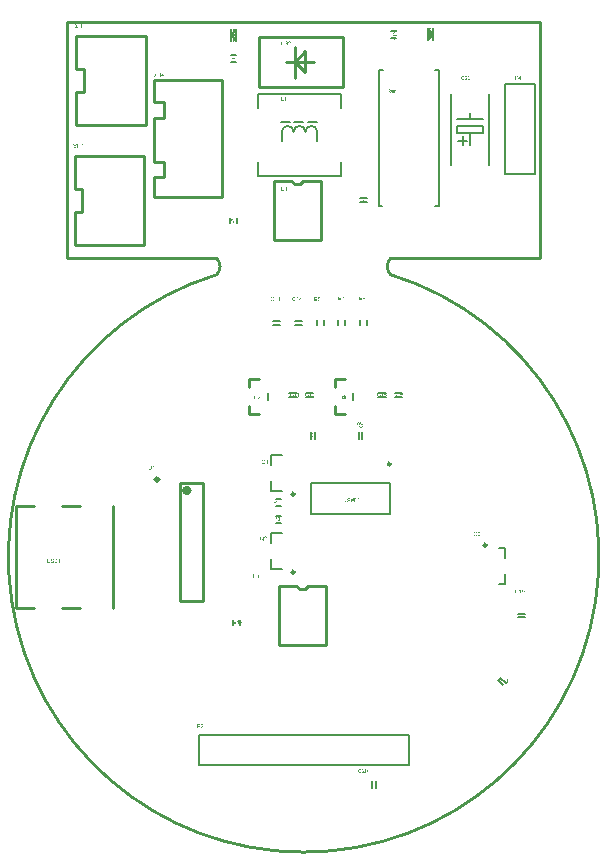
<source format=gto>
G04*
G04 #@! TF.GenerationSoftware,Altium Limited,Altium Designer,20.0.1 (14)*
G04*
G04 Layer_Color=65535*
%FSLAX25Y25*%
%MOIN*%
G70*
G01*
G75*
%ADD10C,0.00787*%
%ADD11C,0.00984*%
%ADD12C,0.01181*%
%ADD13C,0.01575*%
%ADD14C,0.00591*%
%ADD15C,0.01000*%
%ADD16C,0.00600*%
G36*
X28535Y155800D02*
X28548D01*
X28583Y155797D01*
X28622Y155791D01*
X28662Y155782D01*
X28707Y155771D01*
X28747Y155756D01*
X28749D01*
X28753Y155754D01*
X28758Y155751D01*
X28766Y155747D01*
X28784Y155738D01*
X28808Y155721D01*
X28836Y155702D01*
X28864Y155678D01*
X28890Y155651D01*
X28914Y155619D01*
Y155617D01*
X28916Y155616D01*
X28920Y155610D01*
X28923Y155604D01*
X28932Y155586D01*
X28943Y155562D01*
X28956Y155532D01*
X28966Y155497D01*
X28975Y155460D01*
X28979Y155420D01*
X28816Y155406D01*
Y155408D01*
Y155412D01*
X28814Y155418D01*
X28812Y155427D01*
X28807Y155447D01*
X28799Y155475D01*
X28788Y155505D01*
X28771Y155534D01*
X28751Y155562D01*
X28725Y155588D01*
X28721Y155590D01*
X28712Y155597D01*
X28694Y155608D01*
X28670Y155619D01*
X28638Y155630D01*
X28601Y155641D01*
X28555Y155649D01*
X28503Y155651D01*
X28477D01*
X28466Y155649D01*
X28451Y155647D01*
X28418Y155643D01*
X28381Y155636D01*
X28344Y155627D01*
X28309Y155612D01*
X28294Y155603D01*
X28279Y155593D01*
X28276Y155591D01*
X28268Y155584D01*
X28257Y155571D01*
X28246Y155556D01*
X28233Y155536D01*
X28222Y155514D01*
X28215Y155488D01*
X28211Y155458D01*
Y155455D01*
Y155447D01*
X28213Y155434D01*
X28216Y155420D01*
X28222Y155401D01*
X28231Y155382D01*
X28242Y155364D01*
X28259Y155345D01*
X28261Y155344D01*
X28270Y155338D01*
X28278Y155333D01*
X28285Y155329D01*
X28296Y155323D01*
X28309Y155316D01*
X28326Y155310D01*
X28344Y155303D01*
X28364Y155296D01*
X28389Y155286D01*
X28414Y155279D01*
X28444Y155270D01*
X28477Y155262D01*
X28514Y155253D01*
X28516D01*
X28524Y155251D01*
X28535Y155249D01*
X28548Y155246D01*
X28564Y155242D01*
X28585Y155236D01*
X28605Y155231D01*
X28627Y155225D01*
X28675Y155212D01*
X28721Y155199D01*
X28744Y155192D01*
X28764Y155184D01*
X28782Y155179D01*
X28797Y155172D01*
X28799D01*
X28803Y155170D01*
X28808Y155166D01*
X28816Y155162D01*
X28836Y155151D01*
X28860Y155136D01*
X28888Y155116D01*
X28916Y155094D01*
X28942Y155068D01*
X28964Y155040D01*
X28966Y155036D01*
X28973Y155027D01*
X28980Y155011D01*
X28992Y154988D01*
X29001Y154963D01*
X29010Y154931D01*
X29016Y154896D01*
X29017Y154859D01*
Y154857D01*
Y154855D01*
Y154850D01*
Y154842D01*
X29014Y154822D01*
X29010Y154796D01*
X29003Y154766D01*
X28993Y154735D01*
X28979Y154702D01*
X28958Y154666D01*
Y154665D01*
X28956Y154663D01*
X28947Y154652D01*
X28934Y154635D01*
X28916Y154617D01*
X28892Y154594D01*
X28862Y154570D01*
X28829Y154548D01*
X28790Y154528D01*
X28788D01*
X28784Y154526D01*
X28779Y154524D01*
X28771Y154520D01*
X28760Y154517D01*
X28747Y154511D01*
X28718Y154504D01*
X28683Y154495D01*
X28640Y154485D01*
X28594Y154480D01*
X28544Y154478D01*
X28514D01*
X28499Y154480D01*
X28483D01*
X28464Y154481D01*
X28442Y154483D01*
X28396Y154491D01*
X28348Y154498D01*
X28300Y154511D01*
X28253Y154528D01*
X28252D01*
X28248Y154530D01*
X28242Y154533D01*
X28235Y154537D01*
X28213Y154548D01*
X28187Y154565D01*
X28157Y154587D01*
X28126Y154613D01*
X28096Y154644D01*
X28069Y154679D01*
Y154681D01*
X28065Y154685D01*
X28063Y154691D01*
X28057Y154698D01*
X28054Y154707D01*
X28048Y154718D01*
X28035Y154746D01*
X28022Y154781D01*
X28011Y154820D01*
X28004Y154865D01*
X28000Y154911D01*
X28159Y154926D01*
Y154924D01*
Y154922D01*
X28161Y154916D01*
Y154909D01*
X28165Y154892D01*
X28170Y154868D01*
X28178Y154844D01*
X28185Y154816D01*
X28198Y154790D01*
X28211Y154766D01*
X28213Y154765D01*
X28218Y154757D01*
X28228Y154744D01*
X28242Y154731D01*
X28261Y154715D01*
X28281Y154698D01*
X28309Y154681D01*
X28339Y154666D01*
X28340D01*
X28342Y154665D01*
X28348Y154663D01*
X28353Y154661D01*
X28372Y154655D01*
X28396Y154648D01*
X28425Y154641D01*
X28459Y154635D01*
X28496Y154631D01*
X28536Y154630D01*
X28553D01*
X28572Y154631D01*
X28594Y154633D01*
X28620Y154637D01*
X28649Y154641D01*
X28679Y154648D01*
X28707Y154657D01*
X28710Y154659D01*
X28720Y154663D01*
X28733Y154670D01*
X28749Y154678D01*
X28766Y154691D01*
X28784Y154703D01*
X28803Y154718D01*
X28818Y154737D01*
X28820Y154739D01*
X28823Y154746D01*
X28829Y154755D01*
X28836Y154770D01*
X28844Y154785D01*
X28849Y154803D01*
X28853Y154824D01*
X28855Y154846D01*
Y154848D01*
Y154857D01*
X28853Y154868D01*
X28851Y154883D01*
X28845Y154898D01*
X28840Y154916D01*
X28831Y154935D01*
X28818Y154951D01*
X28816Y154953D01*
X28810Y154959D01*
X28803Y154966D01*
X28790Y154977D01*
X28775Y154988D01*
X28755Y155001D01*
X28731Y155014D01*
X28703Y155025D01*
X28701Y155027D01*
X28692Y155029D01*
X28677Y155035D01*
X28668Y155036D01*
X28655Y155040D01*
X28642Y155046D01*
X28625Y155050D01*
X28607Y155055D01*
X28585Y155061D01*
X28562Y155066D01*
X28536Y155073D01*
X28507Y155081D01*
X28475Y155088D01*
X28474D01*
X28468Y155090D01*
X28459Y155092D01*
X28448Y155096D01*
X28433Y155099D01*
X28416Y155103D01*
X28379Y155114D01*
X28339Y155127D01*
X28296Y155140D01*
X28259Y155153D01*
X28242Y155160D01*
X28228Y155168D01*
X28226D01*
X28224Y155170D01*
X28213Y155177D01*
X28196Y155186D01*
X28178Y155201D01*
X28155Y155218D01*
X28133Y155238D01*
X28111Y155262D01*
X28093Y155288D01*
X28091Y155292D01*
X28085Y155301D01*
X28078Y155316D01*
X28070Y155334D01*
X28063Y155358D01*
X28056Y155386D01*
X28050Y155416D01*
X28048Y155447D01*
Y155449D01*
Y155451D01*
Y155456D01*
Y155464D01*
X28052Y155482D01*
X28056Y155506D01*
X28061Y155534D01*
X28070Y155566D01*
X28083Y155597D01*
X28102Y155629D01*
Y155630D01*
X28104Y155632D01*
X28113Y155643D01*
X28126Y155658D01*
X28142Y155677D01*
X28165Y155697D01*
X28192Y155719D01*
X28226Y155739D01*
X28263Y155758D01*
X28265D01*
X28268Y155760D01*
X28274Y155762D01*
X28281Y155765D01*
X28290Y155769D01*
X28303Y155773D01*
X28331Y155780D01*
X28366Y155788D01*
X28407Y155795D01*
X28449Y155800D01*
X28498Y155802D01*
X28522D01*
X28535Y155800D01*
D02*
G37*
G36*
X30429Y154500D02*
X30263D01*
X29994Y155475D01*
Y155477D01*
X29992Y155481D01*
X29991Y155486D01*
X29989Y155495D01*
X29983Y155516D01*
X29978Y155540D01*
X29970Y155566D01*
X29963Y155590D01*
X29957Y155610D01*
X29956Y155619D01*
X29954Y155625D01*
Y155623D01*
X29952Y155621D01*
X29950Y155610D01*
X29946Y155593D01*
X29941Y155573D01*
X29935Y155551D01*
X29928Y155525D01*
X29922Y155499D01*
X29915Y155475D01*
X29645Y154500D01*
X29467D01*
X29132Y155780D01*
X29308D01*
X29498Y154940D01*
Y154938D01*
X29500Y154935D01*
X29502Y154927D01*
X29504Y154918D01*
X29506Y154905D01*
X29510Y154892D01*
X29513Y154876D01*
X29517Y154857D01*
X29526Y154818D01*
X29535Y154774D01*
X29545Y154726D01*
X29554Y154678D01*
Y154679D01*
X29556Y154687D01*
X29560Y154696D01*
X29561Y154711D01*
X29565Y154726D01*
X29571Y154744D01*
X29580Y154785D01*
X29591Y154826D01*
X29595Y154846D01*
X29600Y154865D01*
X29604Y154881D01*
X29608Y154896D01*
X29611Y154907D01*
X29613Y154914D01*
X29855Y155780D01*
X30061D01*
X30242Y155131D01*
Y155129D01*
X30246Y155120D01*
X30250Y155107D01*
X30253Y155090D01*
X30259Y155068D01*
X30266Y155044D01*
X30274Y155016D01*
X30281Y154985D01*
X30290Y154949D01*
X30298Y154914D01*
X30314Y154839D01*
X30331Y154759D01*
X30344Y154678D01*
Y154679D01*
X30346Y154683D01*
Y154691D01*
X30349Y154700D01*
X30351Y154711D01*
X30355Y154724D01*
X30357Y154741D01*
X30362Y154759D01*
X30372Y154800D01*
X30383Y154848D01*
X30394Y154900D01*
X30409Y154957D01*
X30608Y155780D01*
X30781D01*
X30429Y154500D01*
D02*
G37*
G36*
X31467D02*
X31310D01*
Y155501D01*
X31308Y155499D01*
X31299Y155492D01*
X31288Y155481D01*
X31269Y155468D01*
X31249Y155451D01*
X31223Y155432D01*
X31193Y155412D01*
X31160Y155392D01*
X31158D01*
X31156Y155390D01*
X31145Y155382D01*
X31126Y155373D01*
X31104Y155362D01*
X31078Y155349D01*
X31051Y155336D01*
X31023Y155323D01*
X30995Y155312D01*
Y155464D01*
X30997D01*
X31001Y155468D01*
X31008Y155469D01*
X31017Y155475D01*
X31028Y155481D01*
X31041Y155488D01*
X31073Y155506D01*
X31110Y155527D01*
X31147Y155553D01*
X31186Y155582D01*
X31225Y155614D01*
X31226Y155616D01*
X31228Y155617D01*
X31234Y155623D01*
X31241Y155629D01*
X31258Y155647D01*
X31280Y155669D01*
X31302Y155695D01*
X31326Y155725D01*
X31347Y155754D01*
X31365Y155786D01*
X31467D01*
Y154500D01*
D02*
G37*
G36*
X-49306Y160672D02*
X-48827Y160000D01*
X-49036D01*
X-49360Y160455D01*
X-49362Y160457D01*
X-49365Y160462D01*
X-49369Y160470D01*
X-49376Y160479D01*
X-49393Y160505D01*
X-49412Y160533D01*
X-49413Y160531D01*
X-49419Y160524D01*
X-49426Y160512D01*
X-49436Y160498D01*
X-49456Y160468D01*
X-49465Y160455D01*
X-49473Y160444D01*
X-49797Y160000D01*
X-50000D01*
X-49506Y160662D01*
X-49943Y161280D01*
X-49741D01*
X-49508Y160951D01*
Y160949D01*
X-49504Y160947D01*
X-49501Y160942D01*
X-49495Y160934D01*
X-49484Y160916D01*
X-49467Y160894D01*
X-49450Y160868D01*
X-49434Y160842D01*
X-49419Y160818D01*
X-49406Y160795D01*
X-49404Y160799D01*
X-49399Y160807D01*
X-49389Y160821D01*
X-49376Y160840D01*
X-49362Y160860D01*
X-49343Y160886D01*
X-49325Y160912D01*
X-49303Y160940D01*
X-49047Y161280D01*
X-48862D01*
X-49306Y160672D01*
D02*
G37*
G36*
X-47667Y160000D02*
X-47837D01*
Y160603D01*
X-48500D01*
Y160000D01*
X-48670D01*
Y161280D01*
X-48500D01*
Y160755D01*
X-47837D01*
Y161280D01*
X-47667D01*
Y160000D01*
D02*
G37*
G36*
X-46788Y160451D02*
X-46615D01*
Y160307D01*
X-46788D01*
Y160000D01*
X-46946D01*
Y160307D01*
X-47502D01*
Y160451D01*
X-46916Y161280D01*
X-46788D01*
Y160451D01*
D02*
G37*
G36*
X-76106Y136872D02*
X-75627Y136200D01*
X-75836D01*
X-76160Y136655D01*
X-76162Y136657D01*
X-76165Y136662D01*
X-76169Y136670D01*
X-76177Y136679D01*
X-76193Y136705D01*
X-76212Y136733D01*
X-76214Y136731D01*
X-76219Y136724D01*
X-76227Y136712D01*
X-76236Y136698D01*
X-76256Y136668D01*
X-76265Y136655D01*
X-76273Y136644D01*
X-76596Y136200D01*
X-76800D01*
X-76306Y136862D01*
X-76743Y137480D01*
X-76541D01*
X-76308Y137151D01*
Y137149D01*
X-76304Y137147D01*
X-76301Y137142D01*
X-76295Y137134D01*
X-76284Y137116D01*
X-76267Y137094D01*
X-76250Y137068D01*
X-76234Y137042D01*
X-76219Y137018D01*
X-76206Y136995D01*
X-76204Y136999D01*
X-76199Y137007D01*
X-76190Y137021D01*
X-76177Y137040D01*
X-76162Y137060D01*
X-76143Y137086D01*
X-76125Y137112D01*
X-76103Y137140D01*
X-75847Y137480D01*
X-75662D01*
X-76106Y136872D01*
D02*
G37*
G36*
X-74467Y136200D02*
X-74637D01*
Y136803D01*
X-75300D01*
Y136200D01*
X-75470D01*
Y137480D01*
X-75300D01*
Y136955D01*
X-74637D01*
Y137480D01*
X-74467D01*
Y136200D01*
D02*
G37*
G36*
X-73809Y137484D02*
X-73785Y137480D01*
X-73755Y137475D01*
X-73722Y137465D01*
X-73688Y137454D01*
X-73655Y137440D01*
X-73653D01*
X-73651Y137438D01*
X-73640Y137432D01*
X-73624Y137421D01*
X-73605Y137408D01*
X-73583Y137390D01*
X-73561Y137369D01*
X-73539Y137345D01*
X-73520Y137317D01*
X-73518Y137314D01*
X-73513Y137304D01*
X-73505Y137288D01*
X-73496Y137267D01*
X-73487Y137243D01*
X-73479Y137216D01*
X-73474Y137184D01*
X-73472Y137153D01*
Y137149D01*
Y137138D01*
X-73474Y137123D01*
X-73477Y137103D01*
X-73483Y137079D01*
X-73492Y137053D01*
X-73503Y137027D01*
X-73518Y137001D01*
X-73520Y136997D01*
X-73526Y136990D01*
X-73537Y136977D01*
X-73551Y136962D01*
X-73570Y136946D01*
X-73592Y136927D01*
X-73618Y136910D01*
X-73650Y136894D01*
X-73648D01*
X-73644Y136892D01*
X-73638Y136890D01*
X-73631Y136888D01*
X-73611Y136881D01*
X-73585Y136870D01*
X-73555Y136855D01*
X-73526Y136836D01*
X-73498Y136812D01*
X-73472Y136785D01*
X-73470Y136781D01*
X-73463Y136770D01*
X-73452Y136751D01*
X-73440Y136727D01*
X-73429Y136698D01*
X-73418Y136662D01*
X-73411Y136622D01*
X-73409Y136577D01*
Y136575D01*
Y136570D01*
Y136561D01*
X-73411Y136550D01*
X-73413Y136535D01*
X-73416Y136518D01*
X-73420Y136500D01*
X-73424Y136479D01*
X-73439Y136435D01*
X-73450Y136411D01*
X-73461Y136389D01*
X-73475Y136365D01*
X-73492Y136341D01*
X-73511Y136317D01*
X-73533Y136294D01*
X-73535Y136293D01*
X-73539Y136289D01*
X-73546Y136283D01*
X-73555Y136276D01*
X-73566Y136267D01*
X-73581Y136257D01*
X-73598Y136246D01*
X-73618Y136237D01*
X-73638Y136226D01*
X-73662Y136215D01*
X-73686Y136205D01*
X-73714Y136196D01*
X-73744Y136189D01*
X-73775Y136183D01*
X-73807Y136180D01*
X-73842Y136178D01*
X-73858D01*
X-73870Y136180D01*
X-73884Y136181D01*
X-73901Y136183D01*
X-73920Y136187D01*
X-73940Y136191D01*
X-73984Y136202D01*
X-74031Y136220D01*
X-74055Y136231D01*
X-74077Y136244D01*
X-74099Y136261D01*
X-74121Y136278D01*
X-74123Y136279D01*
X-74127Y136283D01*
X-74132Y136289D01*
X-74138Y136296D01*
X-74147Y136305D01*
X-74156Y136318D01*
X-74167Y136331D01*
X-74178Y136348D01*
X-74190Y136366D01*
X-74201Y136385D01*
X-74221Y136429D01*
X-74238Y136481D01*
X-74243Y136509D01*
X-74247Y136539D01*
X-74090Y136559D01*
Y136557D01*
X-74088Y136553D01*
X-74086Y136546D01*
X-74084Y136537D01*
X-74082Y136526D01*
X-74079Y136513D01*
X-74069Y136485D01*
X-74056Y136452D01*
X-74040Y136420D01*
X-74021Y136391D01*
X-73999Y136365D01*
X-73995Y136363D01*
X-73988Y136355D01*
X-73973Y136346D01*
X-73955Y136337D01*
X-73932Y136326D01*
X-73905Y136317D01*
X-73873Y136309D01*
X-73840Y136307D01*
X-73829D01*
X-73822Y136309D01*
X-73801Y136311D01*
X-73775Y136317D01*
X-73746Y136326D01*
X-73714Y136339D01*
X-73683Y136357D01*
X-73653Y136383D01*
X-73650Y136387D01*
X-73640Y136398D01*
X-73629Y136415D01*
X-73614Y136437D01*
X-73599Y136465D01*
X-73588Y136496D01*
X-73579Y136533D01*
X-73576Y136574D01*
Y136575D01*
Y136579D01*
Y136585D01*
X-73577Y136592D01*
X-73579Y136613D01*
X-73585Y136637D01*
X-73592Y136666D01*
X-73605Y136696D01*
X-73624Y136725D01*
X-73648Y136753D01*
X-73651Y136757D01*
X-73661Y136764D01*
X-73675Y136775D01*
X-73696Y136788D01*
X-73722Y136801D01*
X-73753Y136812D01*
X-73788Y136820D01*
X-73827Y136823D01*
X-73844D01*
X-73857Y136822D01*
X-73873Y136820D01*
X-73892Y136816D01*
X-73914Y136812D01*
X-73938Y136807D01*
X-73920Y136946D01*
X-73910D01*
X-73903Y136944D01*
X-73879D01*
X-73858Y136947D01*
X-73835Y136951D01*
X-73807Y136957D01*
X-73775Y136966D01*
X-73746Y136979D01*
X-73714Y136995D01*
X-73712D01*
X-73711Y136997D01*
X-73701Y137005D01*
X-73688Y137018D01*
X-73673Y137034D01*
X-73659Y137058D01*
X-73646Y137086D01*
X-73637Y137118D01*
X-73633Y137136D01*
Y137156D01*
Y137158D01*
Y137160D01*
Y137171D01*
X-73637Y137186D01*
X-73640Y137206D01*
X-73648Y137229D01*
X-73657Y137253D01*
X-73672Y137277D01*
X-73692Y137299D01*
X-73694Y137301D01*
X-73703Y137308D01*
X-73716Y137317D01*
X-73733Y137329D01*
X-73755Y137338D01*
X-73781Y137347D01*
X-73810Y137354D01*
X-73844Y137356D01*
X-73858D01*
X-73875Y137353D01*
X-73897Y137349D01*
X-73921Y137341D01*
X-73945Y137332D01*
X-73971Y137317D01*
X-73995Y137299D01*
X-73997Y137297D01*
X-74005Y137288D01*
X-74016Y137275D01*
X-74029Y137256D01*
X-74042Y137232D01*
X-74055Y137203D01*
X-74066Y137168D01*
X-74073Y137127D01*
X-74230Y137155D01*
Y137156D01*
X-74229Y137162D01*
X-74227Y137169D01*
X-74225Y137180D01*
X-74221Y137194D01*
X-74216Y137208D01*
X-74204Y137243D01*
X-74186Y137284D01*
X-74164Y137325D01*
X-74136Y137364D01*
X-74101Y137399D01*
X-74099Y137401D01*
X-74095Y137402D01*
X-74090Y137406D01*
X-74082Y137412D01*
X-74073Y137419D01*
X-74060Y137426D01*
X-74047Y137434D01*
X-74031Y137443D01*
X-73994Y137458D01*
X-73951Y137473D01*
X-73901Y137482D01*
X-73875Y137486D01*
X-73829D01*
X-73809Y137484D01*
D02*
G37*
G36*
X-75606Y176872D02*
X-75127Y176200D01*
X-75336D01*
X-75660Y176655D01*
X-75662Y176657D01*
X-75665Y176663D01*
X-75669Y176670D01*
X-75677Y176679D01*
X-75693Y176705D01*
X-75712Y176733D01*
X-75713Y176731D01*
X-75719Y176724D01*
X-75726Y176712D01*
X-75736Y176698D01*
X-75756Y176668D01*
X-75765Y176655D01*
X-75773Y176644D01*
X-76096Y176200D01*
X-76300D01*
X-75806Y176862D01*
X-76243Y177480D01*
X-76041D01*
X-75808Y177151D01*
Y177149D01*
X-75804Y177147D01*
X-75801Y177142D01*
X-75795Y177134D01*
X-75784Y177116D01*
X-75767Y177094D01*
X-75750Y177068D01*
X-75734Y177042D01*
X-75719Y177018D01*
X-75706Y176996D01*
X-75704Y176999D01*
X-75699Y177007D01*
X-75690Y177021D01*
X-75677Y177040D01*
X-75662Y177060D01*
X-75643Y177086D01*
X-75625Y177112D01*
X-75603Y177140D01*
X-75347Y177480D01*
X-75162D01*
X-75606Y176872D01*
D02*
G37*
G36*
X-73967Y176200D02*
X-74137D01*
Y176803D01*
X-74800D01*
Y176200D01*
X-74970D01*
Y177480D01*
X-74800D01*
Y176955D01*
X-74137D01*
Y177480D01*
X-73967D01*
Y176200D01*
D02*
G37*
G36*
X-73157D02*
X-73314D01*
Y177201D01*
X-73316Y177199D01*
X-73325Y177192D01*
X-73336Y177181D01*
X-73355Y177168D01*
X-73375Y177151D01*
X-73401Y177132D01*
X-73431Y177112D01*
X-73464Y177092D01*
X-73466D01*
X-73468Y177090D01*
X-73479Y177082D01*
X-73497Y177073D01*
X-73519Y177062D01*
X-73545Y177049D01*
X-73573Y177036D01*
X-73601Y177023D01*
X-73629Y177012D01*
Y177164D01*
X-73627D01*
X-73623Y177168D01*
X-73616Y177169D01*
X-73606Y177175D01*
X-73595Y177181D01*
X-73582Y177188D01*
X-73551Y177206D01*
X-73514Y177227D01*
X-73477Y177253D01*
X-73438Y177282D01*
X-73399Y177314D01*
X-73397Y177316D01*
X-73396Y177317D01*
X-73390Y177323D01*
X-73383Y177329D01*
X-73366Y177347D01*
X-73344Y177369D01*
X-73321Y177395D01*
X-73298Y177425D01*
X-73277Y177454D01*
X-73259Y177486D01*
X-73157D01*
Y176200D01*
D02*
G37*
G36*
X-83733Y-699D02*
X-83720D01*
X-83685Y-703D01*
X-83646Y-709D01*
X-83606Y-718D01*
X-83561Y-729D01*
X-83521Y-744D01*
X-83519D01*
X-83515Y-746D01*
X-83509Y-749D01*
X-83502Y-753D01*
X-83483Y-762D01*
X-83460Y-779D01*
X-83432Y-797D01*
X-83404Y-822D01*
X-83378Y-849D01*
X-83354Y-881D01*
Y-883D01*
X-83352Y-884D01*
X-83349Y-890D01*
X-83345Y-896D01*
X-83336Y-914D01*
X-83324Y-938D01*
X-83311Y-968D01*
X-83302Y-1003D01*
X-83293Y-1040D01*
X-83289Y-1081D01*
X-83452Y-1094D01*
Y-1092D01*
Y-1088D01*
X-83454Y-1082D01*
X-83456Y-1073D01*
X-83461Y-1053D01*
X-83469Y-1025D01*
X-83480Y-995D01*
X-83496Y-966D01*
X-83517Y-938D01*
X-83543Y-912D01*
X-83546Y-910D01*
X-83556Y-903D01*
X-83574Y-892D01*
X-83598Y-881D01*
X-83630Y-870D01*
X-83667Y-859D01*
X-83713Y-851D01*
X-83765Y-849D01*
X-83791D01*
X-83802Y-851D01*
X-83816Y-853D01*
X-83850Y-857D01*
X-83887Y-864D01*
X-83924Y-873D01*
X-83959Y-888D01*
X-83974Y-897D01*
X-83988Y-907D01*
X-83992Y-908D01*
X-84000Y-916D01*
X-84011Y-929D01*
X-84022Y-944D01*
X-84035Y-964D01*
X-84046Y-986D01*
X-84053Y-1012D01*
X-84057Y-1042D01*
Y-1045D01*
Y-1053D01*
X-84055Y-1066D01*
X-84051Y-1081D01*
X-84046Y-1099D01*
X-84037Y-1118D01*
X-84026Y-1136D01*
X-84009Y-1155D01*
X-84007Y-1156D01*
X-83998Y-1162D01*
X-83990Y-1168D01*
X-83983Y-1171D01*
X-83972Y-1177D01*
X-83959Y-1184D01*
X-83942Y-1190D01*
X-83924Y-1197D01*
X-83903Y-1204D01*
X-83879Y-1214D01*
X-83854Y-1221D01*
X-83824Y-1230D01*
X-83791Y-1238D01*
X-83754Y-1247D01*
X-83752D01*
X-83744Y-1249D01*
X-83733Y-1251D01*
X-83720Y-1254D01*
X-83704Y-1258D01*
X-83683Y-1264D01*
X-83663Y-1269D01*
X-83641Y-1275D01*
X-83593Y-1288D01*
X-83546Y-1301D01*
X-83524Y-1308D01*
X-83504Y-1316D01*
X-83485Y-1321D01*
X-83471Y-1328D01*
X-83469D01*
X-83465Y-1330D01*
X-83460Y-1334D01*
X-83452Y-1338D01*
X-83432Y-1349D01*
X-83408Y-1364D01*
X-83380Y-1384D01*
X-83352Y-1406D01*
X-83326Y-1432D01*
X-83304Y-1460D01*
X-83302Y-1464D01*
X-83295Y-1473D01*
X-83287Y-1489D01*
X-83276Y-1512D01*
X-83267Y-1538D01*
X-83258Y-1569D01*
X-83252Y-1604D01*
X-83250Y-1641D01*
Y-1643D01*
Y-1645D01*
Y-1650D01*
Y-1658D01*
X-83254Y-1678D01*
X-83258Y-1704D01*
X-83265Y-1734D01*
X-83275Y-1765D01*
X-83289Y-1798D01*
X-83310Y-1833D01*
Y-1835D01*
X-83311Y-1837D01*
X-83321Y-1848D01*
X-83334Y-1865D01*
X-83352Y-1883D01*
X-83376Y-1906D01*
X-83406Y-1930D01*
X-83439Y-1952D01*
X-83478Y-1972D01*
X-83480D01*
X-83483Y-1974D01*
X-83489Y-1976D01*
X-83496Y-1980D01*
X-83508Y-1983D01*
X-83521Y-1989D01*
X-83550Y-1996D01*
X-83585Y-2005D01*
X-83628Y-2015D01*
X-83674Y-2020D01*
X-83724Y-2022D01*
X-83754D01*
X-83768Y-2020D01*
X-83785D01*
X-83803Y-2018D01*
X-83826Y-2017D01*
X-83872Y-2009D01*
X-83920Y-2002D01*
X-83968Y-1989D01*
X-84014Y-1972D01*
X-84016D01*
X-84020Y-1970D01*
X-84026Y-1967D01*
X-84033Y-1963D01*
X-84055Y-1952D01*
X-84081Y-1935D01*
X-84111Y-1913D01*
X-84142Y-1887D01*
X-84172Y-1856D01*
X-84200Y-1821D01*
Y-1819D01*
X-84203Y-1815D01*
X-84205Y-1809D01*
X-84211Y-1802D01*
X-84214Y-1793D01*
X-84220Y-1782D01*
X-84233Y-1754D01*
X-84246Y-1719D01*
X-84257Y-1680D01*
X-84264Y-1636D01*
X-84268Y-1589D01*
X-84109Y-1575D01*
Y-1576D01*
Y-1578D01*
X-84107Y-1584D01*
Y-1591D01*
X-84103Y-1608D01*
X-84098Y-1632D01*
X-84090Y-1656D01*
X-84083Y-1684D01*
X-84070Y-1710D01*
X-84057Y-1734D01*
X-84055Y-1736D01*
X-84050Y-1743D01*
X-84040Y-1756D01*
X-84026Y-1769D01*
X-84007Y-1785D01*
X-83987Y-1802D01*
X-83959Y-1819D01*
X-83929Y-1833D01*
X-83928D01*
X-83926Y-1835D01*
X-83920Y-1837D01*
X-83915Y-1839D01*
X-83896Y-1845D01*
X-83872Y-1852D01*
X-83842Y-1859D01*
X-83809Y-1865D01*
X-83772Y-1869D01*
X-83731Y-1870D01*
X-83715D01*
X-83696Y-1869D01*
X-83674Y-1867D01*
X-83648Y-1863D01*
X-83619Y-1859D01*
X-83589Y-1852D01*
X-83561Y-1843D01*
X-83557Y-1841D01*
X-83548Y-1837D01*
X-83535Y-1830D01*
X-83519Y-1822D01*
X-83502Y-1809D01*
X-83483Y-1797D01*
X-83465Y-1782D01*
X-83450Y-1763D01*
X-83448Y-1761D01*
X-83445Y-1754D01*
X-83439Y-1745D01*
X-83432Y-1730D01*
X-83424Y-1715D01*
X-83419Y-1697D01*
X-83415Y-1676D01*
X-83413Y-1654D01*
Y-1652D01*
Y-1643D01*
X-83415Y-1632D01*
X-83417Y-1617D01*
X-83422Y-1602D01*
X-83428Y-1584D01*
X-83437Y-1565D01*
X-83450Y-1549D01*
X-83452Y-1547D01*
X-83458Y-1541D01*
X-83465Y-1534D01*
X-83478Y-1523D01*
X-83493Y-1512D01*
X-83513Y-1499D01*
X-83537Y-1486D01*
X-83565Y-1475D01*
X-83567Y-1473D01*
X-83576Y-1471D01*
X-83591Y-1465D01*
X-83600Y-1464D01*
X-83613Y-1460D01*
X-83626Y-1454D01*
X-83643Y-1450D01*
X-83661Y-1445D01*
X-83683Y-1440D01*
X-83706Y-1434D01*
X-83731Y-1426D01*
X-83761Y-1419D01*
X-83792Y-1412D01*
X-83794D01*
X-83800Y-1410D01*
X-83809Y-1408D01*
X-83820Y-1404D01*
X-83835Y-1401D01*
X-83852Y-1397D01*
X-83889Y-1386D01*
X-83929Y-1373D01*
X-83972Y-1360D01*
X-84009Y-1347D01*
X-84026Y-1340D01*
X-84040Y-1332D01*
X-84042D01*
X-84044Y-1330D01*
X-84055Y-1323D01*
X-84072Y-1314D01*
X-84090Y-1299D01*
X-84113Y-1282D01*
X-84135Y-1262D01*
X-84157Y-1238D01*
X-84175Y-1212D01*
X-84177Y-1208D01*
X-84183Y-1199D01*
X-84190Y-1184D01*
X-84198Y-1166D01*
X-84205Y-1142D01*
X-84212Y-1114D01*
X-84218Y-1084D01*
X-84220Y-1053D01*
Y-1051D01*
Y-1049D01*
Y-1044D01*
Y-1036D01*
X-84216Y-1018D01*
X-84212Y-994D01*
X-84207Y-966D01*
X-84198Y-934D01*
X-84185Y-903D01*
X-84166Y-872D01*
Y-870D01*
X-84164Y-868D01*
X-84155Y-857D01*
X-84142Y-842D01*
X-84126Y-823D01*
X-84103Y-803D01*
X-84075Y-781D01*
X-84042Y-760D01*
X-84005Y-742D01*
X-84003D01*
X-84000Y-740D01*
X-83994Y-738D01*
X-83987Y-735D01*
X-83977Y-731D01*
X-83965Y-727D01*
X-83937Y-720D01*
X-83902Y-712D01*
X-83861Y-705D01*
X-83818Y-699D01*
X-83770Y-698D01*
X-83746D01*
X-83733Y-699D01*
D02*
G37*
G36*
X-84494Y-1460D02*
Y-1462D01*
Y-1469D01*
Y-1478D01*
Y-1491D01*
X-84496Y-1508D01*
Y-1526D01*
X-84497Y-1549D01*
X-84499Y-1571D01*
X-84505Y-1621D01*
X-84512Y-1673D01*
X-84523Y-1722D01*
X-84531Y-1746D01*
X-84538Y-1769D01*
Y-1771D01*
X-84540Y-1774D01*
X-84544Y-1780D01*
X-84547Y-1787D01*
X-84558Y-1808D01*
X-84575Y-1833D01*
X-84597Y-1863D01*
X-84623Y-1893D01*
X-84656Y-1924D01*
X-84697Y-1952D01*
X-84699D01*
X-84703Y-1956D01*
X-84708Y-1957D01*
X-84717Y-1963D01*
X-84728Y-1969D01*
X-84743Y-1974D01*
X-84758Y-1980D01*
X-84777Y-1987D01*
X-84797Y-1994D01*
X-84819Y-2000D01*
X-84843Y-2005D01*
X-84871Y-2011D01*
X-84899Y-2015D01*
X-84928Y-2018D01*
X-84995Y-2022D01*
X-85012D01*
X-85024Y-2020D01*
X-85039D01*
X-85058Y-2018D01*
X-85078Y-2017D01*
X-85099Y-2015D01*
X-85145Y-2007D01*
X-85195Y-1996D01*
X-85243Y-1981D01*
X-85289Y-1961D01*
X-85291D01*
X-85295Y-1957D01*
X-85300Y-1954D01*
X-85308Y-1950D01*
X-85328Y-1935D01*
X-85352Y-1915D01*
X-85380Y-1889D01*
X-85406Y-1859D01*
X-85432Y-1822D01*
X-85452Y-1782D01*
Y-1780D01*
X-85454Y-1776D01*
X-85456Y-1769D01*
X-85459Y-1760D01*
X-85463Y-1748D01*
X-85467Y-1734D01*
X-85472Y-1717D01*
X-85476Y-1697D01*
X-85480Y-1674D01*
X-85485Y-1650D01*
X-85489Y-1624D01*
X-85493Y-1597D01*
X-85496Y-1565D01*
X-85498Y-1532D01*
X-85500Y-1497D01*
Y-1460D01*
Y-720D01*
X-85330D01*
Y-1460D01*
Y-1462D01*
Y-1467D01*
Y-1476D01*
Y-1488D01*
X-85328Y-1500D01*
Y-1517D01*
X-85326Y-1552D01*
X-85322Y-1593D01*
X-85317Y-1634D01*
X-85309Y-1673D01*
X-85306Y-1689D01*
X-85300Y-1706D01*
X-85298Y-1710D01*
X-85295Y-1719D01*
X-85285Y-1732D01*
X-85274Y-1750D01*
X-85261Y-1769D01*
X-85243Y-1789D01*
X-85221Y-1809D01*
X-85195Y-1826D01*
X-85191Y-1828D01*
X-85182Y-1833D01*
X-85165Y-1839D01*
X-85143Y-1846D01*
X-85117Y-1856D01*
X-85084Y-1861D01*
X-85049Y-1867D01*
X-85010Y-1869D01*
X-84991D01*
X-84980Y-1867D01*
X-84964D01*
X-84947Y-1865D01*
X-84906Y-1858D01*
X-84862Y-1848D01*
X-84819Y-1833D01*
X-84778Y-1813D01*
X-84760Y-1800D01*
X-84743Y-1785D01*
X-84741Y-1784D01*
X-84740Y-1782D01*
X-84736Y-1776D01*
X-84730Y-1769D01*
X-84725Y-1758D01*
X-84717Y-1746D01*
X-84710Y-1730D01*
X-84703Y-1713D01*
X-84695Y-1693D01*
X-84690Y-1669D01*
X-84682Y-1641D01*
X-84677Y-1612D01*
X-84671Y-1578D01*
X-84667Y-1543D01*
X-84664Y-1502D01*
Y-1460D01*
Y-720D01*
X-84494D01*
Y-1460D01*
D02*
G37*
G36*
X-81297Y-2000D02*
X-81454D01*
Y-999D01*
X-81456Y-1001D01*
X-81465Y-1008D01*
X-81476Y-1020D01*
X-81495Y-1032D01*
X-81515Y-1049D01*
X-81541Y-1068D01*
X-81571Y-1088D01*
X-81604Y-1108D01*
X-81606D01*
X-81608Y-1110D01*
X-81619Y-1118D01*
X-81637Y-1127D01*
X-81659Y-1138D01*
X-81685Y-1151D01*
X-81713Y-1164D01*
X-81741Y-1177D01*
X-81769Y-1188D01*
Y-1036D01*
X-81767D01*
X-81763Y-1032D01*
X-81756Y-1031D01*
X-81746Y-1025D01*
X-81735Y-1020D01*
X-81722Y-1012D01*
X-81691Y-994D01*
X-81654Y-973D01*
X-81617Y-947D01*
X-81578Y-918D01*
X-81539Y-886D01*
X-81537Y-884D01*
X-81536Y-883D01*
X-81530Y-877D01*
X-81523Y-872D01*
X-81506Y-853D01*
X-81484Y-831D01*
X-81462Y-805D01*
X-81437Y-775D01*
X-81417Y-746D01*
X-81399Y-714D01*
X-81297D01*
Y-2000D01*
D02*
G37*
G36*
X-82509Y-722D02*
X-82494D01*
X-82460Y-725D01*
X-82424Y-729D01*
X-82385Y-736D01*
X-82346Y-746D01*
X-82311Y-759D01*
X-82309D01*
X-82307Y-760D01*
X-82296Y-766D01*
X-82279Y-775D01*
X-82261Y-788D01*
X-82239Y-805D01*
X-82214Y-825D01*
X-82192Y-851D01*
X-82172Y-879D01*
X-82170Y-883D01*
X-82164Y-894D01*
X-82155Y-908D01*
X-82146Y-931D01*
X-82137Y-957D01*
X-82127Y-984D01*
X-82122Y-1016D01*
X-82120Y-1047D01*
Y-1051D01*
Y-1060D01*
X-82122Y-1077D01*
X-82126Y-1097D01*
X-82131Y-1121D01*
X-82140Y-1147D01*
X-82152Y-1173D01*
X-82166Y-1201D01*
X-82168Y-1204D01*
X-82174Y-1212D01*
X-82185Y-1227D01*
X-82200Y-1242D01*
X-82218Y-1260D01*
X-82240Y-1280D01*
X-82268Y-1299D01*
X-82300Y-1317D01*
X-82298D01*
X-82294Y-1319D01*
X-82288Y-1321D01*
X-82281Y-1325D01*
X-82259Y-1332D01*
X-82233Y-1345D01*
X-82205Y-1362D01*
X-82174Y-1382D01*
X-82146Y-1406D01*
X-82120Y-1436D01*
X-82118Y-1440D01*
X-82111Y-1450D01*
X-82100Y-1467D01*
X-82089Y-1489D01*
X-82077Y-1519D01*
X-82066Y-1551D01*
X-82059Y-1587D01*
X-82057Y-1628D01*
Y-1630D01*
Y-1632D01*
Y-1643D01*
X-82059Y-1661D01*
X-82063Y-1684D01*
X-82066Y-1710D01*
X-82074Y-1737D01*
X-82083Y-1767D01*
X-82096Y-1797D01*
X-82098Y-1800D01*
X-82103Y-1809D01*
X-82111Y-1822D01*
X-82122Y-1841D01*
X-82137Y-1859D01*
X-82152Y-1880D01*
X-82170Y-1900D01*
X-82190Y-1917D01*
X-82192Y-1919D01*
X-82200Y-1924D01*
X-82213Y-1932D01*
X-82229Y-1939D01*
X-82249Y-1950D01*
X-82274Y-1961D01*
X-82300Y-1970D01*
X-82331Y-1980D01*
X-82335D01*
X-82346Y-1983D01*
X-82364Y-1985D01*
X-82388Y-1989D01*
X-82418Y-1993D01*
X-82453Y-1996D01*
X-82492Y-1998D01*
X-82536Y-2000D01*
X-83025D01*
Y-720D01*
X-82521D01*
X-82509Y-722D01*
D02*
G37*
G36*
X-15794Y-6560D02*
Y-6562D01*
Y-6569D01*
Y-6578D01*
Y-6591D01*
X-15795Y-6608D01*
Y-6626D01*
X-15797Y-6649D01*
X-15799Y-6671D01*
X-15805Y-6721D01*
X-15812Y-6773D01*
X-15823Y-6822D01*
X-15831Y-6847D01*
X-15838Y-6869D01*
Y-6871D01*
X-15840Y-6874D01*
X-15844Y-6880D01*
X-15847Y-6887D01*
X-15858Y-6908D01*
X-15875Y-6933D01*
X-15897Y-6963D01*
X-15923Y-6993D01*
X-15956Y-7024D01*
X-15997Y-7052D01*
X-15999D01*
X-16003Y-7056D01*
X-16008Y-7057D01*
X-16017Y-7063D01*
X-16028Y-7069D01*
X-16043Y-7074D01*
X-16058Y-7080D01*
X-16077Y-7087D01*
X-16097Y-7095D01*
X-16119Y-7100D01*
X-16143Y-7106D01*
X-16171Y-7111D01*
X-16199Y-7115D01*
X-16228Y-7119D01*
X-16295Y-7122D01*
X-16312D01*
X-16325Y-7120D01*
X-16339D01*
X-16358Y-7119D01*
X-16378Y-7117D01*
X-16398Y-7115D01*
X-16445Y-7107D01*
X-16495Y-7096D01*
X-16543Y-7081D01*
X-16589Y-7061D01*
X-16591D01*
X-16595Y-7057D01*
X-16600Y-7054D01*
X-16608Y-7050D01*
X-16628Y-7035D01*
X-16652Y-7015D01*
X-16680Y-6989D01*
X-16706Y-6959D01*
X-16732Y-6922D01*
X-16752Y-6882D01*
Y-6880D01*
X-16754Y-6876D01*
X-16756Y-6869D01*
X-16759Y-6859D01*
X-16763Y-6848D01*
X-16767Y-6834D01*
X-16772Y-6817D01*
X-16776Y-6797D01*
X-16780Y-6774D01*
X-16785Y-6750D01*
X-16789Y-6724D01*
X-16793Y-6697D01*
X-16796Y-6665D01*
X-16798Y-6632D01*
X-16800Y-6597D01*
Y-6560D01*
Y-5820D01*
X-16630D01*
Y-6560D01*
Y-6562D01*
Y-6567D01*
Y-6576D01*
Y-6588D01*
X-16628Y-6600D01*
Y-6617D01*
X-16626Y-6652D01*
X-16622Y-6693D01*
X-16617Y-6734D01*
X-16609Y-6773D01*
X-16606Y-6789D01*
X-16600Y-6806D01*
X-16598Y-6810D01*
X-16595Y-6819D01*
X-16585Y-6832D01*
X-16574Y-6850D01*
X-16561Y-6869D01*
X-16543Y-6889D01*
X-16521Y-6909D01*
X-16495Y-6926D01*
X-16491Y-6928D01*
X-16482Y-6933D01*
X-16465Y-6939D01*
X-16443Y-6946D01*
X-16417Y-6956D01*
X-16384Y-6961D01*
X-16349Y-6967D01*
X-16310Y-6969D01*
X-16291D01*
X-16280Y-6967D01*
X-16263D01*
X-16247Y-6965D01*
X-16206Y-6958D01*
X-16162Y-6948D01*
X-16119Y-6933D01*
X-16079Y-6913D01*
X-16060Y-6900D01*
X-16043Y-6885D01*
X-16041Y-6883D01*
X-16040Y-6882D01*
X-16036Y-6876D01*
X-16030Y-6869D01*
X-16025Y-6858D01*
X-16017Y-6847D01*
X-16010Y-6830D01*
X-16003Y-6813D01*
X-15995Y-6793D01*
X-15990Y-6769D01*
X-15982Y-6741D01*
X-15977Y-6712D01*
X-15971Y-6678D01*
X-15968Y-6643D01*
X-15964Y-6602D01*
Y-6560D01*
Y-5820D01*
X-15794D01*
Y-6560D01*
D02*
G37*
G36*
X-14915Y-6649D02*
X-14741D01*
Y-6793D01*
X-14915D01*
Y-7100D01*
X-15072D01*
Y-6793D01*
X-15629D01*
Y-6649D01*
X-15043Y-5820D01*
X-14915D01*
Y-6649D01*
D02*
G37*
G36*
X13665Y53784D02*
X13689Y53780D01*
X13719Y53775D01*
X13752Y53765D01*
X13785Y53754D01*
X13818Y53740D01*
X13820D01*
X13822Y53738D01*
X13833Y53732D01*
X13850Y53721D01*
X13869Y53708D01*
X13891Y53689D01*
X13913Y53669D01*
X13935Y53645D01*
X13954Y53617D01*
X13955Y53614D01*
X13961Y53604D01*
X13968Y53588D01*
X13978Y53567D01*
X13987Y53543D01*
X13994Y53516D01*
X14000Y53484D01*
X14002Y53453D01*
Y53449D01*
Y53438D01*
X14000Y53423D01*
X13996Y53403D01*
X13991Y53379D01*
X13981Y53353D01*
X13970Y53327D01*
X13955Y53301D01*
X13954Y53297D01*
X13948Y53290D01*
X13937Y53277D01*
X13922Y53262D01*
X13904Y53246D01*
X13882Y53227D01*
X13856Y53210D01*
X13824Y53194D01*
X13826D01*
X13830Y53192D01*
X13835Y53190D01*
X13843Y53188D01*
X13863Y53181D01*
X13889Y53170D01*
X13918Y53155D01*
X13948Y53136D01*
X13976Y53112D01*
X14002Y53085D01*
X14004Y53081D01*
X14011Y53070D01*
X14022Y53051D01*
X14033Y53027D01*
X14044Y52998D01*
X14055Y52962D01*
X14063Y52922D01*
X14065Y52877D01*
Y52876D01*
Y52870D01*
Y52861D01*
X14063Y52850D01*
X14061Y52835D01*
X14057Y52818D01*
X14053Y52800D01*
X14050Y52779D01*
X14035Y52735D01*
X14024Y52711D01*
X14013Y52689D01*
X13998Y52665D01*
X13981Y52641D01*
X13963Y52617D01*
X13941Y52594D01*
X13939Y52592D01*
X13935Y52589D01*
X13928Y52583D01*
X13918Y52576D01*
X13907Y52567D01*
X13893Y52557D01*
X13876Y52546D01*
X13856Y52537D01*
X13835Y52526D01*
X13811Y52515D01*
X13787Y52506D01*
X13759Y52496D01*
X13730Y52489D01*
X13698Y52483D01*
X13667Y52480D01*
X13632Y52478D01*
X13615D01*
X13604Y52480D01*
X13589Y52482D01*
X13573Y52483D01*
X13554Y52487D01*
X13534Y52491D01*
X13489Y52502D01*
X13443Y52520D01*
X13419Y52531D01*
X13397Y52544D01*
X13374Y52561D01*
X13352Y52578D01*
X13351Y52579D01*
X13347Y52583D01*
X13341Y52589D01*
X13336Y52596D01*
X13326Y52605D01*
X13317Y52618D01*
X13306Y52631D01*
X13295Y52648D01*
X13284Y52666D01*
X13273Y52685D01*
X13252Y52729D01*
X13236Y52781D01*
X13230Y52809D01*
X13227Y52838D01*
X13384Y52859D01*
Y52857D01*
X13386Y52853D01*
X13387Y52846D01*
X13389Y52837D01*
X13391Y52826D01*
X13395Y52813D01*
X13404Y52785D01*
X13417Y52752D01*
X13434Y52720D01*
X13452Y52691D01*
X13474Y52665D01*
X13478Y52663D01*
X13486Y52655D01*
X13500Y52646D01*
X13519Y52637D01*
X13541Y52626D01*
X13569Y52617D01*
X13600Y52609D01*
X13634Y52607D01*
X13645D01*
X13652Y52609D01*
X13672Y52611D01*
X13698Y52617D01*
X13728Y52626D01*
X13759Y52639D01*
X13791Y52657D01*
X13820Y52683D01*
X13824Y52687D01*
X13833Y52698D01*
X13845Y52715D01*
X13859Y52737D01*
X13874Y52764D01*
X13885Y52796D01*
X13894Y52833D01*
X13898Y52874D01*
Y52876D01*
Y52879D01*
Y52885D01*
X13896Y52892D01*
X13894Y52912D01*
X13889Y52937D01*
X13882Y52966D01*
X13869Y52996D01*
X13850Y53025D01*
X13826Y53053D01*
X13822Y53057D01*
X13813Y53064D01*
X13798Y53075D01*
X13778Y53088D01*
X13752Y53101D01*
X13721Y53112D01*
X13685Y53120D01*
X13646Y53123D01*
X13630D01*
X13617Y53122D01*
X13600Y53120D01*
X13582Y53116D01*
X13559Y53112D01*
X13535Y53107D01*
X13554Y53246D01*
X13563D01*
X13571Y53244D01*
X13595D01*
X13615Y53247D01*
X13639Y53251D01*
X13667Y53257D01*
X13698Y53266D01*
X13728Y53279D01*
X13759Y53295D01*
X13761D01*
X13763Y53297D01*
X13772Y53305D01*
X13785Y53318D01*
X13800Y53334D01*
X13815Y53358D01*
X13828Y53386D01*
X13837Y53418D01*
X13841Y53436D01*
Y53456D01*
Y53458D01*
Y53460D01*
Y53471D01*
X13837Y53486D01*
X13833Y53506D01*
X13826Y53529D01*
X13817Y53553D01*
X13802Y53577D01*
X13781Y53599D01*
X13780Y53601D01*
X13770Y53608D01*
X13758Y53617D01*
X13741Y53628D01*
X13719Y53638D01*
X13693Y53647D01*
X13663Y53654D01*
X13630Y53656D01*
X13615D01*
X13598Y53653D01*
X13576Y53649D01*
X13552Y53641D01*
X13528Y53632D01*
X13502Y53617D01*
X13478Y53599D01*
X13476Y53597D01*
X13469Y53588D01*
X13458Y53575D01*
X13445Y53556D01*
X13432Y53532D01*
X13419Y53503D01*
X13408Y53468D01*
X13400Y53427D01*
X13243Y53455D01*
Y53456D01*
X13245Y53462D01*
X13247Y53469D01*
X13249Y53480D01*
X13252Y53493D01*
X13258Y53508D01*
X13269Y53543D01*
X13288Y53584D01*
X13310Y53625D01*
X13338Y53664D01*
X13373Y53699D01*
X13374Y53701D01*
X13378Y53702D01*
X13384Y53706D01*
X13391Y53712D01*
X13400Y53719D01*
X13413Y53727D01*
X13426Y53734D01*
X13443Y53743D01*
X13480Y53758D01*
X13523Y53773D01*
X13573Y53782D01*
X13598Y53786D01*
X13645D01*
X13665Y53784D01*
D02*
G37*
G36*
X13006Y53040D02*
Y53038D01*
Y53031D01*
Y53022D01*
Y53009D01*
X13005Y52992D01*
Y52974D01*
X13003Y52951D01*
X13001Y52929D01*
X12995Y52879D01*
X12988Y52827D01*
X12977Y52777D01*
X12969Y52753D01*
X12962Y52731D01*
Y52729D01*
X12960Y52726D01*
X12957Y52720D01*
X12953Y52713D01*
X12942Y52692D01*
X12925Y52666D01*
X12903Y52637D01*
X12877Y52607D01*
X12844Y52576D01*
X12803Y52548D01*
X12801D01*
X12797Y52544D01*
X12792Y52543D01*
X12783Y52537D01*
X12772Y52531D01*
X12757Y52526D01*
X12742Y52520D01*
X12723Y52513D01*
X12703Y52506D01*
X12681Y52500D01*
X12657Y52494D01*
X12629Y52489D01*
X12601Y52485D01*
X12572Y52482D01*
X12505Y52478D01*
X12488D01*
X12475Y52480D01*
X12461D01*
X12442Y52482D01*
X12422Y52483D01*
X12401Y52485D01*
X12355Y52493D01*
X12305Y52504D01*
X12257Y52518D01*
X12211Y52539D01*
X12209D01*
X12205Y52543D01*
X12200Y52546D01*
X12192Y52550D01*
X12172Y52565D01*
X12148Y52585D01*
X12120Y52611D01*
X12094Y52641D01*
X12068Y52678D01*
X12048Y52718D01*
Y52720D01*
X12046Y52724D01*
X12044Y52731D01*
X12041Y52741D01*
X12037Y52752D01*
X12033Y52766D01*
X12028Y52783D01*
X12024Y52803D01*
X12020Y52826D01*
X12015Y52850D01*
X12011Y52876D01*
X12007Y52903D01*
X12004Y52935D01*
X12002Y52968D01*
X12000Y53003D01*
Y53040D01*
Y53780D01*
X12170D01*
Y53040D01*
Y53038D01*
Y53033D01*
Y53024D01*
Y53013D01*
X12172Y53000D01*
Y52983D01*
X12174Y52948D01*
X12178Y52907D01*
X12183Y52866D01*
X12191Y52827D01*
X12194Y52811D01*
X12200Y52794D01*
X12202Y52790D01*
X12205Y52781D01*
X12215Y52768D01*
X12226Y52750D01*
X12239Y52731D01*
X12257Y52711D01*
X12279Y52691D01*
X12305Y52674D01*
X12309Y52672D01*
X12318Y52666D01*
X12335Y52661D01*
X12357Y52653D01*
X12383Y52644D01*
X12416Y52639D01*
X12451Y52633D01*
X12490Y52631D01*
X12509D01*
X12520Y52633D01*
X12537D01*
X12553Y52635D01*
X12594Y52642D01*
X12638Y52652D01*
X12681Y52666D01*
X12721Y52687D01*
X12740Y52700D01*
X12757Y52715D01*
X12758Y52716D01*
X12760Y52718D01*
X12764Y52724D01*
X12770Y52731D01*
X12775Y52742D01*
X12783Y52753D01*
X12790Y52770D01*
X12797Y52787D01*
X12805Y52807D01*
X12810Y52831D01*
X12818Y52859D01*
X12823Y52889D01*
X12829Y52922D01*
X12833Y52957D01*
X12836Y52998D01*
Y53040D01*
Y53780D01*
X13006D01*
Y53040D01*
D02*
G37*
G36*
X-15494D02*
Y53038D01*
Y53031D01*
Y53022D01*
Y53009D01*
X-15495Y52992D01*
Y52974D01*
X-15497Y52951D01*
X-15499Y52929D01*
X-15505Y52879D01*
X-15512Y52827D01*
X-15523Y52777D01*
X-15531Y52753D01*
X-15538Y52731D01*
Y52729D01*
X-15540Y52726D01*
X-15543Y52720D01*
X-15547Y52713D01*
X-15558Y52692D01*
X-15575Y52666D01*
X-15597Y52637D01*
X-15623Y52607D01*
X-15656Y52576D01*
X-15697Y52548D01*
X-15699D01*
X-15703Y52544D01*
X-15708Y52543D01*
X-15717Y52537D01*
X-15729Y52531D01*
X-15743Y52526D01*
X-15758Y52520D01*
X-15777Y52513D01*
X-15797Y52506D01*
X-15819Y52500D01*
X-15843Y52494D01*
X-15871Y52489D01*
X-15899Y52485D01*
X-15928Y52482D01*
X-15995Y52478D01*
X-16012D01*
X-16025Y52480D01*
X-16039D01*
X-16058Y52482D01*
X-16078Y52483D01*
X-16099Y52485D01*
X-16145Y52493D01*
X-16195Y52504D01*
X-16243Y52518D01*
X-16289Y52539D01*
X-16291D01*
X-16295Y52543D01*
X-16300Y52546D01*
X-16308Y52550D01*
X-16328Y52565D01*
X-16352Y52585D01*
X-16380Y52611D01*
X-16406Y52641D01*
X-16432Y52678D01*
X-16452Y52718D01*
Y52720D01*
X-16454Y52724D01*
X-16456Y52731D01*
X-16459Y52741D01*
X-16463Y52752D01*
X-16467Y52766D01*
X-16472Y52783D01*
X-16476Y52803D01*
X-16480Y52826D01*
X-16485Y52850D01*
X-16489Y52876D01*
X-16493Y52903D01*
X-16496Y52935D01*
X-16498Y52968D01*
X-16500Y53003D01*
Y53040D01*
Y53780D01*
X-16330D01*
Y53040D01*
Y53038D01*
Y53033D01*
Y53024D01*
Y53013D01*
X-16328Y53000D01*
Y52983D01*
X-16326Y52948D01*
X-16322Y52907D01*
X-16317Y52866D01*
X-16309Y52827D01*
X-16306Y52811D01*
X-16300Y52794D01*
X-16298Y52790D01*
X-16295Y52781D01*
X-16285Y52768D01*
X-16274Y52750D01*
X-16261Y52731D01*
X-16243Y52711D01*
X-16221Y52691D01*
X-16195Y52674D01*
X-16191Y52672D01*
X-16182Y52666D01*
X-16165Y52661D01*
X-16143Y52653D01*
X-16117Y52644D01*
X-16084Y52639D01*
X-16049Y52633D01*
X-16010Y52631D01*
X-15991D01*
X-15980Y52633D01*
X-15964D01*
X-15947Y52635D01*
X-15906Y52642D01*
X-15862Y52652D01*
X-15819Y52666D01*
X-15778Y52687D01*
X-15760Y52700D01*
X-15743Y52715D01*
X-15742Y52716D01*
X-15740Y52718D01*
X-15736Y52724D01*
X-15730Y52731D01*
X-15725Y52742D01*
X-15717Y52753D01*
X-15710Y52770D01*
X-15703Y52787D01*
X-15695Y52807D01*
X-15690Y52831D01*
X-15682Y52859D01*
X-15677Y52889D01*
X-15671Y52922D01*
X-15667Y52957D01*
X-15664Y52998D01*
Y53040D01*
Y53780D01*
X-15494D01*
Y53040D01*
D02*
G37*
G36*
X-14820Y53784D02*
X-14805Y53782D01*
X-14787Y53780D01*
X-14767Y53777D01*
X-14746Y53773D01*
X-14698Y53760D01*
X-14650Y53741D01*
X-14626Y53730D01*
X-14602Y53717D01*
X-14580Y53701D01*
X-14559Y53682D01*
X-14558Y53680D01*
X-14554Y53678D01*
X-14550Y53671D01*
X-14543Y53664D01*
X-14533Y53654D01*
X-14524Y53641D01*
X-14515Y53628D01*
X-14504Y53612D01*
X-14485Y53577D01*
X-14467Y53532D01*
X-14459Y53510D01*
X-14456Y53484D01*
X-14452Y53458D01*
X-14450Y53431D01*
Y53427D01*
Y53418D01*
X-14452Y53403D01*
X-14454Y53382D01*
X-14458Y53360D01*
X-14465Y53334D01*
X-14472Y53307D01*
X-14483Y53279D01*
X-14485Y53275D01*
X-14489Y53266D01*
X-14496Y53251D01*
X-14508Y53231D01*
X-14522Y53209D01*
X-14541Y53181D01*
X-14563Y53153D01*
X-14589Y53122D01*
X-14593Y53118D01*
X-14602Y53107D01*
X-14611Y53098D01*
X-14620Y53088D01*
X-14631Y53077D01*
X-14646Y53062D01*
X-14661Y53048D01*
X-14680Y53031D01*
X-14698Y53013D01*
X-14720Y52992D01*
X-14744Y52972D01*
X-14770Y52948D01*
X-14800Y52924D01*
X-14829Y52898D01*
X-14831Y52896D01*
X-14835Y52892D01*
X-14842Y52887D01*
X-14852Y52879D01*
X-14863Y52868D01*
X-14876Y52857D01*
X-14905Y52833D01*
X-14937Y52805D01*
X-14966Y52777D01*
X-14992Y52753D01*
X-15003Y52744D01*
X-15013Y52735D01*
X-15014Y52733D01*
X-15020Y52728D01*
X-15027Y52720D01*
X-15037Y52709D01*
X-15046Y52696D01*
X-15057Y52683D01*
X-15079Y52652D01*
X-14448D01*
Y52500D01*
X-15297D01*
Y52502D01*
Y52509D01*
Y52520D01*
X-15296Y52535D01*
X-15294Y52552D01*
X-15290Y52570D01*
X-15286Y52589D01*
X-15279Y52609D01*
Y52611D01*
X-15277Y52613D01*
X-15273Y52624D01*
X-15266Y52641D01*
X-15255Y52663D01*
X-15240Y52689D01*
X-15222Y52718D01*
X-15201Y52748D01*
X-15175Y52779D01*
Y52781D01*
X-15172Y52783D01*
X-15163Y52794D01*
X-15146Y52811D01*
X-15122Y52835D01*
X-15094Y52863D01*
X-15059Y52896D01*
X-15016Y52933D01*
X-14970Y52972D01*
X-14968Y52974D01*
X-14961Y52979D01*
X-14950Y52988D01*
X-14937Y53000D01*
X-14920Y53014D01*
X-14900Y53031D01*
X-14879Y53049D01*
X-14855Y53070D01*
X-14809Y53114D01*
X-14763Y53159D01*
X-14741Y53181D01*
X-14720Y53203D01*
X-14702Y53223D01*
X-14687Y53244D01*
Y53246D01*
X-14683Y53247D01*
X-14680Y53253D01*
X-14676Y53260D01*
X-14663Y53281D01*
X-14648Y53305D01*
X-14635Y53334D01*
X-14622Y53366D01*
X-14615Y53401D01*
X-14611Y53434D01*
Y53436D01*
Y53438D01*
X-14613Y53449D01*
X-14615Y53468D01*
X-14620Y53488D01*
X-14628Y53514D01*
X-14641Y53540D01*
X-14657Y53566D01*
X-14680Y53592D01*
X-14683Y53595D01*
X-14693Y53603D01*
X-14706Y53612D01*
X-14726Y53625D01*
X-14752Y53636D01*
X-14781Y53647D01*
X-14817Y53654D01*
X-14855Y53656D01*
X-14866D01*
X-14874Y53654D01*
X-14896Y53653D01*
X-14922Y53647D01*
X-14950Y53640D01*
X-14981Y53627D01*
X-15011Y53610D01*
X-15039Y53588D01*
X-15042Y53584D01*
X-15050Y53575D01*
X-15061Y53560D01*
X-15072Y53538D01*
X-15085Y53512D01*
X-15096Y53479D01*
X-15103Y53442D01*
X-15107Y53399D01*
X-15268Y53416D01*
Y53418D01*
X-15266Y53423D01*
Y53432D01*
X-15264Y53445D01*
X-15260Y53460D01*
X-15257Y53477D01*
X-15251Y53497D01*
X-15246Y53518D01*
X-15231Y53562D01*
X-15209Y53606D01*
X-15196Y53628D01*
X-15179Y53651D01*
X-15163Y53671D01*
X-15144Y53689D01*
X-15142Y53691D01*
X-15138Y53693D01*
X-15133Y53699D01*
X-15124Y53704D01*
X-15112Y53712D01*
X-15100Y53719D01*
X-15085Y53728D01*
X-15066Y53738D01*
X-15046Y53747D01*
X-15024Y53756D01*
X-15000Y53764D01*
X-14974Y53771D01*
X-14946Y53777D01*
X-14916Y53782D01*
X-14885Y53784D01*
X-14852Y53786D01*
X-14833D01*
X-14820Y53784D01*
D02*
G37*
G36*
X-6494Y122540D02*
Y122538D01*
Y122531D01*
Y122522D01*
Y122509D01*
X-6495Y122492D01*
Y122474D01*
X-6497Y122451D01*
X-6499Y122429D01*
X-6505Y122379D01*
X-6512Y122327D01*
X-6523Y122277D01*
X-6531Y122253D01*
X-6538Y122231D01*
Y122229D01*
X-6540Y122226D01*
X-6544Y122220D01*
X-6547Y122213D01*
X-6558Y122192D01*
X-6575Y122167D01*
X-6597Y122137D01*
X-6623Y122107D01*
X-6656Y122076D01*
X-6697Y122048D01*
X-6699D01*
X-6703Y122044D01*
X-6708Y122043D01*
X-6717Y122037D01*
X-6729Y122031D01*
X-6743Y122026D01*
X-6758Y122020D01*
X-6777Y122013D01*
X-6797Y122005D01*
X-6819Y122000D01*
X-6843Y121994D01*
X-6871Y121989D01*
X-6899Y121985D01*
X-6928Y121982D01*
X-6995Y121978D01*
X-7012D01*
X-7025Y121980D01*
X-7039D01*
X-7058Y121982D01*
X-7078Y121983D01*
X-7099Y121985D01*
X-7145Y121993D01*
X-7195Y122004D01*
X-7243Y122019D01*
X-7289Y122039D01*
X-7291D01*
X-7295Y122043D01*
X-7300Y122046D01*
X-7308Y122050D01*
X-7328Y122065D01*
X-7352Y122085D01*
X-7380Y122111D01*
X-7406Y122141D01*
X-7432Y122178D01*
X-7452Y122218D01*
Y122220D01*
X-7454Y122224D01*
X-7456Y122231D01*
X-7459Y122240D01*
X-7463Y122252D01*
X-7467Y122266D01*
X-7472Y122283D01*
X-7476Y122303D01*
X-7480Y122326D01*
X-7485Y122350D01*
X-7489Y122376D01*
X-7493Y122403D01*
X-7496Y122435D01*
X-7498Y122468D01*
X-7500Y122503D01*
Y122540D01*
Y123280D01*
X-7330D01*
Y122540D01*
Y122538D01*
Y122533D01*
Y122524D01*
Y122512D01*
X-7328Y122500D01*
Y122483D01*
X-7326Y122448D01*
X-7322Y122407D01*
X-7317Y122366D01*
X-7309Y122327D01*
X-7306Y122311D01*
X-7300Y122294D01*
X-7298Y122291D01*
X-7295Y122281D01*
X-7285Y122268D01*
X-7274Y122250D01*
X-7261Y122231D01*
X-7243Y122211D01*
X-7221Y122191D01*
X-7195Y122174D01*
X-7191Y122172D01*
X-7182Y122167D01*
X-7165Y122161D01*
X-7143Y122153D01*
X-7117Y122144D01*
X-7084Y122139D01*
X-7049Y122133D01*
X-7010Y122131D01*
X-6991D01*
X-6980Y122133D01*
X-6963D01*
X-6947Y122135D01*
X-6906Y122143D01*
X-6862Y122152D01*
X-6819Y122167D01*
X-6779Y122187D01*
X-6760Y122200D01*
X-6743Y122215D01*
X-6741Y122216D01*
X-6740Y122218D01*
X-6736Y122224D01*
X-6730Y122231D01*
X-6725Y122242D01*
X-6717Y122253D01*
X-6710Y122270D01*
X-6703Y122287D01*
X-6695Y122307D01*
X-6690Y122331D01*
X-6682Y122359D01*
X-6677Y122389D01*
X-6671Y122422D01*
X-6667Y122457D01*
X-6664Y122498D01*
Y122540D01*
Y123280D01*
X-6494D01*
Y122540D01*
D02*
G37*
G36*
X-5683Y122000D02*
X-5841D01*
Y123001D01*
X-5842Y122999D01*
X-5852Y122992D01*
X-5863Y122980D01*
X-5881Y122968D01*
X-5902Y122951D01*
X-5928Y122932D01*
X-5957Y122912D01*
X-5990Y122892D01*
X-5992D01*
X-5994Y122890D01*
X-6005Y122882D01*
X-6024Y122873D01*
X-6046Y122862D01*
X-6072Y122849D01*
X-6100Y122836D01*
X-6127Y122823D01*
X-6155Y122812D01*
Y122964D01*
X-6153D01*
X-6149Y122968D01*
X-6142Y122969D01*
X-6133Y122975D01*
X-6122Y122980D01*
X-6109Y122988D01*
X-6077Y123006D01*
X-6040Y123027D01*
X-6003Y123053D01*
X-5965Y123082D01*
X-5926Y123114D01*
X-5924Y123116D01*
X-5922Y123117D01*
X-5916Y123123D01*
X-5909Y123128D01*
X-5892Y123147D01*
X-5870Y123169D01*
X-5848Y123195D01*
X-5824Y123225D01*
X-5804Y123254D01*
X-5785Y123286D01*
X-5683D01*
Y122000D01*
D02*
G37*
G36*
X31127Y174906D02*
X31125Y174891D01*
Y174875D01*
X31123Y174836D01*
X31117Y174795D01*
X31112Y174751D01*
X31103Y174710D01*
X31097Y174690D01*
X31091Y174673D01*
Y174671D01*
X31090Y174669D01*
X31084Y174658D01*
X31077Y174642D01*
X31064Y174621D01*
X31047Y174599D01*
X31025Y174575D01*
X30999Y174553D01*
X30969Y174531D01*
X30968D01*
X30966Y174529D01*
X30955Y174521D01*
X30936Y174514D01*
X30912Y174503D01*
X30884Y174494D01*
X30851Y174484D01*
X30816Y174479D01*
X30777Y174477D01*
X30775D01*
X30771D01*
X30764D01*
X30755Y174479D01*
X30742D01*
X30729Y174481D01*
X30697Y174488D01*
X30660Y174499D01*
X30622Y174514D01*
X30583Y174536D01*
X30564Y174551D01*
X30546Y174566D01*
X30544Y174568D01*
X30542Y174569D01*
X30536Y174575D01*
X30531Y174582D01*
X30524Y174592D01*
X30516Y174603D01*
X30507Y174618D01*
X30496Y174632D01*
X30487Y174651D01*
X30477Y174671D01*
X30466Y174693D01*
X30457Y174717D01*
X30450Y174745D01*
X30440Y174773D01*
X30435Y174804D01*
X30429Y174838D01*
X30427Y174834D01*
X30424Y174827D01*
X30416Y174815D01*
X30409Y174801D01*
X30389Y174767D01*
X30375Y174751D01*
X30364Y174736D01*
X30361Y174732D01*
X30351Y174723D01*
X30337Y174708D01*
X30318Y174690D01*
X30292Y174669D01*
X30265Y174645D01*
X30231Y174621D01*
X30194Y174595D01*
X29846Y174375D01*
Y174586D01*
X30113Y174754D01*
X30115D01*
X30118Y174758D01*
X30124Y174762D01*
X30131Y174767D01*
X30152Y174780D01*
X30178Y174797D01*
X30205Y174817D01*
X30235Y174838D01*
X30263Y174858D01*
X30289Y174876D01*
X30290Y174878D01*
X30298Y174884D01*
X30309Y174893D01*
X30322Y174906D01*
X30350Y174934D01*
X30363Y174949D01*
X30374Y174963D01*
X30375Y174965D01*
X30377Y174969D01*
X30381Y174976D01*
X30387Y174988D01*
X30392Y174999D01*
X30398Y175012D01*
X30407Y175041D01*
Y175043D01*
X30409Y175047D01*
Y175054D01*
X30411Y175063D01*
X30413Y175076D01*
Y175091D01*
X30414Y175111D01*
Y175330D01*
X29846D01*
Y175500D01*
X31127D01*
Y174906D01*
D02*
G37*
G36*
X30810Y174153D02*
X30814Y174150D01*
X30816Y174142D01*
X30821Y174133D01*
X30827Y174122D01*
X30834Y174109D01*
X30853Y174077D01*
X30873Y174040D01*
X30899Y174003D01*
X30929Y173965D01*
X30960Y173926D01*
X30962Y173924D01*
X30964Y173922D01*
X30969Y173916D01*
X30975Y173909D01*
X30994Y173892D01*
X31016Y173870D01*
X31042Y173848D01*
X31071Y173824D01*
X31101Y173803D01*
X31132Y173785D01*
Y173683D01*
X29846D01*
Y173841D01*
X30847D01*
X30845Y173842D01*
X30838Y173852D01*
X30827Y173863D01*
X30814Y173881D01*
X30797Y173902D01*
X30779Y173927D01*
X30759Y173957D01*
X30738Y173990D01*
Y173992D01*
X30736Y173994D01*
X30729Y174005D01*
X30720Y174024D01*
X30709Y174046D01*
X30696Y174072D01*
X30683Y174100D01*
X30670Y174127D01*
X30659Y174155D01*
X30810D01*
Y174153D01*
D02*
G37*
G36*
X31127Y172747D02*
Y172620D01*
X30298D01*
Y172446D01*
X30154D01*
Y172620D01*
X29846D01*
Y172777D01*
X30154D01*
Y173334D01*
X30298D01*
X31127Y172747D01*
D02*
G37*
G36*
X-20840Y-21216D02*
X-20816Y-21220D01*
X-20786Y-21225D01*
X-20753Y-21235D01*
X-20719Y-21246D01*
X-20686Y-21260D01*
X-20684D01*
X-20683Y-21262D01*
X-20671Y-21268D01*
X-20655Y-21279D01*
X-20636Y-21292D01*
X-20614Y-21310D01*
X-20592Y-21331D01*
X-20570Y-21355D01*
X-20551Y-21383D01*
X-20549Y-21386D01*
X-20544Y-21396D01*
X-20536Y-21412D01*
X-20527Y-21433D01*
X-20518Y-21457D01*
X-20510Y-21484D01*
X-20505Y-21516D01*
X-20503Y-21547D01*
Y-21551D01*
Y-21562D01*
X-20505Y-21577D01*
X-20508Y-21597D01*
X-20514Y-21621D01*
X-20523Y-21647D01*
X-20535Y-21673D01*
X-20549Y-21699D01*
X-20551Y-21703D01*
X-20557Y-21710D01*
X-20568Y-21723D01*
X-20583Y-21738D01*
X-20601Y-21754D01*
X-20623Y-21773D01*
X-20649Y-21790D01*
X-20681Y-21806D01*
X-20679D01*
X-20675Y-21808D01*
X-20670Y-21810D01*
X-20662Y-21812D01*
X-20642Y-21819D01*
X-20616Y-21830D01*
X-20586Y-21845D01*
X-20557Y-21864D01*
X-20529Y-21888D01*
X-20503Y-21915D01*
X-20501Y-21919D01*
X-20494Y-21930D01*
X-20483Y-21949D01*
X-20471Y-21973D01*
X-20460Y-22002D01*
X-20449Y-22038D01*
X-20442Y-22078D01*
X-20440Y-22123D01*
Y-22124D01*
Y-22130D01*
Y-22139D01*
X-20442Y-22150D01*
X-20444Y-22165D01*
X-20448Y-22182D01*
X-20451Y-22200D01*
X-20455Y-22221D01*
X-20470Y-22265D01*
X-20481Y-22289D01*
X-20492Y-22311D01*
X-20507Y-22335D01*
X-20523Y-22359D01*
X-20542Y-22383D01*
X-20564Y-22406D01*
X-20566Y-22408D01*
X-20570Y-22411D01*
X-20577Y-22417D01*
X-20586Y-22424D01*
X-20597Y-22433D01*
X-20612Y-22443D01*
X-20629Y-22454D01*
X-20649Y-22463D01*
X-20670Y-22474D01*
X-20694Y-22485D01*
X-20718Y-22494D01*
X-20745Y-22504D01*
X-20775Y-22511D01*
X-20806Y-22517D01*
X-20838Y-22520D01*
X-20873Y-22522D01*
X-20890D01*
X-20901Y-22520D01*
X-20915Y-22519D01*
X-20932Y-22517D01*
X-20951Y-22513D01*
X-20971Y-22509D01*
X-21015Y-22498D01*
X-21062Y-22480D01*
X-21086Y-22468D01*
X-21108Y-22456D01*
X-21130Y-22439D01*
X-21152Y-22422D01*
X-21154Y-22420D01*
X-21158Y-22417D01*
X-21163Y-22411D01*
X-21169Y-22404D01*
X-21178Y-22395D01*
X-21188Y-22382D01*
X-21199Y-22369D01*
X-21210Y-22352D01*
X-21221Y-22333D01*
X-21232Y-22315D01*
X-21252Y-22271D01*
X-21269Y-22219D01*
X-21274Y-22191D01*
X-21278Y-22161D01*
X-21121Y-22141D01*
Y-22143D01*
X-21119Y-22147D01*
X-21117Y-22154D01*
X-21115Y-22163D01*
X-21113Y-22174D01*
X-21110Y-22187D01*
X-21101Y-22215D01*
X-21088Y-22248D01*
X-21071Y-22280D01*
X-21052Y-22309D01*
X-21030Y-22335D01*
X-21027Y-22337D01*
X-21019Y-22345D01*
X-21004Y-22354D01*
X-20986Y-22363D01*
X-20964Y-22374D01*
X-20936Y-22383D01*
X-20904Y-22391D01*
X-20871Y-22393D01*
X-20860D01*
X-20853Y-22391D01*
X-20832Y-22389D01*
X-20806Y-22383D01*
X-20777Y-22374D01*
X-20745Y-22361D01*
X-20714Y-22343D01*
X-20684Y-22317D01*
X-20681Y-22313D01*
X-20671Y-22302D01*
X-20660Y-22285D01*
X-20645Y-22263D01*
X-20631Y-22235D01*
X-20620Y-22204D01*
X-20610Y-22167D01*
X-20607Y-22126D01*
Y-22124D01*
Y-22121D01*
Y-22115D01*
X-20608Y-22108D01*
X-20610Y-22087D01*
X-20616Y-22063D01*
X-20623Y-22034D01*
X-20636Y-22004D01*
X-20655Y-21975D01*
X-20679Y-21947D01*
X-20683Y-21943D01*
X-20692Y-21936D01*
X-20707Y-21925D01*
X-20727Y-21912D01*
X-20753Y-21899D01*
X-20784Y-21888D01*
X-20819Y-21880D01*
X-20858Y-21877D01*
X-20875D01*
X-20888Y-21878D01*
X-20904Y-21880D01*
X-20923Y-21884D01*
X-20945Y-21888D01*
X-20969Y-21893D01*
X-20951Y-21754D01*
X-20942D01*
X-20934Y-21756D01*
X-20910D01*
X-20890Y-21753D01*
X-20866Y-21749D01*
X-20838Y-21743D01*
X-20806Y-21734D01*
X-20777Y-21721D01*
X-20745Y-21704D01*
X-20743D01*
X-20742Y-21703D01*
X-20732Y-21695D01*
X-20719Y-21682D01*
X-20705Y-21666D01*
X-20690Y-21642D01*
X-20677Y-21614D01*
X-20668Y-21582D01*
X-20664Y-21564D01*
Y-21543D01*
Y-21542D01*
Y-21540D01*
Y-21529D01*
X-20668Y-21514D01*
X-20671Y-21494D01*
X-20679Y-21471D01*
X-20688Y-21447D01*
X-20703Y-21423D01*
X-20723Y-21401D01*
X-20725Y-21399D01*
X-20734Y-21392D01*
X-20747Y-21383D01*
X-20764Y-21372D01*
X-20786Y-21362D01*
X-20812Y-21353D01*
X-20842Y-21346D01*
X-20875Y-21344D01*
X-20890D01*
X-20906Y-21348D01*
X-20929Y-21351D01*
X-20953Y-21359D01*
X-20977Y-21368D01*
X-21002Y-21383D01*
X-21027Y-21401D01*
X-21028Y-21403D01*
X-21036Y-21412D01*
X-21047Y-21425D01*
X-21060Y-21444D01*
X-21073Y-21468D01*
X-21086Y-21497D01*
X-21097Y-21532D01*
X-21104Y-21573D01*
X-21261Y-21545D01*
Y-21543D01*
X-21260Y-21538D01*
X-21258Y-21531D01*
X-21256Y-21520D01*
X-21252Y-21507D01*
X-21247Y-21492D01*
X-21236Y-21457D01*
X-21217Y-21416D01*
X-21195Y-21375D01*
X-21167Y-21336D01*
X-21132Y-21301D01*
X-21130Y-21299D01*
X-21126Y-21297D01*
X-21121Y-21294D01*
X-21113Y-21288D01*
X-21104Y-21281D01*
X-21091Y-21273D01*
X-21078Y-21266D01*
X-21062Y-21257D01*
X-21025Y-21242D01*
X-20982Y-21227D01*
X-20932Y-21218D01*
X-20906Y-21214D01*
X-20860D01*
X-20840Y-21216D01*
D02*
G37*
G36*
X-21683Y-22500D02*
X-21840D01*
Y-21499D01*
X-21842Y-21501D01*
X-21852Y-21508D01*
X-21863Y-21520D01*
X-21881Y-21532D01*
X-21902Y-21549D01*
X-21927Y-21568D01*
X-21957Y-21588D01*
X-21990Y-21608D01*
X-21992D01*
X-21994Y-21610D01*
X-22005Y-21618D01*
X-22024Y-21627D01*
X-22046Y-21638D01*
X-22072Y-21651D01*
X-22099Y-21664D01*
X-22127Y-21677D01*
X-22155Y-21688D01*
Y-21536D01*
X-22153D01*
X-22150Y-21532D01*
X-22142Y-21531D01*
X-22133Y-21525D01*
X-22122Y-21520D01*
X-22109Y-21512D01*
X-22077Y-21494D01*
X-22040Y-21473D01*
X-22003Y-21447D01*
X-21964Y-21418D01*
X-21926Y-21386D01*
X-21924Y-21384D01*
X-21922Y-21383D01*
X-21916Y-21377D01*
X-21909Y-21372D01*
X-21892Y-21353D01*
X-21870Y-21331D01*
X-21848Y-21305D01*
X-21824Y-21275D01*
X-21804Y-21246D01*
X-21785Y-21214D01*
X-21683D01*
Y-22500D01*
D02*
G37*
G36*
X-22891Y-21222D02*
X-22875D01*
X-22836Y-21224D01*
X-22795Y-21229D01*
X-22751Y-21235D01*
X-22710Y-21244D01*
X-22690Y-21249D01*
X-22673Y-21255D01*
X-22671D01*
X-22669Y-21257D01*
X-22658Y-21262D01*
X-22642Y-21270D01*
X-22621Y-21283D01*
X-22599Y-21299D01*
X-22575Y-21321D01*
X-22553Y-21348D01*
X-22531Y-21377D01*
Y-21379D01*
X-22529Y-21381D01*
X-22521Y-21392D01*
X-22514Y-21410D01*
X-22503Y-21434D01*
X-22494Y-21462D01*
X-22484Y-21495D01*
X-22479Y-21531D01*
X-22477Y-21569D01*
Y-21571D01*
Y-21575D01*
Y-21582D01*
X-22479Y-21592D01*
Y-21605D01*
X-22481Y-21618D01*
X-22488Y-21649D01*
X-22499Y-21686D01*
X-22514Y-21725D01*
X-22536Y-21764D01*
X-22551Y-21782D01*
X-22566Y-21801D01*
X-22568Y-21802D01*
X-22569Y-21804D01*
X-22575Y-21810D01*
X-22582Y-21815D01*
X-22592Y-21823D01*
X-22603Y-21830D01*
X-22617Y-21839D01*
X-22632Y-21851D01*
X-22651Y-21860D01*
X-22671Y-21869D01*
X-22693Y-21880D01*
X-22717Y-21890D01*
X-22745Y-21897D01*
X-22773Y-21906D01*
X-22804Y-21912D01*
X-22838Y-21917D01*
X-22834Y-21919D01*
X-22827Y-21923D01*
X-22816Y-21930D01*
X-22801Y-21938D01*
X-22767Y-21958D01*
X-22751Y-21971D01*
X-22736Y-21982D01*
X-22732Y-21986D01*
X-22723Y-21995D01*
X-22708Y-22010D01*
X-22690Y-22028D01*
X-22669Y-22054D01*
X-22645Y-22082D01*
X-22621Y-22115D01*
X-22595Y-22152D01*
X-22375Y-22500D01*
X-22586D01*
X-22754Y-22234D01*
Y-22232D01*
X-22758Y-22228D01*
X-22762Y-22222D01*
X-22767Y-22215D01*
X-22780Y-22195D01*
X-22797Y-22169D01*
X-22817Y-22141D01*
X-22838Y-22111D01*
X-22858Y-22084D01*
X-22877Y-22058D01*
X-22878Y-22056D01*
X-22884Y-22049D01*
X-22893Y-22038D01*
X-22906Y-22025D01*
X-22934Y-21997D01*
X-22949Y-21984D01*
X-22964Y-21973D01*
X-22965Y-21971D01*
X-22969Y-21969D01*
X-22976Y-21965D01*
X-22987Y-21960D01*
X-22999Y-21954D01*
X-23012Y-21949D01*
X-23041Y-21939D01*
X-23043D01*
X-23047Y-21938D01*
X-23054D01*
X-23063Y-21936D01*
X-23076Y-21934D01*
X-23091D01*
X-23111Y-21932D01*
X-23330D01*
Y-22500D01*
X-23500D01*
Y-21220D01*
X-22906D01*
X-22891Y-21222D01*
D02*
G37*
G36*
X19109Y86778D02*
X19125D01*
X19164Y86777D01*
X19205Y86771D01*
X19249Y86765D01*
X19290Y86756D01*
X19310Y86751D01*
X19327Y86745D01*
X19329D01*
X19331Y86743D01*
X19342Y86738D01*
X19358Y86730D01*
X19379Y86717D01*
X19401Y86701D01*
X19425Y86678D01*
X19447Y86652D01*
X19469Y86623D01*
Y86621D01*
X19471Y86619D01*
X19479Y86608D01*
X19486Y86590D01*
X19497Y86566D01*
X19506Y86538D01*
X19516Y86505D01*
X19521Y86469D01*
X19523Y86431D01*
Y86429D01*
Y86425D01*
Y86418D01*
X19521Y86408D01*
Y86395D01*
X19519Y86382D01*
X19512Y86351D01*
X19501Y86314D01*
X19486Y86275D01*
X19464Y86236D01*
X19449Y86218D01*
X19434Y86199D01*
X19432Y86198D01*
X19431Y86196D01*
X19425Y86190D01*
X19418Y86185D01*
X19408Y86177D01*
X19397Y86170D01*
X19383Y86160D01*
X19368Y86149D01*
X19349Y86140D01*
X19329Y86131D01*
X19307Y86120D01*
X19283Y86111D01*
X19255Y86103D01*
X19227Y86094D01*
X19196Y86088D01*
X19162Y86083D01*
X19166Y86081D01*
X19173Y86077D01*
X19184Y86070D01*
X19199Y86062D01*
X19233Y86042D01*
X19249Y86029D01*
X19264Y86018D01*
X19268Y86014D01*
X19277Y86005D01*
X19292Y85990D01*
X19310Y85972D01*
X19331Y85946D01*
X19355Y85918D01*
X19379Y85885D01*
X19405Y85848D01*
X19625Y85500D01*
X19414D01*
X19246Y85766D01*
Y85768D01*
X19242Y85772D01*
X19238Y85777D01*
X19233Y85785D01*
X19220Y85805D01*
X19203Y85831D01*
X19183Y85859D01*
X19162Y85888D01*
X19142Y85916D01*
X19123Y85942D01*
X19122Y85944D01*
X19116Y85951D01*
X19107Y85962D01*
X19094Y85975D01*
X19066Y86003D01*
X19051Y86016D01*
X19037Y86027D01*
X19035Y86029D01*
X19031Y86031D01*
X19024Y86035D01*
X19013Y86040D01*
X19001Y86046D01*
X18988Y86051D01*
X18959Y86061D01*
X18957D01*
X18953Y86062D01*
X18946D01*
X18937Y86064D01*
X18924Y86066D01*
X18909D01*
X18889Y86068D01*
X18670D01*
Y85500D01*
X18500D01*
Y86780D01*
X19094D01*
X19109Y86778D01*
D02*
G37*
G36*
X20169Y86784D02*
X20184Y86782D01*
X20200Y86780D01*
X20219Y86778D01*
X20237Y86773D01*
X20281Y86762D01*
X20326Y86745D01*
X20348Y86734D01*
X20370Y86721D01*
X20391Y86704D01*
X20411Y86688D01*
X20413Y86686D01*
X20415Y86684D01*
X20420Y86678D01*
X20428Y86671D01*
X20435Y86660D01*
X20444Y86649D01*
X20463Y86621D01*
X20481Y86586D01*
X20498Y86545D01*
X20511Y86499D01*
X20513Y86475D01*
X20515Y86449D01*
Y86447D01*
Y86445D01*
Y86434D01*
X20513Y86418D01*
X20509Y86397D01*
X20504Y86371D01*
X20494Y86345D01*
X20483Y86320D01*
X20467Y86294D01*
X20465Y86290D01*
X20457Y86283D01*
X20446Y86272D01*
X20431Y86257D01*
X20411Y86240D01*
X20387Y86223D01*
X20359Y86207D01*
X20326Y86192D01*
X20328D01*
X20332Y86190D01*
X20337Y86188D01*
X20345Y86185D01*
X20367Y86175D01*
X20392Y86162D01*
X20420Y86144D01*
X20450Y86124D01*
X20478Y86098D01*
X20504Y86068D01*
Y86066D01*
X20505Y86064D01*
X20513Y86053D01*
X20524Y86035D01*
X20535Y86011D01*
X20546Y85981D01*
X20557Y85946D01*
X20565Y85907D01*
X20567Y85864D01*
Y85863D01*
Y85857D01*
Y85848D01*
X20565Y85837D01*
X20563Y85824D01*
X20561Y85807D01*
X20557Y85789D01*
X20552Y85768D01*
X20539Y85726D01*
X20529Y85702D01*
X20516Y85679D01*
X20504Y85655D01*
X20489Y85633D01*
X20470Y85611D01*
X20450Y85589D01*
X20448Y85587D01*
X20444Y85583D01*
X20439Y85578D01*
X20430Y85572D01*
X20417Y85563D01*
X20404Y85554D01*
X20387Y85544D01*
X20369Y85533D01*
X20348Y85522D01*
X20324Y85513D01*
X20298Y85504D01*
X20272Y85494D01*
X20243Y85489D01*
X20211Y85483D01*
X20180Y85480D01*
X20145Y85478D01*
X20126D01*
X20113Y85480D01*
X20097Y85482D01*
X20078Y85483D01*
X20058Y85487D01*
X20035Y85493D01*
X19986Y85506D01*
X19960Y85515D01*
X19936Y85524D01*
X19910Y85537D01*
X19884Y85552D01*
X19860Y85568D01*
X19838Y85589D01*
X19836Y85591D01*
X19832Y85594D01*
X19826Y85600D01*
X19819Y85609D01*
X19812Y85620D01*
X19801Y85633D01*
X19791Y85648D01*
X19780Y85667D01*
X19769Y85685D01*
X19760Y85707D01*
X19741Y85753D01*
X19734Y85781D01*
X19728Y85809D01*
X19725Y85839D01*
X19723Y85868D01*
Y85870D01*
Y85874D01*
Y85881D01*
X19725Y85888D01*
Y85900D01*
X19727Y85913D01*
X19730Y85942D01*
X19738Y85975D01*
X19749Y86009D01*
X19765Y86044D01*
X19786Y86077D01*
Y86079D01*
X19789Y86081D01*
X19797Y86090D01*
X19812Y86105D01*
X19832Y86124D01*
X19858Y86142D01*
X19889Y86162D01*
X19925Y86179D01*
X19967Y86192D01*
X19965D01*
X19963Y86194D01*
X19958Y86196D01*
X19950Y86199D01*
X19934Y86207D01*
X19911Y86218D01*
X19887Y86233D01*
X19863Y86251D01*
X19841Y86272D01*
X19821Y86294D01*
X19819Y86297D01*
X19814Y86305D01*
X19806Y86320D01*
X19799Y86338D01*
X19789Y86362D01*
X19782Y86390D01*
X19776Y86421D01*
X19775Y86455D01*
Y86456D01*
Y86460D01*
Y86468D01*
X19776Y86479D01*
X19778Y86490D01*
X19780Y86505D01*
X19788Y86536D01*
X19799Y86573D01*
X19817Y86612D01*
X19828Y86632D01*
X19841Y86652D01*
X19858Y86671D01*
X19874Y86690D01*
X19876Y86691D01*
X19880Y86693D01*
X19886Y86699D01*
X19893Y86704D01*
X19902Y86712D01*
X19915Y86719D01*
X19930Y86728D01*
X19945Y86738D01*
X19963Y86747D01*
X19984Y86756D01*
X20006Y86764D01*
X20030Y86771D01*
X20082Y86782D01*
X20111Y86784D01*
X20141Y86786D01*
X20158D01*
X20169Y86784D01*
D02*
G37*
G36*
X13565Y86640D02*
X13563Y86638D01*
X13559Y86634D01*
X13552Y86627D01*
X13544Y86616D01*
X13533Y86603D01*
X13518Y86588D01*
X13504Y86569D01*
X13487Y86547D01*
X13470Y86525D01*
X13450Y86499D01*
X13430Y86469D01*
X13409Y86440D01*
X13387Y86406D01*
X13365Y86371D01*
X13343Y86332D01*
X13320Y86294D01*
X13318Y86292D01*
X13315Y86284D01*
X13309Y86273D01*
X13300Y86257D01*
X13291Y86236D01*
X13280Y86214D01*
X13267Y86188D01*
X13254Y86159D01*
X13239Y86125D01*
X13222Y86092D01*
X13208Y86055D01*
X13193Y86016D01*
X13163Y85937D01*
X13135Y85852D01*
Y85850D01*
X13134Y85844D01*
X13132Y85835D01*
X13128Y85824D01*
X13124Y85809D01*
X13121Y85790D01*
X13115Y85770D01*
X13111Y85748D01*
X13106Y85722D01*
X13100Y85694D01*
X13091Y85635D01*
X13082Y85570D01*
X13076Y85500D01*
X12915D01*
Y85502D01*
Y85507D01*
Y85515D01*
X12917Y85526D01*
Y85541D01*
X12919Y85559D01*
X12921Y85580D01*
X12923Y85602D01*
X12926Y85628D01*
X12930Y85654D01*
X12936Y85685D01*
X12941Y85716D01*
X12947Y85750D01*
X12954Y85787D01*
X12973Y85863D01*
Y85864D01*
X12974Y85872D01*
X12978Y85883D01*
X12984Y85900D01*
X12989Y85918D01*
X12997Y85940D01*
X13004Y85966D01*
X13015Y85994D01*
X13026Y86025D01*
X13037Y86057D01*
X13065Y86127D01*
X13098Y86201D01*
X13135Y86275D01*
X13137Y86277D01*
X13141Y86284D01*
X13147Y86294D01*
X13154Y86308D01*
X13163Y86325D01*
X13176Y86345D01*
X13189Y86368D01*
X13204Y86392D01*
X13239Y86445D01*
X13276Y86501D01*
X13318Y86558D01*
X13363Y86612D01*
X12736D01*
Y86764D01*
X13565D01*
Y86640D01*
D02*
G37*
G36*
X12109Y86778D02*
X12125D01*
X12164Y86777D01*
X12205Y86771D01*
X12249Y86765D01*
X12290Y86756D01*
X12310Y86751D01*
X12327Y86745D01*
X12329D01*
X12331Y86743D01*
X12342Y86738D01*
X12358Y86730D01*
X12379Y86717D01*
X12401Y86701D01*
X12425Y86678D01*
X12447Y86652D01*
X12469Y86623D01*
Y86621D01*
X12471Y86619D01*
X12479Y86608D01*
X12486Y86590D01*
X12497Y86566D01*
X12506Y86538D01*
X12516Y86505D01*
X12521Y86469D01*
X12523Y86431D01*
Y86429D01*
Y86425D01*
Y86418D01*
X12521Y86408D01*
Y86395D01*
X12519Y86382D01*
X12512Y86351D01*
X12501Y86314D01*
X12486Y86275D01*
X12464Y86236D01*
X12449Y86218D01*
X12434Y86199D01*
X12432Y86198D01*
X12431Y86196D01*
X12425Y86190D01*
X12418Y86185D01*
X12408Y86177D01*
X12397Y86170D01*
X12382Y86160D01*
X12368Y86149D01*
X12349Y86140D01*
X12329Y86131D01*
X12307Y86120D01*
X12283Y86111D01*
X12255Y86103D01*
X12227Y86094D01*
X12196Y86088D01*
X12162Y86083D01*
X12166Y86081D01*
X12173Y86077D01*
X12184Y86070D01*
X12199Y86062D01*
X12233Y86042D01*
X12249Y86029D01*
X12264Y86018D01*
X12268Y86014D01*
X12277Y86005D01*
X12292Y85990D01*
X12310Y85972D01*
X12331Y85946D01*
X12355Y85918D01*
X12379Y85885D01*
X12405Y85848D01*
X12625Y85500D01*
X12414D01*
X12246Y85766D01*
Y85768D01*
X12242Y85772D01*
X12238Y85777D01*
X12233Y85785D01*
X12220Y85805D01*
X12203Y85831D01*
X12183Y85859D01*
X12162Y85888D01*
X12142Y85916D01*
X12123Y85942D01*
X12122Y85944D01*
X12116Y85951D01*
X12107Y85962D01*
X12094Y85975D01*
X12066Y86003D01*
X12051Y86016D01*
X12037Y86027D01*
X12035Y86029D01*
X12031Y86031D01*
X12024Y86035D01*
X12012Y86040D01*
X12001Y86046D01*
X11988Y86051D01*
X11959Y86061D01*
X11957D01*
X11953Y86062D01*
X11946D01*
X11937Y86064D01*
X11924Y86066D01*
X11909D01*
X11889Y86068D01*
X11670D01*
Y85500D01*
X11500D01*
Y86780D01*
X12094D01*
X12109Y86778D01*
D02*
G37*
G36*
X5204Y86584D02*
X5217D01*
X5232Y86582D01*
X5267Y86575D01*
X5306Y86565D01*
X5346Y86551D01*
X5387Y86528D01*
X5407Y86515D01*
X5426Y86501D01*
X5428Y86499D01*
X5429Y86497D01*
X5435Y86491D01*
X5441Y86486D01*
X5450Y86477D01*
X5457Y86466D01*
X5478Y86440D01*
X5498Y86406D01*
X5517Y86366D01*
X5533Y86319D01*
X5544Y86268D01*
X5387Y86255D01*
Y86256D01*
X5385Y86258D01*
X5383Y86269D01*
X5378Y86286D01*
X5370Y86306D01*
X5363Y86329D01*
X5352Y86351D01*
X5339Y86371D01*
X5326Y86388D01*
X5322Y86392D01*
X5315Y86399D01*
X5302Y86410D01*
X5283Y86423D01*
X5259Y86434D01*
X5233Y86445D01*
X5202Y86453D01*
X5169Y86456D01*
X5156D01*
X5141Y86454D01*
X5124Y86451D01*
X5102Y86445D01*
X5080Y86438D01*
X5058Y86428D01*
X5035Y86414D01*
X5032Y86412D01*
X5023Y86404D01*
X5010Y86392D01*
X4993Y86373D01*
X4975Y86351D01*
X4954Y86325D01*
X4936Y86292D01*
X4917Y86255D01*
Y86253D01*
X4915Y86249D01*
X4913Y86243D01*
X4910Y86236D01*
X4908Y86225D01*
X4904Y86212D01*
X4901Y86197D01*
X4897Y86179D01*
X4891Y86158D01*
X4888Y86136D01*
X4884Y86112D01*
X4882Y86086D01*
X4878Y86057D01*
X4876Y86027D01*
X4874Y85994D01*
Y85961D01*
X4876Y85962D01*
X4884Y85973D01*
X4897Y85988D01*
X4913Y86007D01*
X4932Y86029D01*
X4956Y86049D01*
X4982Y86070D01*
X5011Y86088D01*
X5013D01*
X5015Y86090D01*
X5026Y86095D01*
X5043Y86101D01*
X5065Y86110D01*
X5091Y86118D01*
X5121Y86123D01*
X5152Y86129D01*
X5185Y86131D01*
X5200D01*
X5211Y86129D01*
X5226Y86127D01*
X5241Y86125D01*
X5259Y86121D01*
X5278Y86116D01*
X5320Y86103D01*
X5343Y86094D01*
X5365Y86081D01*
X5387Y86068D01*
X5411Y86053D01*
X5433Y86035D01*
X5454Y86014D01*
X5455Y86012D01*
X5459Y86009D01*
X5465Y86003D01*
X5470Y85994D01*
X5480Y85981D01*
X5489Y85968D01*
X5498Y85951D01*
X5509Y85933D01*
X5520Y85912D01*
X5529Y85890D01*
X5539Y85864D01*
X5548Y85838D01*
X5553Y85811D01*
X5559Y85779D01*
X5563Y85748D01*
X5565Y85714D01*
Y85712D01*
Y85709D01*
Y85703D01*
Y85694D01*
X5563Y85683D01*
Y85672D01*
X5557Y85642D01*
X5552Y85607D01*
X5542Y85570D01*
X5529Y85529D01*
X5511Y85491D01*
Y85489D01*
X5509Y85487D01*
X5505Y85481D01*
X5502Y85474D01*
X5491Y85455D01*
X5474Y85431D01*
X5454Y85405D01*
X5429Y85379D01*
X5400Y85354D01*
X5368Y85331D01*
X5367D01*
X5365Y85330D01*
X5359Y85326D01*
X5352Y85324D01*
X5333Y85315D01*
X5309Y85306D01*
X5278Y85294D01*
X5243Y85287D01*
X5204Y85280D01*
X5161Y85278D01*
X5152D01*
X5143Y85280D01*
X5128D01*
X5111Y85281D01*
X5093Y85285D01*
X5071Y85291D01*
X5048Y85296D01*
X5023Y85304D01*
X4997Y85313D01*
X4971Y85324D01*
X4943Y85339D01*
X4917Y85356D01*
X4891Y85374D01*
X4865Y85396D01*
X4841Y85422D01*
X4839Y85424D01*
X4836Y85430D01*
X4830Y85437D01*
X4823Y85450D01*
X4812Y85466D01*
X4802Y85485D01*
X4791Y85509D01*
X4780Y85535D01*
X4767Y85566D01*
X4756Y85602D01*
X4747Y85640D01*
X4738Y85683D01*
X4728Y85731D01*
X4723Y85783D01*
X4719Y85838D01*
X4717Y85898D01*
Y85899D01*
Y85901D01*
Y85907D01*
Y85914D01*
X4719Y85933D01*
Y85959D01*
X4721Y85988D01*
X4725Y86023D01*
X4728Y86062D01*
X4734Y86105D01*
X4741Y86147D01*
X4751Y86194D01*
X4762Y86238D01*
X4775Y86282D01*
X4791Y86325D01*
X4810Y86366D01*
X4830Y86404D01*
X4854Y86438D01*
X4856Y86440D01*
X4860Y86443D01*
X4867Y86451D01*
X4876Y86462D01*
X4888Y86473D01*
X4902Y86484D01*
X4921Y86499D01*
X4939Y86512D01*
X4961Y86525D01*
X4986Y86540D01*
X5013Y86551D01*
X5041Y86563D01*
X5073Y86573D01*
X5106Y86580D01*
X5141Y86584D01*
X5178Y86586D01*
X5193D01*
X5204Y86584D01*
D02*
G37*
G36*
X4109Y86578D02*
X4125D01*
X4164Y86576D01*
X4205Y86571D01*
X4249Y86565D01*
X4290Y86556D01*
X4310Y86551D01*
X4327Y86545D01*
X4329D01*
X4331Y86543D01*
X4342Y86538D01*
X4358Y86530D01*
X4379Y86517D01*
X4401Y86501D01*
X4425Y86478D01*
X4447Y86453D01*
X4469Y86423D01*
Y86421D01*
X4471Y86419D01*
X4479Y86408D01*
X4486Y86390D01*
X4497Y86366D01*
X4506Y86338D01*
X4516Y86304D01*
X4521Y86269D01*
X4523Y86231D01*
Y86229D01*
Y86225D01*
Y86218D01*
X4521Y86208D01*
Y86195D01*
X4519Y86182D01*
X4512Y86151D01*
X4501Y86114D01*
X4486Y86075D01*
X4464Y86036D01*
X4449Y86018D01*
X4434Y85999D01*
X4432Y85997D01*
X4431Y85996D01*
X4425Y85990D01*
X4418Y85984D01*
X4408Y85977D01*
X4397Y85970D01*
X4383Y85961D01*
X4368Y85949D01*
X4349Y85940D01*
X4329Y85931D01*
X4307Y85920D01*
X4282Y85910D01*
X4255Y85903D01*
X4227Y85894D01*
X4196Y85888D01*
X4162Y85883D01*
X4166Y85881D01*
X4173Y85877D01*
X4185Y85870D01*
X4199Y85862D01*
X4233Y85842D01*
X4249Y85829D01*
X4264Y85818D01*
X4268Y85814D01*
X4277Y85805D01*
X4292Y85790D01*
X4310Y85772D01*
X4331Y85746D01*
X4355Y85718D01*
X4379Y85685D01*
X4405Y85648D01*
X4625Y85300D01*
X4414D01*
X4246Y85566D01*
Y85568D01*
X4242Y85572D01*
X4238Y85577D01*
X4233Y85585D01*
X4220Y85605D01*
X4203Y85631D01*
X4183Y85659D01*
X4162Y85689D01*
X4142Y85716D01*
X4123Y85742D01*
X4122Y85744D01*
X4116Y85751D01*
X4107Y85763D01*
X4094Y85776D01*
X4066Y85803D01*
X4051Y85816D01*
X4036Y85827D01*
X4035Y85829D01*
X4031Y85831D01*
X4024Y85835D01*
X4012Y85840D01*
X4001Y85846D01*
X3988Y85851D01*
X3959Y85861D01*
X3957D01*
X3953Y85862D01*
X3946D01*
X3937Y85864D01*
X3924Y85866D01*
X3909D01*
X3889Y85868D01*
X3670D01*
Y85300D01*
X3500D01*
Y86580D01*
X4094D01*
X4109Y86578D01*
D02*
G37*
G36*
X-8115Y17951D02*
X-7941D01*
Y17807D01*
X-8115D01*
Y17500D01*
X-8272D01*
Y17807D01*
X-8829D01*
Y17951D01*
X-8242Y18780D01*
X-8115D01*
Y17951D01*
D02*
G37*
G36*
X-9391Y18778D02*
X-9375D01*
X-9336Y18777D01*
X-9295Y18771D01*
X-9251Y18765D01*
X-9210Y18756D01*
X-9190Y18751D01*
X-9173Y18745D01*
X-9171D01*
X-9169Y18743D01*
X-9158Y18738D01*
X-9142Y18730D01*
X-9121Y18717D01*
X-9099Y18701D01*
X-9075Y18678D01*
X-9053Y18653D01*
X-9031Y18623D01*
Y18621D01*
X-9029Y18619D01*
X-9021Y18608D01*
X-9014Y18590D01*
X-9003Y18566D01*
X-8994Y18538D01*
X-8984Y18505D01*
X-8979Y18469D01*
X-8977Y18430D01*
Y18429D01*
Y18425D01*
Y18418D01*
X-8979Y18408D01*
Y18395D01*
X-8981Y18383D01*
X-8988Y18351D01*
X-8999Y18314D01*
X-9014Y18275D01*
X-9036Y18236D01*
X-9051Y18218D01*
X-9066Y18199D01*
X-9068Y18198D01*
X-9070Y18196D01*
X-9075Y18190D01*
X-9082Y18184D01*
X-9092Y18177D01*
X-9103Y18170D01*
X-9117Y18160D01*
X-9132Y18149D01*
X-9151Y18140D01*
X-9171Y18131D01*
X-9193Y18120D01*
X-9217Y18111D01*
X-9245Y18103D01*
X-9273Y18094D01*
X-9304Y18088D01*
X-9338Y18083D01*
X-9334Y18081D01*
X-9327Y18077D01*
X-9315Y18070D01*
X-9301Y18062D01*
X-9267Y18042D01*
X-9251Y18029D01*
X-9236Y18018D01*
X-9232Y18014D01*
X-9223Y18005D01*
X-9208Y17990D01*
X-9190Y17972D01*
X-9169Y17946D01*
X-9145Y17918D01*
X-9121Y17885D01*
X-9095Y17848D01*
X-8875Y17500D01*
X-9086D01*
X-9254Y17766D01*
Y17768D01*
X-9258Y17772D01*
X-9262Y17777D01*
X-9267Y17785D01*
X-9280Y17805D01*
X-9297Y17831D01*
X-9317Y17859D01*
X-9338Y17888D01*
X-9358Y17916D01*
X-9377Y17942D01*
X-9378Y17944D01*
X-9384Y17951D01*
X-9393Y17963D01*
X-9406Y17976D01*
X-9434Y18003D01*
X-9449Y18016D01*
X-9464Y18027D01*
X-9465Y18029D01*
X-9469Y18031D01*
X-9476Y18035D01*
X-9488Y18040D01*
X-9499Y18046D01*
X-9512Y18051D01*
X-9541Y18061D01*
X-9543D01*
X-9547Y18062D01*
X-9554D01*
X-9563Y18064D01*
X-9576Y18066D01*
X-9591D01*
X-9612Y18068D01*
X-9830D01*
Y17500D01*
X-10000D01*
Y18780D01*
X-9406D01*
X-9391Y18778D01*
D02*
G37*
G36*
X-8335Y13284D02*
X-8311Y13280D01*
X-8281Y13275D01*
X-8248Y13265D01*
X-8215Y13254D01*
X-8181Y13239D01*
X-8180D01*
X-8178Y13238D01*
X-8167Y13232D01*
X-8150Y13221D01*
X-8132Y13208D01*
X-8109Y13190D01*
X-8087Y13169D01*
X-8065Y13145D01*
X-8046Y13117D01*
X-8044Y13114D01*
X-8039Y13104D01*
X-8032Y13088D01*
X-8022Y13067D01*
X-8013Y13043D01*
X-8006Y13016D01*
X-8000Y12984D01*
X-7998Y12953D01*
Y12949D01*
Y12938D01*
X-8000Y12923D01*
X-8004Y12903D01*
X-8009Y12879D01*
X-8019Y12853D01*
X-8030Y12827D01*
X-8044Y12801D01*
X-8046Y12797D01*
X-8052Y12790D01*
X-8063Y12777D01*
X-8078Y12762D01*
X-8096Y12746D01*
X-8119Y12727D01*
X-8145Y12710D01*
X-8176Y12694D01*
X-8174D01*
X-8170Y12692D01*
X-8165Y12690D01*
X-8157Y12688D01*
X-8137Y12681D01*
X-8111Y12670D01*
X-8082Y12655D01*
X-8052Y12636D01*
X-8024Y12612D01*
X-7998Y12585D01*
X-7997Y12581D01*
X-7989Y12570D01*
X-7978Y12551D01*
X-7967Y12527D01*
X-7956Y12498D01*
X-7945Y12462D01*
X-7937Y12422D01*
X-7935Y12377D01*
Y12376D01*
Y12370D01*
Y12361D01*
X-7937Y12350D01*
X-7939Y12335D01*
X-7943Y12318D01*
X-7947Y12300D01*
X-7950Y12279D01*
X-7965Y12235D01*
X-7976Y12211D01*
X-7987Y12189D01*
X-8002Y12165D01*
X-8019Y12141D01*
X-8037Y12116D01*
X-8059Y12094D01*
X-8061Y12093D01*
X-8065Y12089D01*
X-8072Y12083D01*
X-8082Y12076D01*
X-8093Y12067D01*
X-8107Y12057D01*
X-8124Y12046D01*
X-8145Y12037D01*
X-8165Y12026D01*
X-8189Y12015D01*
X-8213Y12005D01*
X-8241Y11996D01*
X-8270Y11989D01*
X-8302Y11983D01*
X-8333Y11980D01*
X-8368Y11978D01*
X-8385D01*
X-8396Y11980D01*
X-8411Y11981D01*
X-8427Y11983D01*
X-8446Y11987D01*
X-8466Y11991D01*
X-8511Y12002D01*
X-8557Y12020D01*
X-8581Y12031D01*
X-8603Y12044D01*
X-8625Y12061D01*
X-8648Y12078D01*
X-8649Y12080D01*
X-8653Y12083D01*
X-8659Y12089D01*
X-8664Y12096D01*
X-8674Y12105D01*
X-8683Y12118D01*
X-8694Y12131D01*
X-8705Y12148D01*
X-8716Y12167D01*
X-8727Y12185D01*
X-8748Y12229D01*
X-8764Y12281D01*
X-8770Y12309D01*
X-8773Y12338D01*
X-8616Y12359D01*
Y12357D01*
X-8614Y12353D01*
X-8613Y12346D01*
X-8611Y12337D01*
X-8609Y12326D01*
X-8605Y12313D01*
X-8596Y12285D01*
X-8583Y12252D01*
X-8566Y12220D01*
X-8548Y12191D01*
X-8525Y12165D01*
X-8522Y12163D01*
X-8514Y12155D01*
X-8500Y12146D01*
X-8481Y12137D01*
X-8459Y12126D01*
X-8431Y12116D01*
X-8400Y12109D01*
X-8366Y12107D01*
X-8355D01*
X-8348Y12109D01*
X-8328Y12111D01*
X-8302Y12116D01*
X-8272Y12126D01*
X-8241Y12139D01*
X-8209Y12157D01*
X-8180Y12183D01*
X-8176Y12187D01*
X-8167Y12198D01*
X-8156Y12215D01*
X-8141Y12237D01*
X-8126Y12264D01*
X-8115Y12296D01*
X-8106Y12333D01*
X-8102Y12374D01*
Y12376D01*
Y12379D01*
Y12385D01*
X-8104Y12392D01*
X-8106Y12413D01*
X-8111Y12437D01*
X-8119Y12466D01*
X-8132Y12496D01*
X-8150Y12525D01*
X-8174Y12553D01*
X-8178Y12557D01*
X-8187Y12564D01*
X-8202Y12575D01*
X-8222Y12588D01*
X-8248Y12601D01*
X-8280Y12612D01*
X-8315Y12620D01*
X-8354Y12623D01*
X-8370D01*
X-8383Y12622D01*
X-8400Y12620D01*
X-8418Y12616D01*
X-8440Y12612D01*
X-8465Y12607D01*
X-8446Y12746D01*
X-8437D01*
X-8429Y12744D01*
X-8405D01*
X-8385Y12747D01*
X-8361Y12751D01*
X-8333Y12757D01*
X-8302Y12766D01*
X-8272Y12779D01*
X-8241Y12796D01*
X-8239D01*
X-8237Y12797D01*
X-8228Y12805D01*
X-8215Y12818D01*
X-8200Y12834D01*
X-8185Y12858D01*
X-8172Y12886D01*
X-8163Y12918D01*
X-8159Y12936D01*
Y12957D01*
Y12958D01*
Y12960D01*
Y12971D01*
X-8163Y12986D01*
X-8167Y13006D01*
X-8174Y13029D01*
X-8183Y13053D01*
X-8198Y13077D01*
X-8218Y13099D01*
X-8220Y13101D01*
X-8230Y13108D01*
X-8242Y13117D01*
X-8259Y13128D01*
X-8281Y13138D01*
X-8307Y13147D01*
X-8337Y13154D01*
X-8370Y13156D01*
X-8385D01*
X-8402Y13152D01*
X-8424Y13149D01*
X-8448Y13141D01*
X-8472Y13132D01*
X-8498Y13117D01*
X-8522Y13099D01*
X-8524Y13097D01*
X-8531Y13088D01*
X-8542Y13075D01*
X-8555Y13056D01*
X-8568Y13032D01*
X-8581Y13003D01*
X-8592Y12968D01*
X-8600Y12927D01*
X-8757Y12955D01*
Y12957D01*
X-8755Y12962D01*
X-8753Y12969D01*
X-8751Y12980D01*
X-8748Y12993D01*
X-8742Y13008D01*
X-8731Y13043D01*
X-8712Y13084D01*
X-8690Y13125D01*
X-8662Y13164D01*
X-8627Y13199D01*
X-8625Y13201D01*
X-8622Y13203D01*
X-8616Y13206D01*
X-8609Y13212D01*
X-8600Y13219D01*
X-8587Y13227D01*
X-8574Y13234D01*
X-8557Y13243D01*
X-8520Y13258D01*
X-8478Y13273D01*
X-8427Y13282D01*
X-8402Y13286D01*
X-8355D01*
X-8335Y13284D01*
D02*
G37*
G36*
X-9391Y13278D02*
X-9375D01*
X-9336Y13276D01*
X-9295Y13271D01*
X-9251Y13265D01*
X-9210Y13256D01*
X-9190Y13251D01*
X-9173Y13245D01*
X-9171D01*
X-9169Y13243D01*
X-9158Y13238D01*
X-9142Y13230D01*
X-9121Y13217D01*
X-9099Y13201D01*
X-9075Y13179D01*
X-9053Y13152D01*
X-9031Y13123D01*
Y13121D01*
X-9029Y13119D01*
X-9021Y13108D01*
X-9014Y13090D01*
X-9003Y13066D01*
X-8994Y13038D01*
X-8984Y13005D01*
X-8979Y12969D01*
X-8977Y12931D01*
Y12929D01*
Y12925D01*
Y12918D01*
X-8979Y12908D01*
Y12895D01*
X-8981Y12882D01*
X-8988Y12851D01*
X-8999Y12814D01*
X-9014Y12775D01*
X-9036Y12736D01*
X-9051Y12718D01*
X-9066Y12699D01*
X-9068Y12697D01*
X-9070Y12696D01*
X-9075Y12690D01*
X-9082Y12685D01*
X-9092Y12677D01*
X-9103Y12670D01*
X-9117Y12661D01*
X-9132Y12649D01*
X-9151Y12640D01*
X-9171Y12631D01*
X-9193Y12620D01*
X-9217Y12610D01*
X-9245Y12603D01*
X-9273Y12594D01*
X-9304Y12588D01*
X-9338Y12583D01*
X-9334Y12581D01*
X-9327Y12577D01*
X-9315Y12570D01*
X-9301Y12562D01*
X-9267Y12542D01*
X-9251Y12529D01*
X-9236Y12518D01*
X-9232Y12514D01*
X-9223Y12505D01*
X-9208Y12490D01*
X-9190Y12472D01*
X-9169Y12446D01*
X-9145Y12418D01*
X-9121Y12385D01*
X-9095Y12348D01*
X-8875Y12000D01*
X-9086D01*
X-9254Y12266D01*
Y12268D01*
X-9258Y12272D01*
X-9262Y12278D01*
X-9267Y12285D01*
X-9280Y12305D01*
X-9297Y12331D01*
X-9317Y12359D01*
X-9338Y12388D01*
X-9358Y12416D01*
X-9377Y12442D01*
X-9378Y12444D01*
X-9384Y12451D01*
X-9393Y12462D01*
X-9406Y12475D01*
X-9434Y12503D01*
X-9449Y12516D01*
X-9464Y12527D01*
X-9465Y12529D01*
X-9469Y12531D01*
X-9476Y12535D01*
X-9488Y12540D01*
X-9499Y12546D01*
X-9512Y12551D01*
X-9541Y12561D01*
X-9543D01*
X-9547Y12562D01*
X-9554D01*
X-9563Y12564D01*
X-9576Y12566D01*
X-9591D01*
X-9612Y12568D01*
X-9830D01*
Y12000D01*
X-10000D01*
Y13280D01*
X-9406D01*
X-9391Y13278D01*
D02*
G37*
G36*
X-22500Y111220D02*
X-23094D01*
X-23109Y111222D01*
X-23125D01*
X-23164Y111223D01*
X-23205Y111229D01*
X-23249Y111235D01*
X-23290Y111244D01*
X-23310Y111249D01*
X-23327Y111255D01*
X-23329D01*
X-23331Y111257D01*
X-23342Y111262D01*
X-23358Y111270D01*
X-23379Y111283D01*
X-23401Y111299D01*
X-23425Y111322D01*
X-23447Y111347D01*
X-23469Y111377D01*
Y111379D01*
X-23471Y111381D01*
X-23479Y111392D01*
X-23486Y111410D01*
X-23497Y111434D01*
X-23506Y111462D01*
X-23516Y111495D01*
X-23521Y111531D01*
X-23523Y111569D01*
Y111571D01*
Y111575D01*
Y111582D01*
X-23521Y111592D01*
Y111605D01*
X-23519Y111618D01*
X-23512Y111649D01*
X-23501Y111686D01*
X-23486Y111725D01*
X-23464Y111764D01*
X-23449Y111782D01*
X-23434Y111801D01*
X-23432Y111802D01*
X-23430Y111804D01*
X-23425Y111810D01*
X-23418Y111816D01*
X-23408Y111823D01*
X-23397Y111830D01*
X-23382Y111840D01*
X-23368Y111851D01*
X-23349Y111860D01*
X-23329Y111869D01*
X-23307Y111880D01*
X-23283Y111890D01*
X-23255Y111897D01*
X-23227Y111906D01*
X-23196Y111912D01*
X-23162Y111917D01*
X-23166Y111919D01*
X-23173Y111923D01*
X-23185Y111930D01*
X-23199Y111938D01*
X-23233Y111958D01*
X-23249Y111971D01*
X-23264Y111982D01*
X-23268Y111986D01*
X-23277Y111995D01*
X-23292Y112010D01*
X-23310Y112028D01*
X-23331Y112054D01*
X-23355Y112082D01*
X-23379Y112115D01*
X-23405Y112152D01*
X-23625Y112500D01*
X-23414D01*
X-23246Y112234D01*
Y112232D01*
X-23242Y112228D01*
X-23238Y112223D01*
X-23233Y112215D01*
X-23220Y112195D01*
X-23203Y112169D01*
X-23183Y112141D01*
X-23162Y112111D01*
X-23142Y112084D01*
X-23123Y112058D01*
X-23122Y112056D01*
X-23116Y112049D01*
X-23107Y112038D01*
X-23094Y112024D01*
X-23066Y111997D01*
X-23051Y111984D01*
X-23036Y111973D01*
X-23035Y111971D01*
X-23031Y111969D01*
X-23024Y111965D01*
X-23012Y111960D01*
X-23001Y111954D01*
X-22988Y111949D01*
X-22959Y111940D01*
X-22957D01*
X-22953Y111938D01*
X-22946D01*
X-22937Y111936D01*
X-22924Y111934D01*
X-22909D01*
X-22888Y111932D01*
X-22670D01*
Y112500D01*
X-22500D01*
Y111220D01*
D02*
G37*
G36*
X-23702Y112498D02*
Y112491D01*
Y112480D01*
X-23704Y112465D01*
X-23706Y112448D01*
X-23710Y112430D01*
X-23714Y112411D01*
X-23721Y112391D01*
Y112389D01*
X-23723Y112387D01*
X-23727Y112376D01*
X-23734Y112359D01*
X-23745Y112337D01*
X-23760Y112311D01*
X-23778Y112282D01*
X-23799Y112252D01*
X-23825Y112221D01*
Y112219D01*
X-23828Y112217D01*
X-23837Y112206D01*
X-23854Y112189D01*
X-23878Y112165D01*
X-23906Y112137D01*
X-23941Y112104D01*
X-23984Y112067D01*
X-24030Y112028D01*
X-24032Y112026D01*
X-24039Y112021D01*
X-24050Y112012D01*
X-24063Y112001D01*
X-24080Y111986D01*
X-24100Y111969D01*
X-24121Y111951D01*
X-24145Y111930D01*
X-24191Y111886D01*
X-24237Y111841D01*
X-24259Y111819D01*
X-24280Y111797D01*
X-24298Y111777D01*
X-24313Y111756D01*
Y111754D01*
X-24317Y111753D01*
X-24320Y111747D01*
X-24324Y111740D01*
X-24337Y111719D01*
X-24352Y111695D01*
X-24365Y111666D01*
X-24378Y111634D01*
X-24385Y111599D01*
X-24389Y111566D01*
Y111564D01*
Y111562D01*
X-24387Y111551D01*
X-24385Y111532D01*
X-24380Y111512D01*
X-24372Y111486D01*
X-24359Y111460D01*
X-24343Y111434D01*
X-24320Y111408D01*
X-24317Y111405D01*
X-24307Y111397D01*
X-24295Y111388D01*
X-24274Y111375D01*
X-24248Y111364D01*
X-24219Y111353D01*
X-24183Y111346D01*
X-24145Y111344D01*
X-24134D01*
X-24126Y111346D01*
X-24104Y111347D01*
X-24078Y111353D01*
X-24050Y111360D01*
X-24019Y111373D01*
X-23989Y111390D01*
X-23961Y111412D01*
X-23958Y111416D01*
X-23950Y111425D01*
X-23939Y111440D01*
X-23928Y111462D01*
X-23915Y111488D01*
X-23904Y111521D01*
X-23897Y111558D01*
X-23893Y111601D01*
X-23732Y111584D01*
Y111582D01*
X-23734Y111577D01*
Y111568D01*
X-23736Y111555D01*
X-23740Y111540D01*
X-23743Y111523D01*
X-23749Y111503D01*
X-23754Y111483D01*
X-23769Y111438D01*
X-23791Y111394D01*
X-23804Y111372D01*
X-23821Y111349D01*
X-23837Y111329D01*
X-23856Y111310D01*
X-23858Y111309D01*
X-23862Y111307D01*
X-23867Y111301D01*
X-23876Y111296D01*
X-23888Y111288D01*
X-23900Y111281D01*
X-23915Y111272D01*
X-23934Y111262D01*
X-23954Y111253D01*
X-23976Y111244D01*
X-24000Y111236D01*
X-24026Y111229D01*
X-24054Y111223D01*
X-24084Y111218D01*
X-24115Y111216D01*
X-24148Y111214D01*
X-24167D01*
X-24180Y111216D01*
X-24195Y111218D01*
X-24213Y111220D01*
X-24233Y111223D01*
X-24254Y111227D01*
X-24302Y111240D01*
X-24350Y111259D01*
X-24374Y111270D01*
X-24398Y111283D01*
X-24420Y111299D01*
X-24441Y111318D01*
X-24442Y111320D01*
X-24446Y111322D01*
X-24450Y111329D01*
X-24457Y111336D01*
X-24467Y111346D01*
X-24476Y111358D01*
X-24485Y111372D01*
X-24496Y111388D01*
X-24515Y111423D01*
X-24533Y111468D01*
X-24541Y111490D01*
X-24544Y111516D01*
X-24548Y111542D01*
X-24550Y111569D01*
Y111573D01*
Y111582D01*
X-24548Y111597D01*
X-24546Y111618D01*
X-24542Y111640D01*
X-24535Y111666D01*
X-24528Y111693D01*
X-24517Y111721D01*
X-24515Y111725D01*
X-24511Y111734D01*
X-24504Y111749D01*
X-24492Y111769D01*
X-24478Y111792D01*
X-24459Y111819D01*
X-24437Y111847D01*
X-24411Y111878D01*
X-24407Y111882D01*
X-24398Y111893D01*
X-24389Y111902D01*
X-24380Y111912D01*
X-24369Y111923D01*
X-24354Y111938D01*
X-24339Y111952D01*
X-24320Y111969D01*
X-24302Y111988D01*
X-24280Y112008D01*
X-24256Y112028D01*
X-24230Y112052D01*
X-24200Y112076D01*
X-24171Y112102D01*
X-24169Y112104D01*
X-24165Y112108D01*
X-24158Y112113D01*
X-24148Y112121D01*
X-24137Y112132D01*
X-24124Y112143D01*
X-24095Y112167D01*
X-24063Y112195D01*
X-24034Y112223D01*
X-24008Y112247D01*
X-23997Y112256D01*
X-23987Y112265D01*
X-23986Y112267D01*
X-23980Y112273D01*
X-23973Y112280D01*
X-23963Y112291D01*
X-23954Y112304D01*
X-23943Y112317D01*
X-23921Y112348D01*
X-24552D01*
Y112500D01*
X-23702D01*
Y112498D01*
D02*
G37*
G36*
X-22873Y166406D02*
X-22875Y166391D01*
Y166375D01*
X-22877Y166336D01*
X-22883Y166295D01*
X-22888Y166251D01*
X-22897Y166210D01*
X-22903Y166190D01*
X-22908Y166173D01*
Y166171D01*
X-22910Y166169D01*
X-22916Y166158D01*
X-22923Y166142D01*
X-22936Y166121D01*
X-22953Y166099D01*
X-22975Y166075D01*
X-23001Y166053D01*
X-23031Y166031D01*
X-23032D01*
X-23034Y166029D01*
X-23045Y166021D01*
X-23064Y166014D01*
X-23088Y166003D01*
X-23116Y165994D01*
X-23149Y165984D01*
X-23184Y165979D01*
X-23223Y165977D01*
X-23225D01*
X-23229D01*
X-23236D01*
X-23245Y165979D01*
X-23258D01*
X-23271Y165981D01*
X-23302Y165988D01*
X-23339Y165999D01*
X-23378Y166014D01*
X-23417Y166036D01*
X-23436Y166051D01*
X-23454Y166066D01*
X-23456Y166068D01*
X-23458Y166069D01*
X-23463Y166075D01*
X-23469Y166082D01*
X-23476Y166092D01*
X-23484Y166103D01*
X-23493Y166118D01*
X-23504Y166132D01*
X-23514Y166151D01*
X-23523Y166171D01*
X-23534Y166193D01*
X-23543Y166218D01*
X-23550Y166245D01*
X-23560Y166273D01*
X-23565Y166304D01*
X-23571Y166338D01*
X-23573Y166334D01*
X-23576Y166327D01*
X-23584Y166315D01*
X-23591Y166301D01*
X-23611Y166267D01*
X-23624Y166251D01*
X-23636Y166236D01*
X-23639Y166232D01*
X-23649Y166223D01*
X-23663Y166208D01*
X-23682Y166190D01*
X-23708Y166169D01*
X-23735Y166145D01*
X-23769Y166121D01*
X-23806Y166095D01*
X-24154Y165875D01*
Y166086D01*
X-23887Y166254D01*
X-23885D01*
X-23882Y166258D01*
X-23876Y166262D01*
X-23869Y166267D01*
X-23848Y166280D01*
X-23822Y166297D01*
X-23795Y166317D01*
X-23765Y166338D01*
X-23737Y166358D01*
X-23711Y166376D01*
X-23709Y166378D01*
X-23702Y166384D01*
X-23691Y166393D01*
X-23678Y166406D01*
X-23650Y166434D01*
X-23637Y166449D01*
X-23626Y166463D01*
X-23624Y166465D01*
X-23623Y166469D01*
X-23619Y166476D01*
X-23613Y166488D01*
X-23608Y166499D01*
X-23602Y166512D01*
X-23593Y166541D01*
Y166543D01*
X-23591Y166547D01*
Y166554D01*
X-23589Y166563D01*
X-23587Y166576D01*
Y166591D01*
X-23586Y166612D01*
Y166830D01*
X-24154D01*
Y167000D01*
X-22873D01*
Y166406D01*
D02*
G37*
G36*
X-23190Y165653D02*
X-23186Y165649D01*
X-23184Y165642D01*
X-23179Y165633D01*
X-23173Y165622D01*
X-23166Y165609D01*
X-23147Y165577D01*
X-23127Y165540D01*
X-23101Y165503D01*
X-23071Y165464D01*
X-23040Y165426D01*
X-23038Y165424D01*
X-23036Y165422D01*
X-23031Y165416D01*
X-23025Y165409D01*
X-23007Y165392D01*
X-22984Y165370D01*
X-22958Y165348D01*
X-22929Y165324D01*
X-22899Y165304D01*
X-22868Y165285D01*
Y165183D01*
X-24154D01*
Y165341D01*
X-23153D01*
X-23155Y165342D01*
X-23162Y165352D01*
X-23173Y165363D01*
X-23186Y165381D01*
X-23203Y165402D01*
X-23221Y165427D01*
X-23242Y165457D01*
X-23262Y165490D01*
Y165492D01*
X-23264Y165494D01*
X-23271Y165505D01*
X-23280Y165524D01*
X-23291Y165546D01*
X-23304Y165572D01*
X-23317Y165600D01*
X-23330Y165627D01*
X-23341Y165655D01*
X-23190D01*
Y165653D01*
D02*
G37*
G36*
X58504Y8246D02*
X58528Y8243D01*
X58558Y8237D01*
X58591Y8228D01*
X58625Y8217D01*
X58658Y8202D01*
X58660D01*
X58662Y8200D01*
X58673Y8195D01*
X58689Y8184D01*
X58708Y8170D01*
X58730Y8152D01*
X58752Y8132D01*
X58774Y8108D01*
X58793Y8080D01*
X58795Y8076D01*
X58800Y8067D01*
X58808Y8050D01*
X58817Y8030D01*
X58826Y8006D01*
X58833Y7978D01*
X58839Y7947D01*
X58841Y7915D01*
Y7912D01*
Y7900D01*
X58839Y7886D01*
X58835Y7865D01*
X58830Y7841D01*
X58821Y7815D01*
X58810Y7789D01*
X58795Y7763D01*
X58793Y7760D01*
X58787Y7752D01*
X58776Y7739D01*
X58761Y7725D01*
X58743Y7708D01*
X58721Y7689D01*
X58695Y7673D01*
X58663Y7656D01*
X58665D01*
X58669Y7654D01*
X58674Y7653D01*
X58682Y7651D01*
X58702Y7643D01*
X58728Y7632D01*
X58758Y7617D01*
X58787Y7599D01*
X58815Y7575D01*
X58841Y7547D01*
X58843Y7543D01*
X58850Y7532D01*
X58861Y7514D01*
X58872Y7490D01*
X58884Y7460D01*
X58895Y7425D01*
X58902Y7384D01*
X58904Y7340D01*
Y7338D01*
Y7333D01*
Y7323D01*
X58902Y7312D01*
X58900Y7297D01*
X58896Y7281D01*
X58893Y7262D01*
X58889Y7242D01*
X58874Y7197D01*
X58863Y7173D01*
X58852Y7151D01*
X58837Y7127D01*
X58821Y7103D01*
X58802Y7079D01*
X58780Y7057D01*
X58778Y7055D01*
X58774Y7051D01*
X58767Y7046D01*
X58758Y7038D01*
X58747Y7029D01*
X58732Y7020D01*
X58715Y7009D01*
X58695Y7000D01*
X58674Y6988D01*
X58650Y6977D01*
X58626Y6968D01*
X58599Y6959D01*
X58569Y6951D01*
X58538Y6946D01*
X58506Y6942D01*
X58471Y6940D01*
X58454D01*
X58443Y6942D01*
X58428Y6944D01*
X58412Y6946D01*
X58393Y6949D01*
X58373Y6953D01*
X58328Y6964D01*
X58282Y6983D01*
X58258Y6994D01*
X58236Y7007D01*
X58214Y7023D01*
X58192Y7040D01*
X58190Y7042D01*
X58186Y7046D01*
X58180Y7051D01*
X58175Y7059D01*
X58166Y7068D01*
X58156Y7081D01*
X58145Y7094D01*
X58134Y7111D01*
X58123Y7129D01*
X58112Y7147D01*
X58092Y7192D01*
X58075Y7244D01*
X58069Y7271D01*
X58066Y7301D01*
X58223Y7321D01*
Y7320D01*
X58225Y7316D01*
X58227Y7308D01*
X58228Y7299D01*
X58230Y7288D01*
X58234Y7275D01*
X58243Y7247D01*
X58256Y7214D01*
X58273Y7183D01*
X58291Y7153D01*
X58314Y7127D01*
X58317Y7125D01*
X58325Y7118D01*
X58340Y7109D01*
X58358Y7099D01*
X58380Y7088D01*
X58408Y7079D01*
X58439Y7072D01*
X58473Y7070D01*
X58484D01*
X58491Y7072D01*
X58512Y7074D01*
X58538Y7079D01*
X58567Y7088D01*
X58599Y7101D01*
X58630Y7120D01*
X58660Y7146D01*
X58663Y7149D01*
X58673Y7160D01*
X58684Y7177D01*
X58698Y7199D01*
X58713Y7227D01*
X58724Y7259D01*
X58734Y7295D01*
X58737Y7336D01*
Y7338D01*
Y7342D01*
Y7347D01*
X58736Y7355D01*
X58734Y7375D01*
X58728Y7399D01*
X58721Y7429D01*
X58708Y7458D01*
X58689Y7488D01*
X58665Y7516D01*
X58662Y7519D01*
X58652Y7527D01*
X58637Y7538D01*
X58617Y7551D01*
X58591Y7564D01*
X58560Y7575D01*
X58525Y7582D01*
X58486Y7586D01*
X58469D01*
X58456Y7584D01*
X58439Y7582D01*
X58421Y7579D01*
X58399Y7575D01*
X58375Y7569D01*
X58393Y7708D01*
X58402D01*
X58410Y7706D01*
X58434D01*
X58454Y7710D01*
X58478Y7714D01*
X58506Y7719D01*
X58538Y7728D01*
X58567Y7741D01*
X58599Y7758D01*
X58600D01*
X58602Y7760D01*
X58612Y7767D01*
X58625Y7780D01*
X58639Y7797D01*
X58654Y7821D01*
X58667Y7849D01*
X58676Y7880D01*
X58680Y7899D01*
Y7919D01*
Y7921D01*
Y7923D01*
Y7934D01*
X58676Y7948D01*
X58673Y7969D01*
X58665Y7991D01*
X58656Y8015D01*
X58641Y8039D01*
X58621Y8061D01*
X58619Y8063D01*
X58610Y8071D01*
X58597Y8080D01*
X58580Y8091D01*
X58558Y8100D01*
X58532Y8110D01*
X58502Y8117D01*
X58469Y8119D01*
X58454D01*
X58438Y8115D01*
X58415Y8111D01*
X58391Y8104D01*
X58367Y8095D01*
X58341Y8080D01*
X58317Y8061D01*
X58315Y8060D01*
X58308Y8050D01*
X58297Y8037D01*
X58284Y8019D01*
X58271Y7995D01*
X58258Y7965D01*
X58247Y7930D01*
X58240Y7889D01*
X58082Y7917D01*
Y7919D01*
X58084Y7925D01*
X58086Y7932D01*
X58088Y7943D01*
X58092Y7956D01*
X58097Y7971D01*
X58108Y8006D01*
X58127Y8047D01*
X58149Y8087D01*
X58177Y8126D01*
X58212Y8161D01*
X58214Y8163D01*
X58217Y8165D01*
X58223Y8169D01*
X58230Y8174D01*
X58240Y8182D01*
X58253Y8189D01*
X58266Y8196D01*
X58282Y8206D01*
X58319Y8220D01*
X58362Y8235D01*
X58412Y8245D01*
X58438Y8248D01*
X58484D01*
X58504Y8246D01*
D02*
G37*
G36*
X57318Y8263D02*
X57335D01*
X57352Y8261D01*
X57374Y8258D01*
X57396Y8254D01*
X57444Y8245D01*
X57500Y8230D01*
X57553Y8207D01*
X57581Y8195D01*
X57609Y8180D01*
X57611Y8178D01*
X57614Y8176D01*
X57622Y8170D01*
X57633Y8165D01*
X57644Y8156D01*
X57659Y8145D01*
X57690Y8119D01*
X57723Y8085D01*
X57761Y8045D01*
X57796Y7997D01*
X57825Y7943D01*
Y7941D01*
X57829Y7936D01*
X57833Y7928D01*
X57836Y7917D01*
X57844Y7902D01*
X57849Y7886D01*
X57857Y7865D01*
X57864Y7843D01*
X57870Y7819D01*
X57877Y7793D01*
X57885Y7765D01*
X57890Y7736D01*
X57897Y7671D01*
X57901Y7603D01*
Y7601D01*
Y7595D01*
Y7588D01*
Y7577D01*
X57899Y7562D01*
Y7545D01*
X57897Y7527D01*
X57896Y7508D01*
X57890Y7464D01*
X57881Y7416D01*
X57870Y7366D01*
X57853Y7318D01*
Y7316D01*
X57851Y7312D01*
X57847Y7305D01*
X57844Y7297D01*
X57838Y7286D01*
X57833Y7273D01*
X57818Y7244D01*
X57797Y7209D01*
X57772Y7171D01*
X57742Y7135D01*
X57709Y7097D01*
X57711D01*
X57714Y7094D01*
X57720Y7090D01*
X57729Y7085D01*
X57738Y7077D01*
X57751Y7070D01*
X57779Y7053D01*
X57812Y7033D01*
X57849Y7012D01*
X57888Y6996D01*
X57925Y6979D01*
X57875Y6863D01*
X57873D01*
X57870Y6864D01*
X57862Y6868D01*
X57851Y6872D01*
X57838Y6877D01*
X57823Y6885D01*
X57807Y6892D01*
X57788Y6901D01*
X57748Y6924D01*
X57701Y6949D01*
X57651Y6983D01*
X57600Y7020D01*
X57598D01*
X57594Y7016D01*
X57585Y7012D01*
X57576Y7007D01*
X57561Y7001D01*
X57546Y6994D01*
X57527Y6988D01*
X57507Y6981D01*
X57485Y6974D01*
X57461Y6966D01*
X57407Y6953D01*
X57348Y6944D01*
X57316Y6942D01*
X57285Y6940D01*
X57268D01*
X57255Y6942D01*
X57241D01*
X57222Y6944D01*
X57202Y6948D01*
X57180Y6951D01*
X57131Y6961D01*
X57078Y6975D01*
X57022Y6996D01*
X56997Y7009D01*
X56969Y7023D01*
X56967Y7025D01*
X56963Y7027D01*
X56956Y7033D01*
X56946Y7038D01*
X56934Y7048D01*
X56921Y7059D01*
X56889Y7085D01*
X56854Y7118D01*
X56819Y7159D01*
X56784Y7205D01*
X56752Y7259D01*
Y7260D01*
X56749Y7266D01*
X56745Y7273D01*
X56741Y7284D01*
X56736Y7299D01*
X56728Y7316D01*
X56721Y7336D01*
X56715Y7358D01*
X56708Y7382D01*
X56700Y7408D01*
X56695Y7436D01*
X56687Y7468D01*
X56680Y7532D01*
X56676Y7601D01*
Y7603D01*
Y7610D01*
Y7619D01*
X56678Y7632D01*
Y7649D01*
X56680Y7669D01*
X56682Y7691D01*
X56686Y7715D01*
X56695Y7769D01*
X56708Y7826D01*
X56726Y7887D01*
X56752Y7947D01*
X56754Y7948D01*
X56756Y7954D01*
X56760Y7961D01*
X56767Y7973D01*
X56774Y7986D01*
X56784Y8000D01*
X56810Y8036D01*
X56839Y8072D01*
X56878Y8111D01*
X56921Y8150D01*
X56971Y8184D01*
X56972Y8185D01*
X56978Y8187D01*
X56985Y8191D01*
X56997Y8196D01*
X57009Y8202D01*
X57024Y8209D01*
X57043Y8217D01*
X57063Y8224D01*
X57087Y8232D01*
X57111Y8239D01*
X57165Y8252D01*
X57224Y8261D01*
X57255Y8265D01*
X57305D01*
X57318Y8263D01*
D02*
G37*
G36*
X-12657Y6784D02*
X-12643Y6782D01*
X-12624Y6780D01*
X-12604Y6776D01*
X-12583Y6773D01*
X-12535Y6760D01*
X-12487Y6741D01*
X-12463Y6730D01*
X-12439Y6717D01*
X-12417Y6701D01*
X-12397Y6682D01*
X-12395Y6680D01*
X-12391Y6678D01*
X-12387Y6671D01*
X-12380Y6664D01*
X-12371Y6654D01*
X-12361Y6641D01*
X-12352Y6628D01*
X-12341Y6612D01*
X-12323Y6577D01*
X-12304Y6532D01*
X-12297Y6510D01*
X-12293Y6484D01*
X-12289Y6458D01*
X-12287Y6431D01*
Y6427D01*
Y6418D01*
X-12289Y6403D01*
X-12291Y6382D01*
X-12295Y6360D01*
X-12302Y6334D01*
X-12310Y6307D01*
X-12321Y6279D01*
X-12323Y6275D01*
X-12326Y6266D01*
X-12334Y6251D01*
X-12345Y6231D01*
X-12360Y6209D01*
X-12378Y6181D01*
X-12400Y6153D01*
X-12426Y6122D01*
X-12430Y6118D01*
X-12439Y6107D01*
X-12448Y6098D01*
X-12458Y6088D01*
X-12469Y6077D01*
X-12483Y6062D01*
X-12498Y6048D01*
X-12517Y6031D01*
X-12535Y6012D01*
X-12558Y5992D01*
X-12582Y5972D01*
X-12607Y5948D01*
X-12637Y5924D01*
X-12667Y5898D01*
X-12668Y5896D01*
X-12672Y5892D01*
X-12680Y5887D01*
X-12689Y5879D01*
X-12700Y5868D01*
X-12713Y5857D01*
X-12743Y5833D01*
X-12774Y5805D01*
X-12804Y5777D01*
X-12829Y5754D01*
X-12841Y5744D01*
X-12850Y5735D01*
X-12852Y5733D01*
X-12857Y5728D01*
X-12865Y5720D01*
X-12874Y5709D01*
X-12883Y5696D01*
X-12894Y5683D01*
X-12916Y5652D01*
X-12286D01*
Y5500D01*
X-13135D01*
Y5502D01*
Y5509D01*
Y5520D01*
X-13133Y5535D01*
X-13131Y5552D01*
X-13127Y5570D01*
X-13124Y5589D01*
X-13116Y5609D01*
Y5611D01*
X-13114Y5613D01*
X-13111Y5624D01*
X-13103Y5641D01*
X-13092Y5663D01*
X-13077Y5689D01*
X-13059Y5718D01*
X-13038Y5748D01*
X-13013Y5779D01*
Y5781D01*
X-13009Y5783D01*
X-13000Y5794D01*
X-12983Y5811D01*
X-12959Y5835D01*
X-12931Y5863D01*
X-12896Y5896D01*
X-12854Y5933D01*
X-12807Y5972D01*
X-12805Y5974D01*
X-12798Y5979D01*
X-12787Y5988D01*
X-12774Y5999D01*
X-12757Y6014D01*
X-12737Y6031D01*
X-12717Y6050D01*
X-12693Y6070D01*
X-12646Y6114D01*
X-12600Y6159D01*
X-12578Y6181D01*
X-12558Y6203D01*
X-12539Y6223D01*
X-12524Y6244D01*
Y6246D01*
X-12520Y6247D01*
X-12517Y6253D01*
X-12513Y6260D01*
X-12500Y6281D01*
X-12485Y6305D01*
X-12472Y6334D01*
X-12459Y6366D01*
X-12452Y6401D01*
X-12448Y6434D01*
Y6436D01*
Y6438D01*
X-12450Y6449D01*
X-12452Y6468D01*
X-12458Y6488D01*
X-12465Y6514D01*
X-12478Y6540D01*
X-12495Y6566D01*
X-12517Y6592D01*
X-12520Y6595D01*
X-12530Y6603D01*
X-12543Y6612D01*
X-12563Y6625D01*
X-12589Y6636D01*
X-12619Y6647D01*
X-12654Y6654D01*
X-12693Y6656D01*
X-12704D01*
X-12711Y6654D01*
X-12733Y6652D01*
X-12759Y6647D01*
X-12787Y6640D01*
X-12818Y6627D01*
X-12848Y6610D01*
X-12876Y6588D01*
X-12879Y6584D01*
X-12887Y6575D01*
X-12898Y6560D01*
X-12909Y6538D01*
X-12922Y6512D01*
X-12933Y6479D01*
X-12941Y6442D01*
X-12944Y6399D01*
X-13105Y6416D01*
Y6418D01*
X-13103Y6423D01*
Y6432D01*
X-13101Y6445D01*
X-13098Y6460D01*
X-13094Y6477D01*
X-13089Y6497D01*
X-13083Y6517D01*
X-13068Y6562D01*
X-13046Y6606D01*
X-13033Y6628D01*
X-13016Y6651D01*
X-13000Y6671D01*
X-12981Y6690D01*
X-12979Y6691D01*
X-12976Y6693D01*
X-12970Y6699D01*
X-12961Y6704D01*
X-12950Y6712D01*
X-12937Y6719D01*
X-12922Y6728D01*
X-12903Y6738D01*
X-12883Y6747D01*
X-12861Y6756D01*
X-12837Y6763D01*
X-12811Y6771D01*
X-12783Y6776D01*
X-12754Y6782D01*
X-12722Y6784D01*
X-12689Y6786D01*
X-12670D01*
X-12657Y6784D01*
D02*
G37*
G36*
X-13858Y6801D02*
X-13841D01*
X-13825Y6799D01*
X-13803Y6795D01*
X-13780Y6791D01*
X-13732Y6782D01*
X-13677Y6767D01*
X-13623Y6745D01*
X-13595Y6732D01*
X-13568Y6717D01*
X-13566Y6715D01*
X-13562Y6714D01*
X-13555Y6708D01*
X-13544Y6702D01*
X-13532Y6693D01*
X-13518Y6682D01*
X-13486Y6656D01*
X-13453Y6623D01*
X-13416Y6582D01*
X-13381Y6534D01*
X-13351Y6481D01*
Y6479D01*
X-13348Y6473D01*
X-13344Y6466D01*
X-13340Y6455D01*
X-13333Y6440D01*
X-13327Y6423D01*
X-13320Y6403D01*
X-13312Y6381D01*
X-13307Y6357D01*
X-13299Y6331D01*
X-13292Y6303D01*
X-13286Y6273D01*
X-13279Y6209D01*
X-13275Y6140D01*
Y6138D01*
Y6133D01*
Y6125D01*
Y6114D01*
X-13277Y6099D01*
Y6083D01*
X-13279Y6064D01*
X-13281Y6046D01*
X-13286Y6001D01*
X-13296Y5953D01*
X-13307Y5903D01*
X-13323Y5855D01*
Y5853D01*
X-13325Y5850D01*
X-13329Y5842D01*
X-13333Y5835D01*
X-13338Y5824D01*
X-13344Y5811D01*
X-13359Y5781D01*
X-13379Y5746D01*
X-13405Y5709D01*
X-13434Y5672D01*
X-13468Y5635D01*
X-13466D01*
X-13462Y5631D01*
X-13457Y5628D01*
X-13447Y5622D01*
X-13438Y5615D01*
X-13425Y5607D01*
X-13397Y5591D01*
X-13364Y5570D01*
X-13327Y5550D01*
X-13288Y5533D01*
X-13251Y5517D01*
X-13301Y5400D01*
X-13303D01*
X-13307Y5402D01*
X-13314Y5406D01*
X-13325Y5409D01*
X-13338Y5415D01*
X-13353Y5422D01*
X-13370Y5430D01*
X-13388Y5439D01*
X-13429Y5461D01*
X-13475Y5487D01*
X-13525Y5520D01*
X-13577Y5557D01*
X-13579D01*
X-13582Y5554D01*
X-13592Y5550D01*
X-13601Y5544D01*
X-13616Y5539D01*
X-13631Y5531D01*
X-13649Y5526D01*
X-13669Y5519D01*
X-13692Y5511D01*
X-13716Y5504D01*
X-13769Y5491D01*
X-13828Y5482D01*
X-13860Y5480D01*
X-13891Y5478D01*
X-13908D01*
X-13921Y5480D01*
X-13936D01*
X-13954Y5482D01*
X-13975Y5485D01*
X-13997Y5489D01*
X-14045Y5498D01*
X-14099Y5513D01*
X-14154Y5533D01*
X-14180Y5546D01*
X-14208Y5561D01*
X-14209Y5563D01*
X-14213Y5565D01*
X-14221Y5570D01*
X-14230Y5576D01*
X-14243Y5585D01*
X-14256Y5596D01*
X-14287Y5622D01*
X-14322Y5655D01*
X-14358Y5696D01*
X-14393Y5742D01*
X-14424Y5796D01*
Y5798D01*
X-14428Y5803D01*
X-14432Y5811D01*
X-14435Y5822D01*
X-14441Y5837D01*
X-14448Y5853D01*
X-14456Y5874D01*
X-14461Y5896D01*
X-14469Y5920D01*
X-14476Y5946D01*
X-14481Y5974D01*
X-14489Y6005D01*
X-14496Y6070D01*
X-14500Y6138D01*
Y6140D01*
Y6148D01*
Y6157D01*
X-14498Y6170D01*
Y6186D01*
X-14496Y6207D01*
X-14494Y6229D01*
X-14491Y6253D01*
X-14481Y6307D01*
X-14469Y6364D01*
X-14450Y6425D01*
X-14424Y6484D01*
X-14422Y6486D01*
X-14420Y6492D01*
X-14417Y6499D01*
X-14409Y6510D01*
X-14402Y6523D01*
X-14393Y6538D01*
X-14367Y6573D01*
X-14337Y6610D01*
X-14298Y6649D01*
X-14256Y6688D01*
X-14206Y6721D01*
X-14204Y6723D01*
X-14198Y6725D01*
X-14191Y6728D01*
X-14180Y6734D01*
X-14167Y6740D01*
X-14152Y6747D01*
X-14134Y6754D01*
X-14113Y6762D01*
X-14089Y6769D01*
X-14065Y6776D01*
X-14012Y6789D01*
X-13952Y6799D01*
X-13921Y6802D01*
X-13871D01*
X-13858Y6801D01*
D02*
G37*
G36*
X-12021Y31000D02*
X-12178D01*
Y32001D01*
X-12180Y31999D01*
X-12189Y31992D01*
X-12200Y31980D01*
X-12218Y31967D01*
X-12239Y31951D01*
X-12265Y31932D01*
X-12294Y31912D01*
X-12328Y31892D01*
X-12329D01*
X-12331Y31890D01*
X-12342Y31883D01*
X-12361Y31873D01*
X-12383Y31862D01*
X-12409Y31849D01*
X-12437Y31836D01*
X-12465Y31823D01*
X-12492Y31812D01*
Y31964D01*
X-12490D01*
X-12487Y31967D01*
X-12479Y31969D01*
X-12470Y31975D01*
X-12459Y31980D01*
X-12446Y31988D01*
X-12415Y32006D01*
X-12377Y32027D01*
X-12341Y32053D01*
X-12302Y32082D01*
X-12263Y32114D01*
X-12261Y32116D01*
X-12259Y32117D01*
X-12254Y32123D01*
X-12246Y32129D01*
X-12230Y32147D01*
X-12207Y32169D01*
X-12185Y32195D01*
X-12161Y32225D01*
X-12141Y32254D01*
X-12122Y32286D01*
X-12021D01*
Y31000D01*
D02*
G37*
G36*
X-13358Y32300D02*
X-13341D01*
X-13325Y32299D01*
X-13303Y32295D01*
X-13280Y32291D01*
X-13232Y32282D01*
X-13177Y32267D01*
X-13123Y32245D01*
X-13095Y32232D01*
X-13068Y32217D01*
X-13066Y32215D01*
X-13062Y32214D01*
X-13055Y32208D01*
X-13044Y32203D01*
X-13033Y32193D01*
X-13018Y32182D01*
X-12986Y32156D01*
X-12953Y32123D01*
X-12916Y32082D01*
X-12881Y32034D01*
X-12851Y31980D01*
Y31979D01*
X-12847Y31973D01*
X-12844Y31966D01*
X-12840Y31955D01*
X-12833Y31940D01*
X-12827Y31923D01*
X-12820Y31903D01*
X-12812Y31881D01*
X-12807Y31857D01*
X-12799Y31831D01*
X-12792Y31803D01*
X-12786Y31773D01*
X-12779Y31709D01*
X-12775Y31640D01*
Y31638D01*
Y31633D01*
Y31625D01*
Y31614D01*
X-12777Y31599D01*
Y31583D01*
X-12779Y31564D01*
X-12781Y31546D01*
X-12786Y31501D01*
X-12796Y31453D01*
X-12807Y31403D01*
X-12823Y31355D01*
Y31353D01*
X-12825Y31350D01*
X-12829Y31342D01*
X-12833Y31335D01*
X-12838Y31324D01*
X-12844Y31311D01*
X-12858Y31281D01*
X-12879Y31246D01*
X-12905Y31209D01*
X-12934Y31172D01*
X-12968Y31135D01*
X-12966D01*
X-12962Y31131D01*
X-12957Y31128D01*
X-12947Y31122D01*
X-12938Y31115D01*
X-12925Y31107D01*
X-12897Y31091D01*
X-12864Y31070D01*
X-12827Y31050D01*
X-12788Y31033D01*
X-12751Y31017D01*
X-12801Y30900D01*
X-12803D01*
X-12807Y30902D01*
X-12814Y30906D01*
X-12825Y30909D01*
X-12838Y30915D01*
X-12853Y30922D01*
X-12870Y30930D01*
X-12888Y30939D01*
X-12929Y30961D01*
X-12975Y30987D01*
X-13025Y31020D01*
X-13077Y31057D01*
X-13079D01*
X-13082Y31054D01*
X-13092Y31050D01*
X-13101Y31044D01*
X-13116Y31039D01*
X-13130Y31032D01*
X-13149Y31026D01*
X-13169Y31018D01*
X-13192Y31011D01*
X-13216Y31004D01*
X-13269Y30991D01*
X-13329Y30981D01*
X-13360Y30980D01*
X-13391Y30978D01*
X-13408D01*
X-13421Y30980D01*
X-13436D01*
X-13454Y30981D01*
X-13475Y30985D01*
X-13497Y30989D01*
X-13545Y30998D01*
X-13599Y31013D01*
X-13654Y31033D01*
X-13680Y31046D01*
X-13708Y31061D01*
X-13710Y31063D01*
X-13713Y31065D01*
X-13721Y31070D01*
X-13730Y31076D01*
X-13743Y31085D01*
X-13756Y31096D01*
X-13787Y31122D01*
X-13822Y31155D01*
X-13858Y31196D01*
X-13893Y31242D01*
X-13924Y31296D01*
Y31298D01*
X-13928Y31303D01*
X-13931Y31311D01*
X-13935Y31322D01*
X-13941Y31337D01*
X-13948Y31353D01*
X-13956Y31374D01*
X-13961Y31396D01*
X-13969Y31420D01*
X-13976Y31446D01*
X-13982Y31474D01*
X-13989Y31505D01*
X-13996Y31570D01*
X-14000Y31638D01*
Y31640D01*
Y31648D01*
Y31657D01*
X-13998Y31670D01*
Y31686D01*
X-13996Y31707D01*
X-13995Y31729D01*
X-13991Y31753D01*
X-13982Y31807D01*
X-13969Y31864D01*
X-13950Y31925D01*
X-13924Y31984D01*
X-13922Y31986D01*
X-13920Y31992D01*
X-13917Y31999D01*
X-13909Y32010D01*
X-13902Y32023D01*
X-13893Y32038D01*
X-13867Y32073D01*
X-13837Y32110D01*
X-13798Y32149D01*
X-13756Y32188D01*
X-13706Y32221D01*
X-13704Y32223D01*
X-13698Y32225D01*
X-13691Y32228D01*
X-13680Y32234D01*
X-13667Y32239D01*
X-13652Y32247D01*
X-13634Y32254D01*
X-13613Y32262D01*
X-13589Y32269D01*
X-13565Y32276D01*
X-13512Y32289D01*
X-13452Y32299D01*
X-13421Y32302D01*
X-13371D01*
X-13358Y32300D01*
D02*
G37*
G36*
X72289Y159451D02*
X72463D01*
Y159307D01*
X72289D01*
Y159000D01*
X72132D01*
Y159307D01*
X71575D01*
Y159451D01*
X72161Y160280D01*
X72289D01*
Y159451D01*
D02*
G37*
G36*
X71053Y160278D02*
X71085Y160276D01*
X71118Y160275D01*
X71149Y160271D01*
X71177Y160267D01*
X71181D01*
X71194Y160264D01*
X71210Y160260D01*
X71233Y160254D01*
X71257Y160245D01*
X71283Y160234D01*
X71310Y160221D01*
X71334Y160206D01*
X71338Y160204D01*
X71346Y160199D01*
X71357Y160188D01*
X71371Y160175D01*
X71388Y160158D01*
X71405Y160136D01*
X71423Y160112D01*
X71438Y160084D01*
X71440Y160080D01*
X71443Y160071D01*
X71451Y160055D01*
X71458Y160032D01*
X71464Y160006D01*
X71471Y159977D01*
X71475Y159943D01*
X71477Y159908D01*
Y159906D01*
Y159901D01*
Y159894D01*
X71475Y159881D01*
X71473Y159868D01*
X71471Y159851D01*
X71468Y159833D01*
X71464Y159812D01*
X71451Y159770D01*
X71443Y159747D01*
X71432Y159723D01*
X71419Y159699D01*
X71407Y159677D01*
X71390Y159655D01*
X71371Y159633D01*
X71369Y159631D01*
X71366Y159627D01*
X71360Y159622D01*
X71351Y159616D01*
X71340Y159607D01*
X71325Y159598D01*
X71307Y159586D01*
X71286Y159577D01*
X71262Y159566D01*
X71235Y159555D01*
X71205Y159546D01*
X71170Y159538D01*
X71133Y159531D01*
X71092Y159525D01*
X71046Y159522D01*
X70998Y159520D01*
X70670D01*
Y159000D01*
X70500D01*
Y160280D01*
X71025D01*
X71053Y160278D01*
D02*
G37*
G36*
X-33816Y-55816D02*
X-33802Y-55818D01*
X-33783Y-55820D01*
X-33763Y-55823D01*
X-33742Y-55827D01*
X-33694Y-55840D01*
X-33646Y-55859D01*
X-33622Y-55870D01*
X-33598Y-55883D01*
X-33576Y-55899D01*
X-33555Y-55918D01*
X-33554Y-55920D01*
X-33550Y-55922D01*
X-33546Y-55929D01*
X-33539Y-55936D01*
X-33530Y-55946D01*
X-33520Y-55959D01*
X-33511Y-55971D01*
X-33500Y-55988D01*
X-33481Y-56023D01*
X-33463Y-56068D01*
X-33456Y-56090D01*
X-33452Y-56116D01*
X-33448Y-56142D01*
X-33446Y-56169D01*
Y-56173D01*
Y-56182D01*
X-33448Y-56197D01*
X-33450Y-56218D01*
X-33454Y-56240D01*
X-33461Y-56266D01*
X-33469Y-56293D01*
X-33480Y-56321D01*
X-33481Y-56325D01*
X-33485Y-56334D01*
X-33493Y-56349D01*
X-33504Y-56369D01*
X-33518Y-56391D01*
X-33537Y-56419D01*
X-33559Y-56447D01*
X-33585Y-56478D01*
X-33589Y-56482D01*
X-33598Y-56493D01*
X-33607Y-56502D01*
X-33617Y-56512D01*
X-33628Y-56523D01*
X-33643Y-56538D01*
X-33657Y-56552D01*
X-33676Y-56569D01*
X-33694Y-56587D01*
X-33716Y-56608D01*
X-33741Y-56628D01*
X-33766Y-56652D01*
X-33796Y-56676D01*
X-33826Y-56702D01*
X-33827Y-56704D01*
X-33831Y-56708D01*
X-33839Y-56713D01*
X-33848Y-56721D01*
X-33859Y-56732D01*
X-33872Y-56743D01*
X-33902Y-56767D01*
X-33933Y-56795D01*
X-33963Y-56823D01*
X-33988Y-56847D01*
X-33999Y-56856D01*
X-34009Y-56865D01*
X-34011Y-56867D01*
X-34016Y-56872D01*
X-34024Y-56880D01*
X-34033Y-56891D01*
X-34042Y-56904D01*
X-34053Y-56917D01*
X-34075Y-56948D01*
X-33444D01*
Y-57100D01*
X-34294D01*
Y-57098D01*
Y-57091D01*
Y-57080D01*
X-34292Y-57065D01*
X-34290Y-57048D01*
X-34286Y-57030D01*
X-34283Y-57011D01*
X-34275Y-56991D01*
Y-56989D01*
X-34273Y-56987D01*
X-34270Y-56976D01*
X-34262Y-56959D01*
X-34251Y-56937D01*
X-34236Y-56911D01*
X-34218Y-56882D01*
X-34198Y-56852D01*
X-34172Y-56821D01*
Y-56819D01*
X-34168Y-56817D01*
X-34159Y-56806D01*
X-34142Y-56789D01*
X-34118Y-56765D01*
X-34090Y-56737D01*
X-34055Y-56704D01*
X-34012Y-56667D01*
X-33966Y-56628D01*
X-33964Y-56626D01*
X-33957Y-56621D01*
X-33946Y-56612D01*
X-33933Y-56600D01*
X-33916Y-56586D01*
X-33896Y-56569D01*
X-33876Y-56551D01*
X-33852Y-56530D01*
X-33805Y-56486D01*
X-33759Y-56441D01*
X-33737Y-56419D01*
X-33716Y-56397D01*
X-33698Y-56377D01*
X-33683Y-56356D01*
Y-56354D01*
X-33680Y-56353D01*
X-33676Y-56347D01*
X-33672Y-56340D01*
X-33659Y-56319D01*
X-33644Y-56295D01*
X-33631Y-56266D01*
X-33619Y-56234D01*
X-33611Y-56199D01*
X-33607Y-56166D01*
Y-56164D01*
Y-56162D01*
X-33609Y-56151D01*
X-33611Y-56132D01*
X-33617Y-56112D01*
X-33624Y-56086D01*
X-33637Y-56060D01*
X-33654Y-56034D01*
X-33676Y-56008D01*
X-33680Y-56005D01*
X-33689Y-55997D01*
X-33702Y-55988D01*
X-33722Y-55975D01*
X-33748Y-55964D01*
X-33778Y-55953D01*
X-33813Y-55946D01*
X-33852Y-55944D01*
X-33863D01*
X-33870Y-55946D01*
X-33892Y-55948D01*
X-33918Y-55953D01*
X-33946Y-55960D01*
X-33977Y-55973D01*
X-34007Y-55990D01*
X-34035Y-56012D01*
X-34038Y-56016D01*
X-34046Y-56025D01*
X-34057Y-56040D01*
X-34068Y-56062D01*
X-34081Y-56088D01*
X-34092Y-56121D01*
X-34100Y-56158D01*
X-34103Y-56201D01*
X-34264Y-56184D01*
Y-56182D01*
X-34262Y-56177D01*
Y-56168D01*
X-34260Y-56155D01*
X-34257Y-56140D01*
X-34253Y-56123D01*
X-34247Y-56103D01*
X-34242Y-56082D01*
X-34227Y-56038D01*
X-34205Y-55994D01*
X-34192Y-55971D01*
X-34175Y-55949D01*
X-34159Y-55929D01*
X-34140Y-55910D01*
X-34138Y-55909D01*
X-34135Y-55907D01*
X-34129Y-55901D01*
X-34120Y-55896D01*
X-34109Y-55888D01*
X-34096Y-55881D01*
X-34081Y-55872D01*
X-34062Y-55862D01*
X-34042Y-55853D01*
X-34020Y-55844D01*
X-33996Y-55836D01*
X-33970Y-55829D01*
X-33942Y-55823D01*
X-33913Y-55818D01*
X-33881Y-55816D01*
X-33848Y-55814D01*
X-33829D01*
X-33816Y-55816D01*
D02*
G37*
G36*
X-34847Y-55822D02*
X-34815Y-55823D01*
X-34782Y-55825D01*
X-34751Y-55829D01*
X-34723Y-55833D01*
X-34719D01*
X-34706Y-55836D01*
X-34690Y-55840D01*
X-34667Y-55846D01*
X-34643Y-55855D01*
X-34617Y-55866D01*
X-34590Y-55879D01*
X-34566Y-55894D01*
X-34562Y-55896D01*
X-34555Y-55901D01*
X-34543Y-55912D01*
X-34529Y-55925D01*
X-34512Y-55942D01*
X-34495Y-55964D01*
X-34477Y-55988D01*
X-34462Y-56016D01*
X-34460Y-56020D01*
X-34457Y-56029D01*
X-34449Y-56046D01*
X-34442Y-56068D01*
X-34436Y-56094D01*
X-34429Y-56123D01*
X-34425Y-56156D01*
X-34423Y-56192D01*
Y-56194D01*
Y-56199D01*
Y-56206D01*
X-34425Y-56219D01*
X-34427Y-56232D01*
X-34429Y-56249D01*
X-34433Y-56267D01*
X-34436Y-56288D01*
X-34449Y-56330D01*
X-34457Y-56353D01*
X-34468Y-56377D01*
X-34481Y-56401D01*
X-34493Y-56423D01*
X-34510Y-56445D01*
X-34529Y-56467D01*
X-34530Y-56469D01*
X-34534Y-56473D01*
X-34540Y-56478D01*
X-34549Y-56484D01*
X-34560Y-56493D01*
X-34575Y-56502D01*
X-34593Y-56514D01*
X-34614Y-56523D01*
X-34638Y-56534D01*
X-34666Y-56545D01*
X-34695Y-56554D01*
X-34730Y-56562D01*
X-34767Y-56569D01*
X-34808Y-56575D01*
X-34854Y-56578D01*
X-34902Y-56580D01*
X-35230D01*
Y-57100D01*
X-35400D01*
Y-55820D01*
X-34875D01*
X-34847Y-55822D01*
D02*
G37*
G36*
X-22219Y175701D02*
X-23348D01*
Y175070D01*
X-23499D01*
Y175871D01*
X-22219D01*
Y175701D01*
D02*
G37*
G36*
Y173940D02*
X-22371D01*
Y174696D01*
X-22761D01*
Y173988D01*
X-22913D01*
Y174696D01*
X-23348D01*
Y173910D01*
X-23499D01*
Y174866D01*
X-22219D01*
Y173940D01*
D02*
G37*
G36*
Y173183D02*
X-22221Y173150D01*
X-22223Y173112D01*
X-22227Y173075D01*
X-22232Y173038D01*
X-22238Y173007D01*
Y173005D01*
X-22240Y173002D01*
Y172996D01*
X-22243Y172989D01*
X-22249Y172968D01*
X-22258Y172942D01*
X-22271Y172913D01*
X-22288Y172881D01*
X-22306Y172850D01*
X-22330Y172820D01*
X-22332Y172818D01*
X-22334Y172817D01*
X-22339Y172811D01*
X-22345Y172804D01*
X-22364Y172785D01*
X-22389Y172763D01*
X-22421Y172739D01*
X-22458Y172713D01*
X-22500Y172689D01*
X-22548Y172669D01*
X-22550D01*
X-22554Y172667D01*
X-22561Y172663D01*
X-22572Y172661D01*
X-22585Y172656D01*
X-22600Y172652D01*
X-22617Y172648D01*
X-22637Y172643D01*
X-22658Y172637D01*
X-22682Y172633D01*
X-22734Y172624D01*
X-22791Y172619D01*
X-22854Y172617D01*
X-22856D01*
X-22859D01*
X-22869D01*
X-22878D01*
X-22891Y172619D01*
X-22906D01*
X-22941Y172620D01*
X-22981Y172626D01*
X-23024Y172632D01*
X-23068Y172641D01*
X-23113Y172652D01*
X-23115D01*
X-23118Y172654D01*
X-23124Y172656D01*
X-23131Y172657D01*
X-23152Y172665D01*
X-23178Y172676D01*
X-23207Y172687D01*
X-23237Y172702D01*
X-23268Y172720D01*
X-23298Y172739D01*
X-23301Y172741D01*
X-23311Y172748D01*
X-23324Y172759D01*
X-23340Y172774D01*
X-23359Y172791D01*
X-23377Y172811D01*
X-23398Y172831D01*
X-23414Y172855D01*
X-23416Y172859D01*
X-23422Y172866D01*
X-23429Y172879D01*
X-23438Y172898D01*
X-23449Y172920D01*
X-23459Y172946D01*
X-23470Y172976D01*
X-23479Y173009D01*
Y173013D01*
X-23481Y173018D01*
X-23483Y173024D01*
X-23485Y173042D01*
X-23488Y173068D01*
X-23492Y173098D01*
X-23496Y173133D01*
X-23497Y173172D01*
X-23499Y173214D01*
Y173675D01*
X-22219D01*
Y173183D01*
D02*
G37*
G36*
X-23464Y172469D02*
X-23448Y172467D01*
X-23429Y172463D01*
X-23411Y172459D01*
X-23390Y172452D01*
X-23388D01*
X-23386Y172450D01*
X-23375Y172447D01*
X-23359Y172439D01*
X-23337Y172428D01*
X-23311Y172413D01*
X-23281Y172395D01*
X-23252Y172374D01*
X-23220Y172348D01*
X-23218D01*
X-23216Y172345D01*
X-23205Y172336D01*
X-23189Y172319D01*
X-23165Y172295D01*
X-23137Y172267D01*
X-23103Y172232D01*
X-23066Y172189D01*
X-23028Y172143D01*
X-23026Y172141D01*
X-23020Y172134D01*
X-23011Y172123D01*
X-23000Y172110D01*
X-22985Y172093D01*
X-22968Y172073D01*
X-22950Y172053D01*
X-22930Y172028D01*
X-22885Y171982D01*
X-22841Y171936D01*
X-22819Y171914D01*
X-22796Y171893D01*
X-22776Y171875D01*
X-22756Y171860D01*
X-22754D01*
X-22752Y171856D01*
X-22746Y171853D01*
X-22739Y171849D01*
X-22719Y171836D01*
X-22695Y171821D01*
X-22665Y171808D01*
X-22634Y171795D01*
X-22598Y171788D01*
X-22565Y171784D01*
X-22563D01*
X-22561D01*
X-22550Y171786D01*
X-22532Y171788D01*
X-22512Y171793D01*
X-22486Y171801D01*
X-22460Y171814D01*
X-22434Y171830D01*
X-22408Y171853D01*
X-22404Y171856D01*
X-22397Y171866D01*
X-22388Y171879D01*
X-22375Y171899D01*
X-22364Y171925D01*
X-22352Y171954D01*
X-22345Y171990D01*
X-22343Y172028D01*
Y172039D01*
X-22345Y172047D01*
X-22347Y172069D01*
X-22352Y172095D01*
X-22360Y172123D01*
X-22373Y172154D01*
X-22389Y172184D01*
X-22412Y172212D01*
X-22415Y172215D01*
X-22424Y172223D01*
X-22439Y172234D01*
X-22461Y172245D01*
X-22487Y172258D01*
X-22521Y172269D01*
X-22558Y172276D01*
X-22600Y172280D01*
X-22584Y172441D01*
X-22582D01*
X-22576Y172439D01*
X-22567D01*
X-22554Y172437D01*
X-22539Y172434D01*
X-22523Y172430D01*
X-22502Y172424D01*
X-22482Y172419D01*
X-22437Y172404D01*
X-22393Y172382D01*
X-22371Y172369D01*
X-22349Y172352D01*
X-22328Y172336D01*
X-22310Y172317D01*
X-22308Y172315D01*
X-22306Y172311D01*
X-22301Y172306D01*
X-22295Y172297D01*
X-22288Y172286D01*
X-22280Y172273D01*
X-22271Y172258D01*
X-22262Y172239D01*
X-22253Y172219D01*
X-22243Y172197D01*
X-22236Y172173D01*
X-22228Y172147D01*
X-22223Y172119D01*
X-22217Y172090D01*
X-22216Y172058D01*
X-22214Y172025D01*
Y172006D01*
X-22216Y171993D01*
X-22217Y171978D01*
X-22219Y171960D01*
X-22223Y171940D01*
X-22227Y171919D01*
X-22240Y171871D01*
X-22258Y171823D01*
X-22269Y171799D01*
X-22282Y171775D01*
X-22299Y171753D01*
X-22317Y171732D01*
X-22319Y171731D01*
X-22321Y171727D01*
X-22328Y171723D01*
X-22336Y171716D01*
X-22345Y171706D01*
X-22358Y171697D01*
X-22371Y171688D01*
X-22388Y171677D01*
X-22423Y171658D01*
X-22467Y171640D01*
X-22489Y171633D01*
X-22515Y171629D01*
X-22541Y171625D01*
X-22569Y171623D01*
X-22572D01*
X-22582D01*
X-22597Y171625D01*
X-22617Y171627D01*
X-22639Y171631D01*
X-22665Y171638D01*
X-22693Y171645D01*
X-22720Y171657D01*
X-22724Y171658D01*
X-22734Y171662D01*
X-22748Y171669D01*
X-22769Y171681D01*
X-22791Y171695D01*
X-22819Y171714D01*
X-22846Y171736D01*
X-22878Y171762D01*
X-22882Y171766D01*
X-22893Y171775D01*
X-22902Y171784D01*
X-22911Y171793D01*
X-22922Y171805D01*
X-22937Y171819D01*
X-22952Y171834D01*
X-22968Y171853D01*
X-22987Y171871D01*
X-23007Y171893D01*
X-23028Y171917D01*
X-23052Y171943D01*
X-23076Y171973D01*
X-23102Y172002D01*
X-23103Y172004D01*
X-23107Y172008D01*
X-23113Y172016D01*
X-23120Y172025D01*
X-23131Y172036D01*
X-23142Y172049D01*
X-23166Y172078D01*
X-23194Y172110D01*
X-23222Y172139D01*
X-23246Y172165D01*
X-23255Y172176D01*
X-23264Y172186D01*
X-23266Y172187D01*
X-23272Y172193D01*
X-23279Y172201D01*
X-23290Y172210D01*
X-23303Y172219D01*
X-23316Y172230D01*
X-23348Y172252D01*
Y171621D01*
X-23499D01*
Y172471D01*
X-23497D01*
X-23490D01*
X-23479D01*
X-23464Y172469D01*
D02*
G37*
G36*
X42499Y175986D02*
X41499D01*
X41500Y175985D01*
X41508Y175975D01*
X41519Y175964D01*
X41532Y175946D01*
X41548Y175925D01*
X41567Y175899D01*
X41587Y175870D01*
X41608Y175837D01*
Y175835D01*
X41609Y175833D01*
X41617Y175822D01*
X41626Y175803D01*
X41637Y175781D01*
X41650Y175755D01*
X41663Y175727D01*
X41676Y175700D01*
X41687Y175672D01*
X41535D01*
Y175674D01*
X41532Y175677D01*
X41530Y175685D01*
X41524Y175694D01*
X41519Y175705D01*
X41511Y175718D01*
X41493Y175750D01*
X41473Y175787D01*
X41447Y175824D01*
X41417Y175862D01*
X41386Y175901D01*
X41384Y175903D01*
X41382Y175905D01*
X41376Y175910D01*
X41371Y175918D01*
X41352Y175935D01*
X41330Y175957D01*
X41304Y175979D01*
X41275Y176003D01*
X41245Y176023D01*
X41214Y176042D01*
Y176144D01*
X42499D01*
Y175986D01*
D02*
G37*
G36*
X41891Y175381D02*
X41906D01*
X41941Y175380D01*
X41981Y175374D01*
X42024Y175368D01*
X42068Y175359D01*
X42113Y175348D01*
X42115D01*
X42118Y175346D01*
X42124Y175344D01*
X42131Y175343D01*
X42152Y175335D01*
X42178Y175324D01*
X42207Y175313D01*
X42237Y175298D01*
X42268Y175280D01*
X42298Y175261D01*
X42301Y175259D01*
X42311Y175252D01*
X42324Y175241D01*
X42340Y175226D01*
X42359Y175209D01*
X42377Y175189D01*
X42398Y175169D01*
X42414Y175145D01*
X42416Y175141D01*
X42422Y175134D01*
X42429Y175121D01*
X42438Y175102D01*
X42449Y175080D01*
X42459Y175054D01*
X42470Y175024D01*
X42479Y174991D01*
Y174987D01*
X42481Y174982D01*
X42483Y174976D01*
X42485Y174958D01*
X42488Y174932D01*
X42492Y174902D01*
X42496Y174867D01*
X42498Y174828D01*
X42499Y174786D01*
Y174325D01*
X41219D01*
Y174817D01*
X41221Y174850D01*
X41223Y174888D01*
X41227Y174925D01*
X41232Y174961D01*
X41238Y174993D01*
Y174995D01*
X41240Y174998D01*
Y175004D01*
X41243Y175011D01*
X41249Y175032D01*
X41258Y175058D01*
X41271Y175087D01*
X41288Y175119D01*
X41306Y175150D01*
X41330Y175180D01*
X41332Y175182D01*
X41334Y175183D01*
X41339Y175189D01*
X41345Y175196D01*
X41363Y175215D01*
X41389Y175237D01*
X41421Y175261D01*
X41458Y175287D01*
X41500Y175311D01*
X41548Y175331D01*
X41550D01*
X41554Y175333D01*
X41561Y175337D01*
X41572Y175339D01*
X41585Y175344D01*
X41600Y175348D01*
X41617Y175352D01*
X41637Y175357D01*
X41658Y175363D01*
X41682Y175367D01*
X41734Y175376D01*
X41791Y175381D01*
X41854Y175383D01*
X41856D01*
X41859D01*
X41868D01*
X41878D01*
X41891Y175381D01*
D02*
G37*
G36*
X42499Y173134D02*
X41219D01*
Y174060D01*
X41371D01*
Y173304D01*
X41761D01*
Y174012D01*
X41913D01*
Y173304D01*
X42348D01*
Y174090D01*
X42499D01*
Y173134D01*
D02*
G37*
G36*
Y172129D02*
X41219D01*
Y172299D01*
X42348D01*
Y172930D01*
X42499D01*
Y172129D01*
D02*
G37*
G36*
X-5970Y152000D02*
X-6127D01*
Y153001D01*
X-6129Y152999D01*
X-6138Y152992D01*
X-6149Y152980D01*
X-6168Y152968D01*
X-6188Y152951D01*
X-6214Y152932D01*
X-6244Y152912D01*
X-6277Y152892D01*
X-6279D01*
X-6281Y152890D01*
X-6292Y152882D01*
X-6311Y152873D01*
X-6333Y152862D01*
X-6359Y152849D01*
X-6386Y152836D01*
X-6414Y152823D01*
X-6442Y152812D01*
Y152964D01*
X-6440D01*
X-6436Y152968D01*
X-6429Y152969D01*
X-6420Y152975D01*
X-6408Y152980D01*
X-6396Y152988D01*
X-6364Y153006D01*
X-6327Y153027D01*
X-6290Y153053D01*
X-6251Y153082D01*
X-6212Y153114D01*
X-6211Y153116D01*
X-6209Y153117D01*
X-6203Y153123D01*
X-6196Y153129D01*
X-6179Y153147D01*
X-6157Y153169D01*
X-6135Y153195D01*
X-6111Y153225D01*
X-6090Y153254D01*
X-6072Y153286D01*
X-5970D01*
Y152000D01*
D02*
G37*
G36*
X-7330Y152152D02*
X-6699D01*
Y152000D01*
X-7500D01*
Y153280D01*
X-7330D01*
Y152152D01*
D02*
G37*
G36*
X-5731Y171800D02*
X-5718D01*
X-5683Y171797D01*
X-5644Y171791D01*
X-5604Y171782D01*
X-5559Y171771D01*
X-5519Y171756D01*
X-5517D01*
X-5513Y171754D01*
X-5508Y171751D01*
X-5500Y171747D01*
X-5482Y171738D01*
X-5458Y171721D01*
X-5430Y171703D01*
X-5402Y171678D01*
X-5376Y171651D01*
X-5352Y171619D01*
Y171617D01*
X-5350Y171616D01*
X-5347Y171610D01*
X-5343Y171604D01*
X-5334Y171586D01*
X-5322Y171562D01*
X-5310Y171532D01*
X-5300Y171497D01*
X-5291Y171460D01*
X-5287Y171420D01*
X-5450Y171406D01*
Y171408D01*
Y171412D01*
X-5452Y171418D01*
X-5454Y171427D01*
X-5459Y171447D01*
X-5467Y171475D01*
X-5478Y171504D01*
X-5495Y171534D01*
X-5515Y171562D01*
X-5541Y171588D01*
X-5545Y171590D01*
X-5554Y171597D01*
X-5572Y171608D01*
X-5596Y171619D01*
X-5628Y171630D01*
X-5665Y171642D01*
X-5711Y171649D01*
X-5763Y171651D01*
X-5789D01*
X-5800Y171649D01*
X-5815Y171647D01*
X-5848Y171643D01*
X-5885Y171636D01*
X-5922Y171627D01*
X-5957Y171612D01*
X-5972Y171603D01*
X-5987Y171593D01*
X-5990Y171591D01*
X-5998Y171584D01*
X-6009Y171571D01*
X-6020Y171556D01*
X-6033Y171536D01*
X-6044Y171514D01*
X-6051Y171488D01*
X-6055Y171458D01*
Y171455D01*
Y171447D01*
X-6053Y171434D01*
X-6050Y171420D01*
X-6044Y171401D01*
X-6035Y171382D01*
X-6024Y171364D01*
X-6007Y171345D01*
X-6005Y171344D01*
X-5996Y171338D01*
X-5989Y171333D01*
X-5981Y171329D01*
X-5970Y171323D01*
X-5957Y171316D01*
X-5940Y171310D01*
X-5922Y171303D01*
X-5902Y171295D01*
X-5878Y171286D01*
X-5852Y171279D01*
X-5822Y171270D01*
X-5789Y171262D01*
X-5752Y171253D01*
X-5750D01*
X-5742Y171251D01*
X-5731Y171249D01*
X-5718Y171246D01*
X-5702Y171242D01*
X-5681Y171236D01*
X-5661Y171231D01*
X-5639Y171225D01*
X-5591Y171212D01*
X-5545Y171199D01*
X-5522Y171192D01*
X-5502Y171185D01*
X-5483Y171179D01*
X-5469Y171172D01*
X-5467D01*
X-5463Y171170D01*
X-5458Y171166D01*
X-5450Y171162D01*
X-5430Y171151D01*
X-5406Y171136D01*
X-5378Y171116D01*
X-5350Y171094D01*
X-5324Y171068D01*
X-5302Y171040D01*
X-5300Y171037D01*
X-5293Y171027D01*
X-5285Y171011D01*
X-5274Y170988D01*
X-5265Y170963D01*
X-5256Y170931D01*
X-5250Y170896D01*
X-5249Y170859D01*
Y170857D01*
Y170855D01*
Y170850D01*
Y170842D01*
X-5252Y170822D01*
X-5256Y170796D01*
X-5263Y170766D01*
X-5273Y170735D01*
X-5287Y170702D01*
X-5308Y170667D01*
Y170665D01*
X-5310Y170663D01*
X-5319Y170652D01*
X-5332Y170635D01*
X-5350Y170617D01*
X-5374Y170594D01*
X-5404Y170570D01*
X-5437Y170548D01*
X-5476Y170528D01*
X-5478D01*
X-5482Y170526D01*
X-5487Y170524D01*
X-5495Y170520D01*
X-5506Y170517D01*
X-5519Y170511D01*
X-5548Y170504D01*
X-5583Y170494D01*
X-5626Y170485D01*
X-5672Y170480D01*
X-5722Y170478D01*
X-5752D01*
X-5767Y170480D01*
X-5783D01*
X-5802Y170482D01*
X-5824Y170483D01*
X-5870Y170491D01*
X-5918Y170498D01*
X-5966Y170511D01*
X-6013Y170528D01*
X-6015D01*
X-6018Y170530D01*
X-6024Y170533D01*
X-6031Y170537D01*
X-6053Y170548D01*
X-6079Y170565D01*
X-6109Y170587D01*
X-6140Y170613D01*
X-6170Y170644D01*
X-6198Y170679D01*
Y170681D01*
X-6201Y170685D01*
X-6203Y170691D01*
X-6209Y170698D01*
X-6212Y170707D01*
X-6218Y170718D01*
X-6231Y170746D01*
X-6244Y170781D01*
X-6255Y170820D01*
X-6262Y170864D01*
X-6266Y170911D01*
X-6107Y170925D01*
Y170924D01*
Y170922D01*
X-6105Y170916D01*
Y170909D01*
X-6101Y170892D01*
X-6096Y170868D01*
X-6089Y170844D01*
X-6081Y170816D01*
X-6068Y170791D01*
X-6055Y170766D01*
X-6053Y170765D01*
X-6048Y170757D01*
X-6038Y170744D01*
X-6024Y170731D01*
X-6005Y170715D01*
X-5985Y170698D01*
X-5957Y170681D01*
X-5928Y170667D01*
X-5926D01*
X-5924Y170665D01*
X-5918Y170663D01*
X-5913Y170661D01*
X-5894Y170655D01*
X-5870Y170648D01*
X-5841Y170641D01*
X-5807Y170635D01*
X-5770Y170631D01*
X-5729Y170630D01*
X-5713D01*
X-5694Y170631D01*
X-5672Y170633D01*
X-5646Y170637D01*
X-5617Y170641D01*
X-5587Y170648D01*
X-5559Y170657D01*
X-5556Y170659D01*
X-5546Y170663D01*
X-5533Y170670D01*
X-5517Y170678D01*
X-5500Y170691D01*
X-5482Y170703D01*
X-5463Y170718D01*
X-5448Y170737D01*
X-5446Y170739D01*
X-5443Y170746D01*
X-5437Y170755D01*
X-5430Y170770D01*
X-5422Y170785D01*
X-5417Y170803D01*
X-5413Y170824D01*
X-5411Y170846D01*
Y170848D01*
Y170857D01*
X-5413Y170868D01*
X-5415Y170883D01*
X-5421Y170898D01*
X-5426Y170916D01*
X-5435Y170935D01*
X-5448Y170951D01*
X-5450Y170953D01*
X-5456Y170959D01*
X-5463Y170966D01*
X-5476Y170977D01*
X-5491Y170988D01*
X-5511Y171001D01*
X-5535Y171014D01*
X-5563Y171025D01*
X-5565Y171027D01*
X-5574Y171029D01*
X-5589Y171035D01*
X-5598Y171037D01*
X-5611Y171040D01*
X-5624Y171046D01*
X-5641Y171049D01*
X-5659Y171055D01*
X-5681Y171061D01*
X-5704Y171066D01*
X-5729Y171073D01*
X-5759Y171081D01*
X-5791Y171088D01*
X-5793D01*
X-5798Y171090D01*
X-5807Y171092D01*
X-5818Y171096D01*
X-5833Y171099D01*
X-5850Y171103D01*
X-5887Y171114D01*
X-5928Y171127D01*
X-5970Y171140D01*
X-6007Y171153D01*
X-6024Y171160D01*
X-6038Y171168D01*
X-6040D01*
X-6042Y171170D01*
X-6053Y171177D01*
X-6070Y171186D01*
X-6089Y171201D01*
X-6111Y171218D01*
X-6133Y171238D01*
X-6155Y171262D01*
X-6174Y171288D01*
X-6175Y171292D01*
X-6181Y171301D01*
X-6188Y171316D01*
X-6196Y171334D01*
X-6203Y171358D01*
X-6211Y171386D01*
X-6216Y171416D01*
X-6218Y171447D01*
Y171449D01*
Y171451D01*
Y171456D01*
Y171464D01*
X-6214Y171482D01*
X-6211Y171506D01*
X-6205Y171534D01*
X-6196Y171566D01*
X-6183Y171597D01*
X-6164Y171628D01*
Y171630D01*
X-6162Y171632D01*
X-6153Y171643D01*
X-6140Y171658D01*
X-6124Y171677D01*
X-6101Y171697D01*
X-6074Y171719D01*
X-6040Y171739D01*
X-6003Y171758D01*
X-6002D01*
X-5998Y171760D01*
X-5992Y171762D01*
X-5985Y171765D01*
X-5976Y171769D01*
X-5963Y171773D01*
X-5935Y171780D01*
X-5900Y171788D01*
X-5859Y171795D01*
X-5816Y171800D01*
X-5768Y171802D01*
X-5744D01*
X-5731Y171800D01*
D02*
G37*
G36*
X-4625Y171784D02*
X-4610Y171782D01*
X-4592Y171780D01*
X-4572Y171776D01*
X-4551Y171773D01*
X-4503Y171760D01*
X-4455Y171741D01*
X-4431Y171730D01*
X-4407Y171717D01*
X-4385Y171701D01*
X-4364Y171682D01*
X-4362Y171680D01*
X-4359Y171678D01*
X-4355Y171671D01*
X-4348Y171664D01*
X-4338Y171654D01*
X-4329Y171642D01*
X-4320Y171628D01*
X-4309Y171612D01*
X-4290Y171577D01*
X-4272Y171532D01*
X-4264Y171510D01*
X-4261Y171484D01*
X-4257Y171458D01*
X-4255Y171431D01*
Y171427D01*
Y171418D01*
X-4257Y171403D01*
X-4259Y171382D01*
X-4262Y171360D01*
X-4270Y171334D01*
X-4277Y171307D01*
X-4288Y171279D01*
X-4290Y171275D01*
X-4294Y171266D01*
X-4301Y171251D01*
X-4312Y171231D01*
X-4327Y171209D01*
X-4346Y171181D01*
X-4368Y171153D01*
X-4394Y171122D01*
X-4397Y171118D01*
X-4407Y171107D01*
X-4416Y171098D01*
X-4425Y171088D01*
X-4436Y171077D01*
X-4451Y171062D01*
X-4466Y171048D01*
X-4484Y171031D01*
X-4503Y171012D01*
X-4525Y170992D01*
X-4549Y170972D01*
X-4575Y170948D01*
X-4605Y170924D01*
X-4634Y170898D01*
X-4636Y170896D01*
X-4640Y170892D01*
X-4647Y170887D01*
X-4657Y170879D01*
X-4668Y170868D01*
X-4681Y170857D01*
X-4710Y170833D01*
X-4742Y170805D01*
X-4771Y170777D01*
X-4797Y170753D01*
X-4808Y170744D01*
X-4817Y170735D01*
X-4819Y170733D01*
X-4825Y170728D01*
X-4832Y170720D01*
X-4842Y170709D01*
X-4851Y170696D01*
X-4862Y170683D01*
X-4884Y170652D01*
X-4253D01*
Y170500D01*
X-5102D01*
Y170502D01*
Y170509D01*
Y170520D01*
X-5100Y170535D01*
X-5099Y170552D01*
X-5095Y170570D01*
X-5091Y170589D01*
X-5084Y170609D01*
Y170611D01*
X-5082Y170613D01*
X-5078Y170624D01*
X-5071Y170641D01*
X-5060Y170663D01*
X-5045Y170689D01*
X-5027Y170718D01*
X-5006Y170748D01*
X-4980Y170779D01*
Y170781D01*
X-4977Y170783D01*
X-4967Y170794D01*
X-4951Y170811D01*
X-4927Y170835D01*
X-4899Y170863D01*
X-4864Y170896D01*
X-4821Y170933D01*
X-4775Y170972D01*
X-4773Y170974D01*
X-4766Y170979D01*
X-4755Y170988D01*
X-4742Y171000D01*
X-4725Y171014D01*
X-4705Y171031D01*
X-4684Y171049D01*
X-4660Y171070D01*
X-4614Y171114D01*
X-4568Y171159D01*
X-4546Y171181D01*
X-4525Y171203D01*
X-4507Y171223D01*
X-4492Y171244D01*
Y171246D01*
X-4488Y171247D01*
X-4484Y171253D01*
X-4481Y171260D01*
X-4468Y171281D01*
X-4453Y171305D01*
X-4440Y171334D01*
X-4427Y171366D01*
X-4420Y171401D01*
X-4416Y171434D01*
Y171436D01*
Y171438D01*
X-4418Y171449D01*
X-4420Y171468D01*
X-4425Y171488D01*
X-4433Y171514D01*
X-4446Y171540D01*
X-4462Y171566D01*
X-4484Y171591D01*
X-4488Y171595D01*
X-4497Y171603D01*
X-4510Y171612D01*
X-4531Y171625D01*
X-4557Y171636D01*
X-4586Y171647D01*
X-4621Y171654D01*
X-4660Y171656D01*
X-4671D01*
X-4679Y171654D01*
X-4701Y171652D01*
X-4727Y171647D01*
X-4755Y171640D01*
X-4786Y171627D01*
X-4816Y171610D01*
X-4843Y171588D01*
X-4847Y171584D01*
X-4854Y171575D01*
X-4866Y171560D01*
X-4877Y171538D01*
X-4890Y171512D01*
X-4901Y171479D01*
X-4908Y171442D01*
X-4912Y171399D01*
X-5073Y171416D01*
Y171418D01*
X-5071Y171423D01*
Y171432D01*
X-5069Y171445D01*
X-5065Y171460D01*
X-5062Y171477D01*
X-5056Y171497D01*
X-5051Y171518D01*
X-5036Y171562D01*
X-5014Y171606D01*
X-5001Y171628D01*
X-4984Y171651D01*
X-4967Y171671D01*
X-4949Y171690D01*
X-4947Y171691D01*
X-4943Y171693D01*
X-4938Y171699D01*
X-4928Y171704D01*
X-4917Y171712D01*
X-4904Y171719D01*
X-4890Y171728D01*
X-4871Y171738D01*
X-4851Y171747D01*
X-4829Y171756D01*
X-4804Y171764D01*
X-4779Y171771D01*
X-4751Y171776D01*
X-4721Y171782D01*
X-4690Y171784D01*
X-4657Y171786D01*
X-4638D01*
X-4625Y171784D01*
D02*
G37*
G36*
X-6975Y171778D02*
X-6938Y171776D01*
X-6901Y171773D01*
X-6864Y171767D01*
X-6832Y171762D01*
X-6830D01*
X-6827Y171760D01*
X-6821D01*
X-6814Y171756D01*
X-6793Y171751D01*
X-6767Y171741D01*
X-6738Y171728D01*
X-6706Y171712D01*
X-6675Y171693D01*
X-6645Y171669D01*
X-6643Y171667D01*
X-6642Y171666D01*
X-6636Y171660D01*
X-6629Y171654D01*
X-6610Y171636D01*
X-6588Y171610D01*
X-6564Y171579D01*
X-6538Y171542D01*
X-6514Y171499D01*
X-6494Y171451D01*
Y171449D01*
X-6492Y171445D01*
X-6488Y171438D01*
X-6486Y171427D01*
X-6481Y171414D01*
X-6477Y171399D01*
X-6473Y171382D01*
X-6468Y171362D01*
X-6462Y171342D01*
X-6459Y171318D01*
X-6449Y171266D01*
X-6444Y171209D01*
X-6442Y171146D01*
Y171144D01*
Y171140D01*
Y171131D01*
Y171122D01*
X-6444Y171109D01*
Y171094D01*
X-6446Y171059D01*
X-6451Y171018D01*
X-6457Y170975D01*
X-6466Y170931D01*
X-6477Y170887D01*
Y170885D01*
X-6479Y170881D01*
X-6481Y170876D01*
X-6482Y170868D01*
X-6490Y170848D01*
X-6501Y170822D01*
X-6512Y170792D01*
X-6527Y170763D01*
X-6545Y170731D01*
X-6564Y170702D01*
X-6566Y170698D01*
X-6573Y170689D01*
X-6584Y170676D01*
X-6599Y170659D01*
X-6616Y170641D01*
X-6636Y170622D01*
X-6656Y170602D01*
X-6680Y170585D01*
X-6684Y170583D01*
X-6691Y170578D01*
X-6705Y170570D01*
X-6723Y170561D01*
X-6745Y170550D01*
X-6771Y170541D01*
X-6801Y170530D01*
X-6834Y170520D01*
X-6838D01*
X-6843Y170519D01*
X-6849Y170517D01*
X-6867Y170515D01*
X-6893Y170511D01*
X-6923Y170507D01*
X-6958Y170504D01*
X-6997Y170502D01*
X-7039Y170500D01*
X-7500D01*
Y171780D01*
X-7008D01*
X-6975Y171778D01*
D02*
G37*
G36*
X-49821Y29047D02*
X-49978D01*
Y30048D01*
X-49980Y30046D01*
X-49989Y30039D01*
X-50000Y30028D01*
X-50019Y30015D01*
X-50039Y29998D01*
X-50065Y29980D01*
X-50095Y29959D01*
X-50128Y29939D01*
X-50130D01*
X-50132Y29937D01*
X-50143Y29930D01*
X-50161Y29920D01*
X-50183Y29909D01*
X-50209Y29896D01*
X-50237Y29883D01*
X-50265Y29871D01*
X-50292Y29859D01*
Y30011D01*
X-50291D01*
X-50287Y30015D01*
X-50280Y30017D01*
X-50270Y30022D01*
X-50259Y30028D01*
X-50246Y30035D01*
X-50215Y30054D01*
X-50178Y30074D01*
X-50141Y30100D01*
X-50102Y30130D01*
X-50063Y30161D01*
X-50061Y30163D01*
X-50059Y30165D01*
X-50054Y30170D01*
X-50046Y30176D01*
X-50030Y30194D01*
X-50008Y30216D01*
X-49985Y30242D01*
X-49961Y30272D01*
X-49941Y30301D01*
X-49923Y30333D01*
X-49821D01*
Y29047D01*
D02*
G37*
G36*
X-51114Y30326D02*
X-51077Y30324D01*
X-51040Y30320D01*
X-51003Y30314D01*
X-50972Y30309D01*
X-50970D01*
X-50966Y30307D01*
X-50960D01*
X-50953Y30303D01*
X-50933Y30298D01*
X-50907Y30289D01*
X-50877Y30276D01*
X-50846Y30259D01*
X-50814Y30240D01*
X-50785Y30216D01*
X-50783Y30215D01*
X-50781Y30213D01*
X-50775Y30207D01*
X-50768Y30202D01*
X-50749Y30183D01*
X-50727Y30157D01*
X-50703Y30126D01*
X-50677Y30089D01*
X-50653Y30046D01*
X-50633Y29998D01*
Y29996D01*
X-50631Y29993D01*
X-50627Y29985D01*
X-50625Y29974D01*
X-50620Y29961D01*
X-50616Y29946D01*
X-50613Y29930D01*
X-50607Y29909D01*
X-50602Y29889D01*
X-50598Y29865D01*
X-50589Y29813D01*
X-50583Y29756D01*
X-50581Y29693D01*
Y29691D01*
Y29687D01*
Y29678D01*
Y29669D01*
X-50583Y29656D01*
Y29641D01*
X-50585Y29606D01*
X-50590Y29565D01*
X-50596Y29523D01*
X-50605Y29478D01*
X-50616Y29434D01*
Y29432D01*
X-50618Y29428D01*
X-50620Y29423D01*
X-50622Y29415D01*
X-50629Y29395D01*
X-50640Y29369D01*
X-50651Y29340D01*
X-50666Y29310D01*
X-50685Y29278D01*
X-50703Y29249D01*
X-50705Y29245D01*
X-50713Y29236D01*
X-50724Y29223D01*
X-50738Y29206D01*
X-50755Y29188D01*
X-50775Y29169D01*
X-50796Y29149D01*
X-50820Y29132D01*
X-50823Y29131D01*
X-50831Y29125D01*
X-50844Y29118D01*
X-50862Y29108D01*
X-50885Y29097D01*
X-50910Y29088D01*
X-50940Y29077D01*
X-50973Y29068D01*
X-50977D01*
X-50983Y29066D01*
X-50988Y29064D01*
X-51007Y29062D01*
X-51033Y29058D01*
X-51062Y29055D01*
X-51097Y29051D01*
X-51136Y29049D01*
X-51179Y29047D01*
X-51639D01*
Y30327D01*
X-51147D01*
X-51114Y30326D01*
D02*
G37*
G36*
X53135Y160301D02*
X53151Y160299D01*
X53172Y160297D01*
X53192Y160295D01*
X53216Y160290D01*
X53266Y160278D01*
X53321Y160262D01*
X53349Y160251D01*
X53375Y160238D01*
X53401Y160221D01*
X53427Y160204D01*
X53429Y160203D01*
X53432Y160201D01*
X53440Y160195D01*
X53449Y160186D01*
X53458Y160177D01*
X53471Y160164D01*
X53484Y160149D01*
X53499Y160134D01*
X53514Y160116D01*
X53529Y160093D01*
X53545Y160071D01*
X53560Y160047D01*
X53573Y160019D01*
X53588Y159992D01*
X53599Y159962D01*
X53610Y159929D01*
X53443Y159890D01*
Y159892D01*
X53442Y159895D01*
X53438Y159903D01*
X53434Y159912D01*
X53431Y159923D01*
X53425Y159938D01*
X53410Y159968D01*
X53392Y160001D01*
X53369Y160034D01*
X53342Y160066D01*
X53312Y160093D01*
X53308Y160097D01*
X53297Y160104D01*
X53279Y160114D01*
X53255Y160127D01*
X53223Y160138D01*
X53188Y160149D01*
X53146Y160156D01*
X53099Y160158D01*
X53085D01*
X53075Y160156D01*
X53062D01*
X53048Y160154D01*
X53013Y160149D01*
X52974Y160142D01*
X52933Y160128D01*
X52890Y160110D01*
X52851Y160086D01*
X52850D01*
X52848Y160082D01*
X52835Y160073D01*
X52818Y160058D01*
X52798Y160036D01*
X52774Y160008D01*
X52752Y159977D01*
X52731Y159938D01*
X52713Y159895D01*
Y159894D01*
X52711Y159890D01*
X52709Y159884D01*
X52707Y159875D01*
X52703Y159864D01*
X52700Y159851D01*
X52694Y159820D01*
X52687Y159783D01*
X52679Y159742D01*
X52676Y159697D01*
X52674Y159649D01*
Y159648D01*
Y159642D01*
Y159633D01*
Y159622D01*
X52676Y159609D01*
Y159592D01*
X52678Y159573D01*
X52679Y159553D01*
X52685Y159509D01*
X52694Y159461D01*
X52705Y159413D01*
X52720Y159364D01*
Y159363D01*
X52722Y159359D01*
X52726Y159353D01*
X52729Y159344D01*
X52741Y159322D01*
X52757Y159296D01*
X52777Y159266D01*
X52803Y159235D01*
X52833Y159207D01*
X52868Y159181D01*
X52870D01*
X52874Y159179D01*
X52879Y159176D01*
X52887Y159172D01*
X52896Y159168D01*
X52907Y159163D01*
X52933Y159152D01*
X52966Y159141D01*
X53003Y159131D01*
X53044Y159124D01*
X53087Y159122D01*
X53099D01*
X53110Y159124D01*
X53123D01*
X53136Y159126D01*
X53170Y159133D01*
X53209Y159142D01*
X53247Y159157D01*
X53288Y159178D01*
X53308Y159189D01*
X53327Y159204D01*
X53329Y159205D01*
X53331Y159207D01*
X53336Y159213D01*
X53344Y159218D01*
X53351Y159228D01*
X53360Y159239D01*
X53371Y159250D01*
X53381Y159265D01*
X53392Y159281D01*
X53405Y159300D01*
X53416Y159318D01*
X53427Y159340D01*
X53436Y159364D01*
X53445Y159390D01*
X53455Y159418D01*
X53462Y159448D01*
X53632Y159405D01*
Y159403D01*
X53630Y159396D01*
X53627Y159385D01*
X53621Y159370D01*
X53615Y159353D01*
X53608Y159333D01*
X53599Y159311D01*
X53588Y159287D01*
X53562Y159235D01*
X53529Y159183D01*
X53508Y159157D01*
X53488Y159131D01*
X53466Y159109D01*
X53440Y159087D01*
X53438Y159085D01*
X53434Y159081D01*
X53425Y159078D01*
X53416Y159070D01*
X53401Y159061D01*
X53386Y159052D01*
X53366Y159043D01*
X53346Y159033D01*
X53321Y159022D01*
X53295Y159013D01*
X53268Y159004D01*
X53238Y158994D01*
X53207Y158987D01*
X53173Y158983D01*
X53138Y158980D01*
X53101Y158978D01*
X53081D01*
X53066Y158980D01*
X53049D01*
X53029Y158982D01*
X53007Y158985D01*
X52981Y158989D01*
X52927Y158998D01*
X52872Y159013D01*
X52816Y159033D01*
X52790Y159046D01*
X52764Y159061D01*
X52763Y159063D01*
X52759Y159065D01*
X52752Y159070D01*
X52744Y159078D01*
X52733Y159085D01*
X52720Y159096D01*
X52705Y159109D01*
X52691Y159124D01*
X52676Y159141D01*
X52659Y159157D01*
X52626Y159200D01*
X52594Y159250D01*
X52567Y159305D01*
Y159307D01*
X52563Y159313D01*
X52561Y159322D01*
X52556Y159333D01*
X52552Y159348D01*
X52546Y159366D01*
X52539Y159387D01*
X52533Y159409D01*
X52528Y159433D01*
X52520Y159461D01*
X52511Y159518D01*
X52504Y159583D01*
X52500Y159649D01*
Y159651D01*
Y159659D01*
Y159670D01*
X52502Y159683D01*
Y159701D01*
X52504Y159720D01*
X52506Y159744D01*
X52509Y159768D01*
X52518Y159821D01*
X52531Y159881D01*
X52550Y159940D01*
X52576Y159997D01*
X52578Y159999D01*
X52579Y160004D01*
X52583Y160012D01*
X52591Y160021D01*
X52598Y160034D01*
X52607Y160049D01*
X52631Y160082D01*
X52663Y160119D01*
X52700Y160156D01*
X52742Y160193D01*
X52792Y160225D01*
X52794Y160227D01*
X52800Y160228D01*
X52807Y160232D01*
X52816Y160238D01*
X52831Y160243D01*
X52846Y160249D01*
X52864Y160256D01*
X52885Y160264D01*
X52907Y160271D01*
X52931Y160278D01*
X52983Y160290D01*
X53042Y160299D01*
X53103Y160302D01*
X53122D01*
X53135Y160301D01*
D02*
G37*
G36*
X55227Y160284D02*
X55242Y160282D01*
X55260Y160280D01*
X55281Y160276D01*
X55301Y160273D01*
X55349Y160260D01*
X55397Y160241D01*
X55421Y160230D01*
X55445Y160217D01*
X55467Y160201D01*
X55488Y160182D01*
X55490Y160180D01*
X55493Y160178D01*
X55497Y160171D01*
X55504Y160164D01*
X55514Y160154D01*
X55523Y160142D01*
X55532Y160128D01*
X55543Y160112D01*
X55562Y160077D01*
X55580Y160032D01*
X55588Y160010D01*
X55591Y159984D01*
X55595Y159958D01*
X55597Y159931D01*
Y159927D01*
Y159918D01*
X55595Y159903D01*
X55593Y159882D01*
X55589Y159860D01*
X55582Y159834D01*
X55575Y159807D01*
X55564Y159779D01*
X55562Y159775D01*
X55558Y159766D01*
X55551Y159751D01*
X55540Y159731D01*
X55525Y159708D01*
X55506Y159681D01*
X55484Y159653D01*
X55458Y159622D01*
X55454Y159618D01*
X55445Y159607D01*
X55436Y159598D01*
X55427Y159588D01*
X55416Y159577D01*
X55401Y159562D01*
X55386Y159548D01*
X55367Y159531D01*
X55349Y159512D01*
X55327Y159492D01*
X55303Y159472D01*
X55277Y159448D01*
X55247Y159424D01*
X55218Y159398D01*
X55216Y159396D01*
X55212Y159392D01*
X55205Y159387D01*
X55195Y159379D01*
X55184Y159368D01*
X55171Y159357D01*
X55142Y159333D01*
X55110Y159305D01*
X55081Y159277D01*
X55055Y159253D01*
X55044Y159244D01*
X55035Y159235D01*
X55033Y159233D01*
X55027Y159228D01*
X55020Y159220D01*
X55010Y159209D01*
X55001Y159196D01*
X54990Y159183D01*
X54968Y159152D01*
X55599D01*
Y159000D01*
X54750D01*
Y159002D01*
Y159009D01*
Y159020D01*
X54751Y159035D01*
X54753Y159052D01*
X54757Y159070D01*
X54761Y159089D01*
X54768Y159109D01*
Y159111D01*
X54770Y159113D01*
X54774Y159124D01*
X54781Y159141D01*
X54792Y159163D01*
X54807Y159189D01*
X54826Y159218D01*
X54846Y159248D01*
X54872Y159279D01*
Y159281D01*
X54875Y159283D01*
X54885Y159294D01*
X54901Y159311D01*
X54925Y159335D01*
X54953Y159363D01*
X54988Y159396D01*
X55031Y159433D01*
X55077Y159472D01*
X55079Y159474D01*
X55086Y159479D01*
X55097Y159488D01*
X55110Y159500D01*
X55127Y159514D01*
X55147Y159531D01*
X55168Y159549D01*
X55192Y159570D01*
X55238Y159614D01*
X55284Y159659D01*
X55306Y159681D01*
X55327Y159703D01*
X55345Y159723D01*
X55360Y159744D01*
Y159746D01*
X55364Y159747D01*
X55367Y159753D01*
X55371Y159760D01*
X55384Y159781D01*
X55399Y159805D01*
X55412Y159834D01*
X55425Y159866D01*
X55432Y159901D01*
X55436Y159934D01*
Y159936D01*
Y159938D01*
X55434Y159949D01*
X55432Y159968D01*
X55427Y159988D01*
X55419Y160014D01*
X55406Y160040D01*
X55390Y160066D01*
X55367Y160091D01*
X55364Y160095D01*
X55354Y160103D01*
X55342Y160112D01*
X55321Y160125D01*
X55295Y160136D01*
X55266Y160147D01*
X55231Y160154D01*
X55192Y160156D01*
X55181D01*
X55173Y160154D01*
X55151Y160152D01*
X55125Y160147D01*
X55097Y160140D01*
X55066Y160127D01*
X55036Y160110D01*
X55009Y160088D01*
X55005Y160084D01*
X54997Y160075D01*
X54986Y160060D01*
X54975Y160038D01*
X54962Y160012D01*
X54951Y159979D01*
X54944Y159942D01*
X54940Y159899D01*
X54779Y159916D01*
Y159918D01*
X54781Y159923D01*
Y159932D01*
X54783Y159945D01*
X54787Y159960D01*
X54790Y159977D01*
X54796Y159997D01*
X54801Y160018D01*
X54816Y160062D01*
X54838Y160106D01*
X54851Y160128D01*
X54868Y160151D01*
X54885Y160171D01*
X54903Y160190D01*
X54905Y160191D01*
X54909Y160193D01*
X54914Y160199D01*
X54923Y160204D01*
X54935Y160212D01*
X54948Y160219D01*
X54962Y160228D01*
X54981Y160238D01*
X55001Y160247D01*
X55023Y160256D01*
X55048Y160264D01*
X55073Y160271D01*
X55101Y160276D01*
X55131Y160282D01*
X55162Y160284D01*
X55195Y160286D01*
X55214D01*
X55227Y160284D01*
D02*
G37*
G36*
X54232D02*
X54246Y160282D01*
X54265Y160280D01*
X54285Y160276D01*
X54306Y160273D01*
X54354Y160260D01*
X54402Y160241D01*
X54426Y160230D01*
X54450Y160217D01*
X54472Y160201D01*
X54492Y160182D01*
X54494Y160180D01*
X54498Y160178D01*
X54502Y160171D01*
X54509Y160164D01*
X54518Y160154D01*
X54528Y160142D01*
X54537Y160128D01*
X54548Y160112D01*
X54566Y160077D01*
X54585Y160032D01*
X54592Y160010D01*
X54596Y159984D01*
X54600Y159958D01*
X54602Y159931D01*
Y159927D01*
Y159918D01*
X54600Y159903D01*
X54598Y159882D01*
X54594Y159860D01*
X54587Y159834D01*
X54579Y159807D01*
X54568Y159779D01*
X54566Y159775D01*
X54563Y159766D01*
X54555Y159751D01*
X54544Y159731D01*
X54529Y159708D01*
X54511Y159681D01*
X54489Y159653D01*
X54463Y159622D01*
X54459Y159618D01*
X54450Y159607D01*
X54441Y159598D01*
X54431Y159588D01*
X54420Y159577D01*
X54405Y159562D01*
X54391Y159548D01*
X54372Y159531D01*
X54354Y159512D01*
X54331Y159492D01*
X54307Y159472D01*
X54282Y159448D01*
X54252Y159424D01*
X54222Y159398D01*
X54220Y159396D01*
X54217Y159392D01*
X54209Y159387D01*
X54200Y159379D01*
X54189Y159368D01*
X54176Y159357D01*
X54146Y159333D01*
X54115Y159305D01*
X54085Y159277D01*
X54060Y159253D01*
X54049Y159244D01*
X54039Y159235D01*
X54037Y159233D01*
X54032Y159228D01*
X54024Y159220D01*
X54015Y159209D01*
X54006Y159196D01*
X53995Y159183D01*
X53973Y159152D01*
X54603D01*
Y159000D01*
X53754D01*
Y159002D01*
Y159009D01*
Y159020D01*
X53756Y159035D01*
X53758Y159052D01*
X53762Y159070D01*
X53765Y159089D01*
X53773Y159109D01*
Y159111D01*
X53775Y159113D01*
X53778Y159124D01*
X53786Y159141D01*
X53797Y159163D01*
X53812Y159189D01*
X53830Y159218D01*
X53851Y159248D01*
X53876Y159279D01*
Y159281D01*
X53880Y159283D01*
X53889Y159294D01*
X53906Y159311D01*
X53930Y159335D01*
X53958Y159363D01*
X53993Y159396D01*
X54036Y159433D01*
X54082Y159472D01*
X54084Y159474D01*
X54091Y159479D01*
X54102Y159488D01*
X54115Y159500D01*
X54132Y159514D01*
X54152Y159531D01*
X54172Y159549D01*
X54197Y159570D01*
X54243Y159614D01*
X54289Y159659D01*
X54311Y159681D01*
X54331Y159703D01*
X54350Y159723D01*
X54365Y159744D01*
Y159746D01*
X54369Y159747D01*
X54372Y159753D01*
X54376Y159760D01*
X54389Y159781D01*
X54404Y159805D01*
X54417Y159834D01*
X54430Y159866D01*
X54437Y159901D01*
X54441Y159934D01*
Y159936D01*
Y159938D01*
X54439Y159949D01*
X54437Y159968D01*
X54431Y159988D01*
X54424Y160014D01*
X54411Y160040D01*
X54394Y160066D01*
X54372Y160091D01*
X54369Y160095D01*
X54359Y160103D01*
X54346Y160112D01*
X54326Y160125D01*
X54300Y160136D01*
X54270Y160147D01*
X54235Y160154D01*
X54197Y160156D01*
X54185D01*
X54178Y160154D01*
X54156Y160152D01*
X54130Y160147D01*
X54102Y160140D01*
X54071Y160127D01*
X54041Y160110D01*
X54013Y160088D01*
X54010Y160084D01*
X54002Y160075D01*
X53991Y160060D01*
X53980Y160038D01*
X53967Y160012D01*
X53956Y159979D01*
X53949Y159942D01*
X53945Y159899D01*
X53784Y159916D01*
Y159918D01*
X53786Y159923D01*
Y159932D01*
X53788Y159945D01*
X53791Y159960D01*
X53795Y159977D01*
X53800Y159997D01*
X53806Y160018D01*
X53821Y160062D01*
X53843Y160106D01*
X53856Y160128D01*
X53873Y160151D01*
X53889Y160171D01*
X53908Y160190D01*
X53910Y160191D01*
X53913Y160193D01*
X53919Y160199D01*
X53928Y160204D01*
X53939Y160212D01*
X53952Y160219D01*
X53967Y160228D01*
X53986Y160238D01*
X54006Y160247D01*
X54028Y160256D01*
X54052Y160264D01*
X54078Y160271D01*
X54106Y160276D01*
X54135Y160282D01*
X54167Y160284D01*
X54200Y160286D01*
X54219D01*
X54232Y160284D01*
D02*
G37*
G36*
X18835Y-70700D02*
X18851Y-70701D01*
X18871Y-70703D01*
X18892Y-70705D01*
X18916Y-70711D01*
X18966Y-70722D01*
X19021Y-70738D01*
X19049Y-70749D01*
X19075Y-70762D01*
X19101Y-70779D01*
X19127Y-70796D01*
X19129Y-70797D01*
X19132Y-70799D01*
X19140Y-70805D01*
X19149Y-70814D01*
X19158Y-70823D01*
X19171Y-70836D01*
X19184Y-70851D01*
X19199Y-70866D01*
X19214Y-70885D01*
X19229Y-70907D01*
X19245Y-70929D01*
X19260Y-70953D01*
X19273Y-70981D01*
X19288Y-71008D01*
X19299Y-71038D01*
X19310Y-71071D01*
X19143Y-71110D01*
Y-71108D01*
X19142Y-71105D01*
X19138Y-71097D01*
X19134Y-71088D01*
X19130Y-71077D01*
X19125Y-71062D01*
X19110Y-71032D01*
X19092Y-70999D01*
X19070Y-70966D01*
X19042Y-70934D01*
X19012Y-70907D01*
X19008Y-70903D01*
X18997Y-70896D01*
X18979Y-70886D01*
X18955Y-70873D01*
X18923Y-70862D01*
X18888Y-70851D01*
X18846Y-70844D01*
X18799Y-70842D01*
X18785D01*
X18775Y-70844D01*
X18762D01*
X18748Y-70846D01*
X18712Y-70851D01*
X18674Y-70859D01*
X18633Y-70872D01*
X18590Y-70890D01*
X18552Y-70914D01*
X18550D01*
X18548Y-70918D01*
X18535Y-70927D01*
X18518Y-70942D01*
X18498Y-70964D01*
X18474Y-70992D01*
X18452Y-71023D01*
X18431Y-71062D01*
X18413Y-71105D01*
Y-71106D01*
X18411Y-71110D01*
X18409Y-71116D01*
X18407Y-71125D01*
X18404Y-71136D01*
X18400Y-71149D01*
X18394Y-71180D01*
X18387Y-71217D01*
X18379Y-71258D01*
X18376Y-71302D01*
X18374Y-71351D01*
Y-71352D01*
Y-71358D01*
Y-71367D01*
Y-71378D01*
X18376Y-71391D01*
Y-71408D01*
X18378Y-71426D01*
X18379Y-71447D01*
X18385Y-71491D01*
X18394Y-71539D01*
X18405Y-71588D01*
X18420Y-71636D01*
Y-71637D01*
X18422Y-71641D01*
X18426Y-71647D01*
X18429Y-71656D01*
X18440Y-71678D01*
X18457Y-71704D01*
X18477Y-71734D01*
X18503Y-71765D01*
X18533Y-71793D01*
X18568Y-71819D01*
X18570D01*
X18574Y-71821D01*
X18579Y-71824D01*
X18587Y-71828D01*
X18596Y-71832D01*
X18607Y-71837D01*
X18633Y-71848D01*
X18666Y-71859D01*
X18703Y-71869D01*
X18744Y-71876D01*
X18786Y-71878D01*
X18799D01*
X18811Y-71876D01*
X18823D01*
X18836Y-71874D01*
X18870Y-71867D01*
X18909Y-71858D01*
X18947Y-71843D01*
X18988Y-71822D01*
X19008Y-71811D01*
X19027Y-71797D01*
X19029Y-71795D01*
X19031Y-71793D01*
X19036Y-71787D01*
X19044Y-71782D01*
X19051Y-71772D01*
X19060Y-71761D01*
X19071Y-71750D01*
X19081Y-71736D01*
X19092Y-71719D01*
X19105Y-71700D01*
X19116Y-71682D01*
X19127Y-71660D01*
X19136Y-71636D01*
X19145Y-71610D01*
X19155Y-71582D01*
X19162Y-71552D01*
X19332Y-71595D01*
Y-71597D01*
X19330Y-71604D01*
X19327Y-71615D01*
X19321Y-71630D01*
X19316Y-71647D01*
X19308Y-71667D01*
X19299Y-71689D01*
X19288Y-71713D01*
X19262Y-71765D01*
X19229Y-71817D01*
X19208Y-71843D01*
X19188Y-71869D01*
X19166Y-71891D01*
X19140Y-71913D01*
X19138Y-71915D01*
X19134Y-71919D01*
X19125Y-71922D01*
X19116Y-71930D01*
X19101Y-71939D01*
X19086Y-71948D01*
X19066Y-71957D01*
X19045Y-71967D01*
X19021Y-71978D01*
X18995Y-71987D01*
X18968Y-71996D01*
X18938Y-72006D01*
X18907Y-72013D01*
X18873Y-72017D01*
X18838Y-72020D01*
X18801Y-72022D01*
X18781D01*
X18766Y-72020D01*
X18749D01*
X18729Y-72018D01*
X18707Y-72015D01*
X18681Y-72011D01*
X18627Y-72002D01*
X18572Y-71987D01*
X18516Y-71967D01*
X18490Y-71954D01*
X18464Y-71939D01*
X18463Y-71937D01*
X18459Y-71935D01*
X18452Y-71930D01*
X18444Y-71922D01*
X18433Y-71915D01*
X18420Y-71904D01*
X18405Y-71891D01*
X18391Y-71876D01*
X18376Y-71859D01*
X18359Y-71843D01*
X18326Y-71800D01*
X18294Y-71750D01*
X18267Y-71695D01*
Y-71693D01*
X18263Y-71687D01*
X18261Y-71678D01*
X18256Y-71667D01*
X18252Y-71652D01*
X18246Y-71634D01*
X18239Y-71613D01*
X18233Y-71591D01*
X18228Y-71567D01*
X18220Y-71539D01*
X18211Y-71482D01*
X18204Y-71417D01*
X18200Y-71351D01*
Y-71349D01*
Y-71341D01*
Y-71330D01*
X18202Y-71317D01*
Y-71299D01*
X18204Y-71280D01*
X18205Y-71256D01*
X18209Y-71232D01*
X18218Y-71179D01*
X18232Y-71119D01*
X18250Y-71060D01*
X18276Y-71003D01*
X18278Y-71001D01*
X18280Y-70995D01*
X18283Y-70988D01*
X18291Y-70979D01*
X18298Y-70966D01*
X18307Y-70951D01*
X18331Y-70918D01*
X18363Y-70881D01*
X18400Y-70844D01*
X18442Y-70807D01*
X18492Y-70775D01*
X18494Y-70774D01*
X18500Y-70772D01*
X18507Y-70768D01*
X18516Y-70762D01*
X18531Y-70757D01*
X18546Y-70751D01*
X18564Y-70744D01*
X18585Y-70736D01*
X18607Y-70729D01*
X18631Y-70722D01*
X18683Y-70711D01*
X18742Y-70701D01*
X18803Y-70698D01*
X18822D01*
X18835Y-70700D01*
D02*
G37*
G36*
X19932Y-70716D02*
X19946Y-70718D01*
X19965Y-70720D01*
X19985Y-70723D01*
X20006Y-70727D01*
X20054Y-70740D01*
X20102Y-70759D01*
X20126Y-70770D01*
X20150Y-70783D01*
X20172Y-70799D01*
X20192Y-70818D01*
X20194Y-70820D01*
X20198Y-70822D01*
X20202Y-70829D01*
X20209Y-70836D01*
X20218Y-70846D01*
X20228Y-70859D01*
X20237Y-70872D01*
X20248Y-70888D01*
X20267Y-70923D01*
X20285Y-70968D01*
X20292Y-70990D01*
X20296Y-71016D01*
X20300Y-71042D01*
X20302Y-71069D01*
Y-71073D01*
Y-71082D01*
X20300Y-71097D01*
X20298Y-71118D01*
X20294Y-71140D01*
X20287Y-71166D01*
X20279Y-71193D01*
X20268Y-71221D01*
X20267Y-71225D01*
X20263Y-71234D01*
X20255Y-71249D01*
X20244Y-71269D01*
X20229Y-71291D01*
X20211Y-71319D01*
X20189Y-71347D01*
X20163Y-71378D01*
X20159Y-71382D01*
X20150Y-71393D01*
X20141Y-71402D01*
X20131Y-71412D01*
X20120Y-71423D01*
X20106Y-71438D01*
X20091Y-71452D01*
X20072Y-71469D01*
X20054Y-71487D01*
X20031Y-71508D01*
X20008Y-71528D01*
X19982Y-71552D01*
X19952Y-71576D01*
X19922Y-71602D01*
X19920Y-71604D01*
X19917Y-71608D01*
X19909Y-71613D01*
X19900Y-71621D01*
X19889Y-71632D01*
X19876Y-71643D01*
X19847Y-71667D01*
X19815Y-71695D01*
X19785Y-71723D01*
X19760Y-71747D01*
X19748Y-71756D01*
X19739Y-71765D01*
X19737Y-71767D01*
X19732Y-71772D01*
X19724Y-71780D01*
X19715Y-71791D01*
X19706Y-71804D01*
X19695Y-71817D01*
X19673Y-71848D01*
X20303D01*
Y-72000D01*
X19454D01*
Y-71998D01*
Y-71991D01*
Y-71980D01*
X19456Y-71965D01*
X19458Y-71948D01*
X19462Y-71930D01*
X19465Y-71911D01*
X19473Y-71891D01*
Y-71889D01*
X19475Y-71887D01*
X19478Y-71876D01*
X19486Y-71859D01*
X19497Y-71837D01*
X19512Y-71811D01*
X19530Y-71782D01*
X19550Y-71752D01*
X19576Y-71721D01*
Y-71719D01*
X19580Y-71717D01*
X19589Y-71706D01*
X19606Y-71689D01*
X19630Y-71665D01*
X19658Y-71637D01*
X19693Y-71604D01*
X19736Y-71567D01*
X19782Y-71528D01*
X19784Y-71526D01*
X19791Y-71521D01*
X19802Y-71512D01*
X19815Y-71500D01*
X19832Y-71486D01*
X19852Y-71469D01*
X19872Y-71451D01*
X19896Y-71430D01*
X19943Y-71386D01*
X19989Y-71341D01*
X20011Y-71319D01*
X20031Y-71297D01*
X20050Y-71277D01*
X20065Y-71256D01*
Y-71254D01*
X20068Y-71253D01*
X20072Y-71247D01*
X20076Y-71240D01*
X20089Y-71219D01*
X20104Y-71195D01*
X20117Y-71166D01*
X20130Y-71134D01*
X20137Y-71099D01*
X20141Y-71066D01*
Y-71064D01*
Y-71062D01*
X20139Y-71051D01*
X20137Y-71032D01*
X20131Y-71012D01*
X20124Y-70986D01*
X20111Y-70960D01*
X20094Y-70934D01*
X20072Y-70908D01*
X20068Y-70905D01*
X20059Y-70897D01*
X20046Y-70888D01*
X20026Y-70875D01*
X20000Y-70864D01*
X19970Y-70853D01*
X19935Y-70846D01*
X19896Y-70844D01*
X19885D01*
X19878Y-70846D01*
X19856Y-70847D01*
X19830Y-70853D01*
X19802Y-70860D01*
X19771Y-70873D01*
X19741Y-70890D01*
X19713Y-70912D01*
X19710Y-70916D01*
X19702Y-70925D01*
X19691Y-70940D01*
X19680Y-70962D01*
X19667Y-70988D01*
X19656Y-71021D01*
X19649Y-71058D01*
X19645Y-71101D01*
X19484Y-71084D01*
Y-71082D01*
X19486Y-71077D01*
Y-71068D01*
X19488Y-71055D01*
X19491Y-71040D01*
X19495Y-71023D01*
X19501Y-71003D01*
X19506Y-70982D01*
X19521Y-70938D01*
X19543Y-70894D01*
X19556Y-70872D01*
X19573Y-70849D01*
X19589Y-70829D01*
X19608Y-70811D01*
X19610Y-70809D01*
X19613Y-70807D01*
X19619Y-70801D01*
X19628Y-70796D01*
X19639Y-70788D01*
X19652Y-70781D01*
X19667Y-70772D01*
X19686Y-70762D01*
X19706Y-70753D01*
X19728Y-70744D01*
X19752Y-70736D01*
X19778Y-70729D01*
X19806Y-70723D01*
X19835Y-70718D01*
X19867Y-70716D01*
X19900Y-70714D01*
X19919D01*
X19932Y-70716D01*
D02*
G37*
G36*
X20927D02*
X20951Y-70720D01*
X20979Y-70725D01*
X21008Y-70733D01*
X21040Y-70742D01*
X21069Y-70757D01*
X21071D01*
X21073Y-70759D01*
X21082Y-70764D01*
X21097Y-70774D01*
X21116Y-70786D01*
X21136Y-70805D01*
X21158Y-70825D01*
X21179Y-70849D01*
X21199Y-70877D01*
X21201Y-70881D01*
X21208Y-70890D01*
X21215Y-70907D01*
X21228Y-70931D01*
X21239Y-70959D01*
X21254Y-70990D01*
X21267Y-71027D01*
X21278Y-71068D01*
Y-71069D01*
X21280Y-71073D01*
X21282Y-71079D01*
X21284Y-71088D01*
X21286Y-71099D01*
X21288Y-71112D01*
X21291Y-71129D01*
X21293Y-71147D01*
X21297Y-71167D01*
X21299Y-71190D01*
X21301Y-71216D01*
X21304Y-71241D01*
X21306Y-71271D01*
Y-71301D01*
X21308Y-71334D01*
Y-71369D01*
Y-71371D01*
Y-71378D01*
Y-71391D01*
Y-71406D01*
X21306Y-71426D01*
Y-71449D01*
X21304Y-71473D01*
X21302Y-71499D01*
X21297Y-71558D01*
X21288Y-71619D01*
X21277Y-71678D01*
X21269Y-71706D01*
X21260Y-71734D01*
Y-71736D01*
X21258Y-71739D01*
X21254Y-71747D01*
X21251Y-71756D01*
X21247Y-71769D01*
X21239Y-71782D01*
X21225Y-71813D01*
X21206Y-71846D01*
X21182Y-71883D01*
X21154Y-71917D01*
X21121Y-71948D01*
X21119D01*
X21117Y-71952D01*
X21112Y-71956D01*
X21104Y-71959D01*
X21095Y-71965D01*
X21086Y-71972D01*
X21058Y-71985D01*
X21025Y-71998D01*
X20986Y-72011D01*
X20940Y-72018D01*
X20890Y-72022D01*
X20871D01*
X20858Y-72020D01*
X20844Y-72018D01*
X20825Y-72015D01*
X20805Y-72011D01*
X20783Y-72006D01*
X20760Y-71998D01*
X20736Y-71991D01*
X20712Y-71980D01*
X20688Y-71967D01*
X20664Y-71952D01*
X20640Y-71933D01*
X20618Y-71913D01*
X20598Y-71891D01*
X20596Y-71889D01*
X20592Y-71883D01*
X20586Y-71874D01*
X20577Y-71859D01*
X20568Y-71843D01*
X20559Y-71821D01*
X20546Y-71795D01*
X20535Y-71765D01*
X20524Y-71732D01*
X20513Y-71693D01*
X20501Y-71650D01*
X20492Y-71602D01*
X20483Y-71551D01*
X20477Y-71495D01*
X20474Y-71434D01*
X20472Y-71369D01*
Y-71367D01*
Y-71360D01*
Y-71347D01*
Y-71332D01*
X20474Y-71312D01*
Y-71290D01*
X20475Y-71266D01*
X20477Y-71238D01*
X20483Y-71180D01*
X20492Y-71119D01*
X20503Y-71058D01*
X20511Y-71031D01*
X20518Y-71003D01*
Y-71001D01*
X20520Y-70997D01*
X20524Y-70990D01*
X20527Y-70981D01*
X20531Y-70968D01*
X20538Y-70955D01*
X20553Y-70923D01*
X20572Y-70890D01*
X20596Y-70855D01*
X20624Y-70820D01*
X20657Y-70790D01*
X20659D01*
X20661Y-70786D01*
X20666Y-70783D01*
X20673Y-70779D01*
X20683Y-70772D01*
X20694Y-70766D01*
X20721Y-70751D01*
X20755Y-70738D01*
X20794Y-70725D01*
X20840Y-70718D01*
X20890Y-70714D01*
X20907D01*
X20927Y-70716D01*
D02*
G37*
G36*
X71135Y-10899D02*
X71151Y-10901D01*
X71172Y-10903D01*
X71192Y-10905D01*
X71216Y-10911D01*
X71266Y-10922D01*
X71321Y-10938D01*
X71349Y-10949D01*
X71375Y-10962D01*
X71401Y-10979D01*
X71427Y-10996D01*
X71429Y-10998D01*
X71432Y-10999D01*
X71440Y-11005D01*
X71449Y-11014D01*
X71458Y-11023D01*
X71471Y-11036D01*
X71484Y-11051D01*
X71499Y-11066D01*
X71514Y-11084D01*
X71529Y-11107D01*
X71545Y-11129D01*
X71560Y-11153D01*
X71573Y-11181D01*
X71588Y-11208D01*
X71599Y-11238D01*
X71610Y-11271D01*
X71443Y-11310D01*
Y-11308D01*
X71442Y-11305D01*
X71438Y-11297D01*
X71434Y-11288D01*
X71431Y-11277D01*
X71425Y-11262D01*
X71410Y-11232D01*
X71392Y-11199D01*
X71369Y-11166D01*
X71342Y-11134D01*
X71312Y-11107D01*
X71308Y-11103D01*
X71297Y-11096D01*
X71279Y-11086D01*
X71255Y-11073D01*
X71223Y-11062D01*
X71188Y-11051D01*
X71146Y-11044D01*
X71099Y-11042D01*
X71085D01*
X71075Y-11044D01*
X71062D01*
X71048Y-11046D01*
X71013Y-11051D01*
X70974Y-11058D01*
X70933Y-11072D01*
X70890Y-11090D01*
X70851Y-11114D01*
X70850D01*
X70848Y-11118D01*
X70835Y-11127D01*
X70818Y-11142D01*
X70798Y-11164D01*
X70774Y-11192D01*
X70752Y-11223D01*
X70731Y-11262D01*
X70713Y-11305D01*
Y-11306D01*
X70711Y-11310D01*
X70709Y-11316D01*
X70707Y-11325D01*
X70704Y-11336D01*
X70700Y-11349D01*
X70694Y-11381D01*
X70687Y-11417D01*
X70679Y-11458D01*
X70676Y-11502D01*
X70674Y-11551D01*
Y-11552D01*
Y-11558D01*
Y-11567D01*
Y-11578D01*
X70676Y-11591D01*
Y-11608D01*
X70678Y-11626D01*
X70679Y-11647D01*
X70685Y-11691D01*
X70694Y-11739D01*
X70705Y-11787D01*
X70720Y-11836D01*
Y-11837D01*
X70722Y-11841D01*
X70726Y-11847D01*
X70729Y-11856D01*
X70740Y-11878D01*
X70757Y-11904D01*
X70777Y-11934D01*
X70803Y-11965D01*
X70833Y-11993D01*
X70868Y-12019D01*
X70870D01*
X70874Y-12021D01*
X70879Y-12024D01*
X70887Y-12028D01*
X70896Y-12032D01*
X70907Y-12037D01*
X70933Y-12048D01*
X70966Y-12059D01*
X71003Y-12069D01*
X71044Y-12076D01*
X71087Y-12078D01*
X71099D01*
X71110Y-12076D01*
X71123D01*
X71136Y-12074D01*
X71170Y-12067D01*
X71209Y-12058D01*
X71247Y-12043D01*
X71288Y-12022D01*
X71308Y-12011D01*
X71327Y-11997D01*
X71329Y-11995D01*
X71331Y-11993D01*
X71336Y-11987D01*
X71344Y-11982D01*
X71351Y-11972D01*
X71360Y-11961D01*
X71371Y-11950D01*
X71381Y-11936D01*
X71392Y-11919D01*
X71405Y-11900D01*
X71416Y-11882D01*
X71427Y-11860D01*
X71436Y-11836D01*
X71445Y-11810D01*
X71455Y-11782D01*
X71462Y-11752D01*
X71632Y-11795D01*
Y-11797D01*
X71630Y-11804D01*
X71627Y-11815D01*
X71621Y-11830D01*
X71615Y-11847D01*
X71608Y-11867D01*
X71599Y-11889D01*
X71588Y-11913D01*
X71562Y-11965D01*
X71529Y-12017D01*
X71508Y-12043D01*
X71488Y-12069D01*
X71466Y-12091D01*
X71440Y-12113D01*
X71438Y-12115D01*
X71434Y-12119D01*
X71425Y-12122D01*
X71416Y-12130D01*
X71401Y-12139D01*
X71386Y-12148D01*
X71366Y-12157D01*
X71346Y-12167D01*
X71321Y-12178D01*
X71295Y-12187D01*
X71268Y-12196D01*
X71238Y-12206D01*
X71207Y-12213D01*
X71173Y-12217D01*
X71138Y-12220D01*
X71101Y-12222D01*
X71081D01*
X71066Y-12220D01*
X71049D01*
X71029Y-12218D01*
X71007Y-12215D01*
X70981Y-12211D01*
X70927Y-12202D01*
X70872Y-12187D01*
X70816Y-12167D01*
X70790Y-12154D01*
X70764Y-12139D01*
X70763Y-12137D01*
X70759Y-12135D01*
X70752Y-12130D01*
X70744Y-12122D01*
X70733Y-12115D01*
X70720Y-12104D01*
X70705Y-12091D01*
X70691Y-12076D01*
X70676Y-12059D01*
X70659Y-12043D01*
X70626Y-12000D01*
X70594Y-11950D01*
X70567Y-11895D01*
Y-11893D01*
X70563Y-11887D01*
X70561Y-11878D01*
X70556Y-11867D01*
X70552Y-11852D01*
X70546Y-11834D01*
X70539Y-11813D01*
X70533Y-11791D01*
X70528Y-11767D01*
X70520Y-11739D01*
X70511Y-11682D01*
X70504Y-11617D01*
X70500Y-11551D01*
Y-11549D01*
Y-11541D01*
Y-11530D01*
X70502Y-11517D01*
Y-11499D01*
X70504Y-11480D01*
X70506Y-11456D01*
X70509Y-11432D01*
X70518Y-11379D01*
X70531Y-11319D01*
X70550Y-11260D01*
X70576Y-11203D01*
X70578Y-11201D01*
X70579Y-11195D01*
X70583Y-11188D01*
X70591Y-11179D01*
X70598Y-11166D01*
X70607Y-11151D01*
X70631Y-11118D01*
X70663Y-11081D01*
X70700Y-11044D01*
X70742Y-11007D01*
X70792Y-10975D01*
X70794Y-10973D01*
X70800Y-10972D01*
X70807Y-10968D01*
X70816Y-10962D01*
X70831Y-10957D01*
X70846Y-10951D01*
X70864Y-10944D01*
X70885Y-10937D01*
X70907Y-10929D01*
X70931Y-10922D01*
X70983Y-10911D01*
X71042Y-10901D01*
X71103Y-10898D01*
X71122D01*
X71135Y-10899D01*
D02*
G37*
G36*
X73195Y-10916D02*
X73205D01*
X73218Y-10918D01*
X73249Y-10924D01*
X73284Y-10931D01*
X73323Y-10944D01*
X73362Y-10960D01*
X73401Y-10983D01*
X73403D01*
X73405Y-10986D01*
X73410Y-10990D01*
X73417Y-10996D01*
X73436Y-11011D01*
X73460Y-11031D01*
X73484Y-11058D01*
X73512Y-11092D01*
X73536Y-11131D01*
X73558Y-11175D01*
Y-11177D01*
X73560Y-11181D01*
X73564Y-11188D01*
X73567Y-11197D01*
X73571Y-11210D01*
X73576Y-11227D01*
X73580Y-11245D01*
X73586Y-11266D01*
X73591Y-11290D01*
X73597Y-11317D01*
X73601Y-11347D01*
X73604Y-11379D01*
X73608Y-11414D01*
X73612Y-11451D01*
X73614Y-11491D01*
Y-11534D01*
Y-11536D01*
Y-11545D01*
Y-11558D01*
Y-11575D01*
X73612Y-11595D01*
Y-11619D01*
X73610Y-11647D01*
X73606Y-11675D01*
X73601Y-11738D01*
X73591Y-11804D01*
X73578Y-11867D01*
X73569Y-11898D01*
X73560Y-11926D01*
Y-11928D01*
X73558Y-11932D01*
X73554Y-11939D01*
X73551Y-11950D01*
X73545Y-11961D01*
X73538Y-11976D01*
X73519Y-12008D01*
X73497Y-12043D01*
X73471Y-12080D01*
X73438Y-12115D01*
X73401Y-12146D01*
X73399D01*
X73395Y-12150D01*
X73390Y-12154D01*
X73382Y-12157D01*
X73371Y-12163D01*
X73360Y-12170D01*
X73345Y-12178D01*
X73330Y-12183D01*
X73295Y-12198D01*
X73253Y-12211D01*
X73207Y-12218D01*
X73155Y-12222D01*
X73140D01*
X73131Y-12220D01*
X73118D01*
X73103Y-12218D01*
X73068Y-12211D01*
X73029Y-12202D01*
X72988Y-12187D01*
X72948Y-12167D01*
X72927Y-12154D01*
X72909Y-12139D01*
X72907Y-12137D01*
X72905Y-12135D01*
X72900Y-12130D01*
X72894Y-12124D01*
X72887Y-12115D01*
X72877Y-12104D01*
X72859Y-12078D01*
X72840Y-12045D01*
X72822Y-12004D01*
X72807Y-11958D01*
X72796Y-11904D01*
X72948Y-11891D01*
Y-11893D01*
X72949Y-11897D01*
Y-11900D01*
X72951Y-11908D01*
X72957Y-11928D01*
X72964Y-11950D01*
X72974Y-11976D01*
X72986Y-12002D01*
X73001Y-12026D01*
X73020Y-12047D01*
X73022Y-12048D01*
X73029Y-12054D01*
X73042Y-12061D01*
X73057Y-12069D01*
X73077Y-12078D01*
X73101Y-12085D01*
X73129Y-12091D01*
X73159Y-12093D01*
X73171D01*
X73184Y-12091D01*
X73201Y-12089D01*
X73221Y-12085D01*
X73242Y-12080D01*
X73264Y-12072D01*
X73284Y-12061D01*
X73286Y-12059D01*
X73294Y-12056D01*
X73305Y-12048D01*
X73316Y-12037D01*
X73330Y-12024D01*
X73345Y-12009D01*
X73360Y-11993D01*
X73375Y-11972D01*
X73377Y-11971D01*
X73380Y-11961D01*
X73388Y-11948D01*
X73395Y-11932D01*
X73405Y-11910D01*
X73414Y-11884D01*
X73423Y-11854D01*
X73432Y-11821D01*
Y-11819D01*
X73434Y-11817D01*
Y-11812D01*
X73436Y-11804D01*
X73440Y-11786D01*
X73445Y-11761D01*
X73449Y-11732D01*
X73453Y-11700D01*
X73454Y-11665D01*
X73456Y-11628D01*
Y-11626D01*
Y-11621D01*
Y-11612D01*
Y-11597D01*
X73454Y-11601D01*
X73447Y-11610D01*
X73436Y-11623D01*
X73423Y-11641D01*
X73405Y-11660D01*
X73382Y-11680D01*
X73356Y-11700D01*
X73327Y-11719D01*
X73323Y-11721D01*
X73312Y-11726D01*
X73295Y-11734D01*
X73275Y-11741D01*
X73247Y-11750D01*
X73218Y-11758D01*
X73184Y-11763D01*
X73149Y-11765D01*
X73134D01*
X73123Y-11763D01*
X73109Y-11761D01*
X73094Y-11760D01*
X73075Y-11756D01*
X73057Y-11750D01*
X73014Y-11738D01*
X72992Y-11728D01*
X72970Y-11717D01*
X72946Y-11704D01*
X72923Y-11688D01*
X72901Y-11671D01*
X72881Y-11650D01*
X72879Y-11649D01*
X72875Y-11645D01*
X72872Y-11639D01*
X72864Y-11630D01*
X72855Y-11617D01*
X72846Y-11604D01*
X72837Y-11588D01*
X72827Y-11569D01*
X72816Y-11549D01*
X72807Y-11527D01*
X72798Y-11501D01*
X72789Y-11475D01*
X72781Y-11445D01*
X72777Y-11414D01*
X72774Y-11382D01*
X72772Y-11347D01*
Y-11345D01*
Y-11338D01*
Y-11329D01*
X72774Y-11316D01*
X72776Y-11299D01*
X72777Y-11279D01*
X72781Y-11258D01*
X72787Y-11234D01*
X72799Y-11186D01*
X72809Y-11160D01*
X72820Y-11133D01*
X72833Y-11107D01*
X72850Y-11083D01*
X72866Y-11057D01*
X72887Y-11034D01*
X72888Y-11033D01*
X72892Y-11029D01*
X72898Y-11023D01*
X72907Y-11016D01*
X72918Y-11007D01*
X72933Y-10996D01*
X72948Y-10986D01*
X72966Y-10973D01*
X72985Y-10962D01*
X73007Y-10953D01*
X73057Y-10933D01*
X73083Y-10925D01*
X73112Y-10920D01*
X73142Y-10916D01*
X73173Y-10914D01*
X73186D01*
X73195Y-10916D01*
D02*
G37*
G36*
X72369Y-12200D02*
X72211D01*
Y-11199D01*
X72209Y-11201D01*
X72200Y-11208D01*
X72189Y-11220D01*
X72171Y-11232D01*
X72150Y-11249D01*
X72124Y-11268D01*
X72095Y-11288D01*
X72061Y-11308D01*
X72060D01*
X72058Y-11310D01*
X72047Y-11317D01*
X72028Y-11327D01*
X72006Y-11338D01*
X71980Y-11351D01*
X71952Y-11364D01*
X71925Y-11377D01*
X71897Y-11388D01*
Y-11236D01*
X71899D01*
X71902Y-11232D01*
X71910Y-11231D01*
X71919Y-11225D01*
X71930Y-11220D01*
X71943Y-11212D01*
X71974Y-11194D01*
X72012Y-11173D01*
X72048Y-11147D01*
X72087Y-11118D01*
X72126Y-11086D01*
X72128Y-11084D01*
X72130Y-11083D01*
X72135Y-11077D01*
X72143Y-11072D01*
X72159Y-11053D01*
X72182Y-11031D01*
X72204Y-11005D01*
X72228Y-10975D01*
X72248Y-10946D01*
X72267Y-10914D01*
X72369D01*
Y-12200D01*
D02*
G37*
G36*
X32751Y54711D02*
X32764D01*
X32779Y54709D01*
X32814Y54701D01*
X32853Y54692D01*
X32893Y54677D01*
X32934Y54655D01*
X32954Y54642D01*
X32973Y54627D01*
X32975Y54626D01*
X32977Y54624D01*
X32982Y54618D01*
X32988Y54613D01*
X32997Y54603D01*
X33004Y54592D01*
X33025Y54566D01*
X33045Y54533D01*
X33064Y54492D01*
X33080Y54446D01*
X33091Y54394D01*
X32934Y54381D01*
Y54383D01*
X32932Y54385D01*
X32930Y54396D01*
X32925Y54413D01*
X32917Y54433D01*
X32910Y54455D01*
X32899Y54478D01*
X32886Y54498D01*
X32873Y54515D01*
X32869Y54518D01*
X32862Y54526D01*
X32849Y54537D01*
X32831Y54550D01*
X32807Y54561D01*
X32781Y54572D01*
X32749Y54579D01*
X32716Y54583D01*
X32703D01*
X32688Y54581D01*
X32671Y54577D01*
X32649Y54572D01*
X32627Y54564D01*
X32605Y54555D01*
X32583Y54540D01*
X32579Y54539D01*
X32570Y54531D01*
X32557Y54518D01*
X32540Y54500D01*
X32522Y54478D01*
X32501Y54452D01*
X32483Y54418D01*
X32464Y54381D01*
Y54379D01*
X32462Y54376D01*
X32460Y54370D01*
X32457Y54363D01*
X32455Y54352D01*
X32451Y54339D01*
X32448Y54324D01*
X32444Y54306D01*
X32438Y54285D01*
X32435Y54263D01*
X32431Y54239D01*
X32429Y54213D01*
X32425Y54184D01*
X32423Y54154D01*
X32422Y54121D01*
Y54087D01*
X32423Y54089D01*
X32431Y54100D01*
X32444Y54115D01*
X32460Y54133D01*
X32479Y54156D01*
X32503Y54176D01*
X32529Y54196D01*
X32559Y54215D01*
X32560D01*
X32562Y54217D01*
X32573Y54222D01*
X32590Y54228D01*
X32612Y54237D01*
X32638Y54245D01*
X32668Y54250D01*
X32699Y54256D01*
X32732Y54257D01*
X32747D01*
X32758Y54256D01*
X32773Y54254D01*
X32788Y54252D01*
X32807Y54248D01*
X32825Y54243D01*
X32868Y54230D01*
X32890Y54220D01*
X32912Y54207D01*
X32934Y54195D01*
X32958Y54180D01*
X32980Y54161D01*
X33001Y54141D01*
X33003Y54139D01*
X33006Y54135D01*
X33012Y54130D01*
X33017Y54121D01*
X33027Y54108D01*
X33036Y54095D01*
X33045Y54078D01*
X33056Y54059D01*
X33067Y54039D01*
X33077Y54017D01*
X33086Y53991D01*
X33095Y53965D01*
X33101Y53937D01*
X33106Y53906D01*
X33110Y53874D01*
X33112Y53841D01*
Y53839D01*
Y53836D01*
Y53830D01*
Y53821D01*
X33110Y53810D01*
Y53799D01*
X33104Y53769D01*
X33099Y53734D01*
X33090Y53697D01*
X33077Y53656D01*
X33058Y53617D01*
Y53615D01*
X33056Y53614D01*
X33053Y53608D01*
X33049Y53601D01*
X33038Y53582D01*
X33021Y53558D01*
X33001Y53532D01*
X32977Y53506D01*
X32947Y53480D01*
X32916Y53458D01*
X32914D01*
X32912Y53456D01*
X32906Y53453D01*
X32899Y53451D01*
X32880Y53442D01*
X32856Y53432D01*
X32825Y53421D01*
X32790Y53414D01*
X32751Y53406D01*
X32708Y53405D01*
X32699D01*
X32690Y53406D01*
X32675D01*
X32658Y53408D01*
X32640Y53412D01*
X32618Y53418D01*
X32596Y53423D01*
X32570Y53430D01*
X32544Y53440D01*
X32518Y53451D01*
X32490Y53466D01*
X32464Y53482D01*
X32438Y53501D01*
X32412Y53523D01*
X32388Y53549D01*
X32386Y53551D01*
X32383Y53556D01*
X32377Y53564D01*
X32370Y53577D01*
X32359Y53593D01*
X32350Y53612D01*
X32338Y53636D01*
X32327Y53662D01*
X32314Y53693D01*
X32303Y53728D01*
X32294Y53767D01*
X32285Y53810D01*
X32276Y53858D01*
X32270Y53910D01*
X32266Y53965D01*
X32264Y54024D01*
Y54026D01*
Y54028D01*
Y54034D01*
Y54041D01*
X32266Y54059D01*
Y54085D01*
X32268Y54115D01*
X32272Y54150D01*
X32276Y54189D01*
X32281Y54232D01*
X32289Y54274D01*
X32298Y54320D01*
X32309Y54365D01*
X32322Y54409D01*
X32338Y54452D01*
X32357Y54492D01*
X32377Y54531D01*
X32401Y54564D01*
X32403Y54566D01*
X32407Y54570D01*
X32414Y54577D01*
X32423Y54589D01*
X32435Y54600D01*
X32449Y54611D01*
X32468Y54626D01*
X32486Y54638D01*
X32509Y54651D01*
X32533Y54666D01*
X32560Y54677D01*
X32588Y54690D01*
X32620Y54700D01*
X32653Y54707D01*
X32688Y54711D01*
X32725Y54712D01*
X32740D01*
X32751Y54711D01*
D02*
G37*
G36*
X30635Y54727D02*
X30651Y54725D01*
X30672Y54724D01*
X30692Y54722D01*
X30716Y54716D01*
X30766Y54705D01*
X30821Y54689D01*
X30849Y54677D01*
X30875Y54664D01*
X30901Y54648D01*
X30927Y54631D01*
X30929Y54629D01*
X30932Y54627D01*
X30940Y54622D01*
X30949Y54613D01*
X30958Y54603D01*
X30971Y54590D01*
X30984Y54576D01*
X30999Y54561D01*
X31014Y54542D01*
X31029Y54520D01*
X31045Y54498D01*
X31060Y54474D01*
X31073Y54446D01*
X31088Y54418D01*
X31099Y54389D01*
X31110Y54356D01*
X30944Y54317D01*
Y54318D01*
X30942Y54322D01*
X30938Y54330D01*
X30934Y54339D01*
X30931Y54350D01*
X30925Y54365D01*
X30910Y54394D01*
X30892Y54428D01*
X30869Y54461D01*
X30842Y54492D01*
X30812Y54520D01*
X30808Y54524D01*
X30797Y54531D01*
X30779Y54540D01*
X30755Y54553D01*
X30723Y54564D01*
X30688Y54576D01*
X30646Y54583D01*
X30599Y54585D01*
X30585D01*
X30575Y54583D01*
X30562D01*
X30548Y54581D01*
X30512Y54576D01*
X30474Y54568D01*
X30433Y54555D01*
X30390Y54537D01*
X30351Y54513D01*
X30350D01*
X30348Y54509D01*
X30335Y54500D01*
X30318Y54485D01*
X30298Y54463D01*
X30274Y54435D01*
X30252Y54404D01*
X30231Y54365D01*
X30213Y54322D01*
Y54320D01*
X30211Y54317D01*
X30209Y54311D01*
X30207Y54302D01*
X30204Y54291D01*
X30200Y54278D01*
X30194Y54246D01*
X30187Y54209D01*
X30180Y54169D01*
X30176Y54124D01*
X30174Y54076D01*
Y54074D01*
Y54069D01*
Y54059D01*
Y54048D01*
X30176Y54036D01*
Y54019D01*
X30178Y54000D01*
X30180Y53980D01*
X30185Y53936D01*
X30194Y53887D01*
X30205Y53839D01*
X30220Y53791D01*
Y53789D01*
X30222Y53786D01*
X30226Y53780D01*
X30229Y53771D01*
X30240Y53749D01*
X30257Y53723D01*
X30277Y53693D01*
X30303Y53662D01*
X30333Y53634D01*
X30368Y53608D01*
X30370D01*
X30374Y53606D01*
X30379Y53602D01*
X30387Y53599D01*
X30396Y53595D01*
X30407Y53590D01*
X30433Y53579D01*
X30466Y53567D01*
X30503Y53558D01*
X30544Y53551D01*
X30586Y53549D01*
X30599D01*
X30610Y53551D01*
X30623D01*
X30636Y53553D01*
X30670Y53560D01*
X30709Y53569D01*
X30747Y53584D01*
X30788Y53604D01*
X30808Y53615D01*
X30827Y53630D01*
X30829Y53632D01*
X30831Y53634D01*
X30836Y53640D01*
X30844Y53645D01*
X30851Y53654D01*
X30860Y53665D01*
X30871Y53676D01*
X30881Y53691D01*
X30892Y53708D01*
X30905Y53727D01*
X30916Y53745D01*
X30927Y53767D01*
X30936Y53791D01*
X30945Y53817D01*
X30955Y53845D01*
X30962Y53874D01*
X31132Y53832D01*
Y53830D01*
X31130Y53823D01*
X31127Y53812D01*
X31121Y53797D01*
X31116Y53780D01*
X31108Y53760D01*
X31099Y53738D01*
X31088Y53714D01*
X31062Y53662D01*
X31029Y53610D01*
X31008Y53584D01*
X30988Y53558D01*
X30966Y53536D01*
X30940Y53514D01*
X30938Y53512D01*
X30934Y53508D01*
X30925Y53505D01*
X30916Y53497D01*
X30901Y53488D01*
X30886Y53479D01*
X30866Y53469D01*
X30845Y53460D01*
X30821Y53449D01*
X30795Y53440D01*
X30768Y53430D01*
X30738Y53421D01*
X30707Y53414D01*
X30673Y53410D01*
X30638Y53406D01*
X30601Y53405D01*
X30581D01*
X30566Y53406D01*
X30549D01*
X30529Y53408D01*
X30507Y53412D01*
X30481Y53416D01*
X30427Y53425D01*
X30372Y53440D01*
X30316Y53460D01*
X30290Y53473D01*
X30265Y53488D01*
X30263Y53490D01*
X30259Y53491D01*
X30252Y53497D01*
X30244Y53505D01*
X30233Y53512D01*
X30220Y53523D01*
X30205Y53536D01*
X30191Y53551D01*
X30176Y53567D01*
X30159Y53584D01*
X30126Y53627D01*
X30094Y53676D01*
X30067Y53732D01*
Y53734D01*
X30063Y53739D01*
X30061Y53749D01*
X30055Y53760D01*
X30052Y53775D01*
X30046Y53793D01*
X30039Y53813D01*
X30033Y53836D01*
X30028Y53860D01*
X30020Y53887D01*
X30011Y53945D01*
X30004Y54010D01*
X30000Y54076D01*
Y54078D01*
Y54085D01*
Y54097D01*
X30002Y54110D01*
Y54128D01*
X30004Y54146D01*
X30005Y54171D01*
X30009Y54195D01*
X30018Y54248D01*
X30031Y54307D01*
X30050Y54367D01*
X30076Y54424D01*
X30078Y54426D01*
X30080Y54431D01*
X30083Y54439D01*
X30091Y54448D01*
X30098Y54461D01*
X30107Y54476D01*
X30131Y54509D01*
X30163Y54546D01*
X30200Y54583D01*
X30242Y54620D01*
X30292Y54651D01*
X30294Y54653D01*
X30300Y54655D01*
X30307Y54659D01*
X30316Y54664D01*
X30331Y54670D01*
X30346Y54676D01*
X30364Y54683D01*
X30385Y54690D01*
X30407Y54698D01*
X30431Y54705D01*
X30483Y54716D01*
X30542Y54725D01*
X30603Y54729D01*
X30622D01*
X30635Y54727D01*
D02*
G37*
G36*
X31868Y53427D02*
X31711D01*
Y54428D01*
X31709Y54426D01*
X31700Y54418D01*
X31689Y54407D01*
X31670Y54394D01*
X31650Y54378D01*
X31624Y54359D01*
X31595Y54339D01*
X31561Y54318D01*
X31560D01*
X31558Y54317D01*
X31547Y54309D01*
X31528Y54300D01*
X31506Y54289D01*
X31480Y54276D01*
X31452Y54263D01*
X31424Y54250D01*
X31397Y54239D01*
Y54391D01*
X31399D01*
X31402Y54394D01*
X31410Y54396D01*
X31419Y54402D01*
X31430Y54407D01*
X31443Y54415D01*
X31475Y54433D01*
X31512Y54453D01*
X31549Y54479D01*
X31587Y54509D01*
X31626Y54540D01*
X31628Y54542D01*
X31630Y54544D01*
X31635Y54550D01*
X31643Y54555D01*
X31659Y54574D01*
X31682Y54596D01*
X31704Y54622D01*
X31728Y54651D01*
X31748Y54681D01*
X31767Y54712D01*
X31868D01*
Y53427D01*
D02*
G37*
G36*
X25135Y54727D02*
X25151Y54725D01*
X25172Y54724D01*
X25192Y54722D01*
X25216Y54716D01*
X25266Y54705D01*
X25321Y54689D01*
X25349Y54677D01*
X25375Y54664D01*
X25401Y54648D01*
X25427Y54631D01*
X25429Y54629D01*
X25432Y54627D01*
X25440Y54622D01*
X25449Y54613D01*
X25458Y54603D01*
X25471Y54590D01*
X25484Y54576D01*
X25499Y54561D01*
X25514Y54542D01*
X25529Y54520D01*
X25545Y54498D01*
X25560Y54474D01*
X25573Y54446D01*
X25588Y54418D01*
X25599Y54389D01*
X25610Y54356D01*
X25444Y54317D01*
Y54318D01*
X25442Y54322D01*
X25438Y54330D01*
X25434Y54339D01*
X25431Y54350D01*
X25425Y54365D01*
X25410Y54394D01*
X25392Y54428D01*
X25370Y54461D01*
X25342Y54492D01*
X25312Y54520D01*
X25308Y54524D01*
X25297Y54531D01*
X25279Y54540D01*
X25255Y54553D01*
X25223Y54564D01*
X25188Y54576D01*
X25146Y54583D01*
X25099Y54585D01*
X25085D01*
X25075Y54583D01*
X25062D01*
X25048Y54581D01*
X25012Y54576D01*
X24974Y54568D01*
X24933Y54555D01*
X24890Y54537D01*
X24851Y54513D01*
X24850D01*
X24848Y54509D01*
X24835Y54500D01*
X24818Y54485D01*
X24798Y54463D01*
X24774Y54435D01*
X24752Y54404D01*
X24731Y54365D01*
X24713Y54322D01*
Y54320D01*
X24711Y54317D01*
X24709Y54311D01*
X24707Y54302D01*
X24703Y54291D01*
X24700Y54278D01*
X24694Y54246D01*
X24687Y54209D01*
X24679Y54169D01*
X24676Y54124D01*
X24674Y54076D01*
Y54074D01*
Y54069D01*
Y54059D01*
Y54048D01*
X24676Y54036D01*
Y54019D01*
X24678Y54000D01*
X24679Y53980D01*
X24685Y53936D01*
X24694Y53887D01*
X24705Y53839D01*
X24720Y53791D01*
Y53789D01*
X24722Y53786D01*
X24726Y53780D01*
X24729Y53771D01*
X24740Y53749D01*
X24757Y53723D01*
X24778Y53693D01*
X24803Y53662D01*
X24833Y53634D01*
X24868Y53608D01*
X24870D01*
X24874Y53606D01*
X24879Y53602D01*
X24887Y53599D01*
X24896Y53595D01*
X24907Y53590D01*
X24933Y53579D01*
X24966Y53567D01*
X25003Y53558D01*
X25044Y53551D01*
X25086Y53549D01*
X25099D01*
X25111Y53551D01*
X25123D01*
X25136Y53553D01*
X25170Y53560D01*
X25209Y53569D01*
X25247Y53584D01*
X25288Y53604D01*
X25308Y53615D01*
X25327Y53630D01*
X25329Y53632D01*
X25331Y53634D01*
X25336Y53640D01*
X25344Y53645D01*
X25351Y53654D01*
X25360Y53665D01*
X25371Y53676D01*
X25381Y53691D01*
X25392Y53708D01*
X25405Y53727D01*
X25416Y53745D01*
X25427Y53767D01*
X25436Y53791D01*
X25445Y53817D01*
X25455Y53845D01*
X25462Y53874D01*
X25632Y53832D01*
Y53830D01*
X25630Y53823D01*
X25627Y53812D01*
X25621Y53797D01*
X25616Y53780D01*
X25608Y53760D01*
X25599Y53738D01*
X25588Y53714D01*
X25562Y53662D01*
X25529Y53610D01*
X25508Y53584D01*
X25488Y53558D01*
X25466Y53536D01*
X25440Y53514D01*
X25438Y53512D01*
X25434Y53508D01*
X25425Y53505D01*
X25416Y53497D01*
X25401Y53488D01*
X25386Y53479D01*
X25366Y53469D01*
X25345Y53460D01*
X25321Y53449D01*
X25295Y53440D01*
X25268Y53430D01*
X25238Y53421D01*
X25207Y53414D01*
X25173Y53410D01*
X25138Y53406D01*
X25101Y53405D01*
X25081D01*
X25066Y53406D01*
X25049D01*
X25029Y53408D01*
X25007Y53412D01*
X24981Y53416D01*
X24927Y53425D01*
X24872Y53440D01*
X24816Y53460D01*
X24791Y53473D01*
X24765Y53488D01*
X24763Y53490D01*
X24759Y53491D01*
X24752Y53497D01*
X24744Y53505D01*
X24733Y53512D01*
X24720Y53523D01*
X24705Y53536D01*
X24690Y53551D01*
X24676Y53567D01*
X24659Y53584D01*
X24626Y53627D01*
X24594Y53676D01*
X24567Y53732D01*
Y53734D01*
X24563Y53739D01*
X24561Y53749D01*
X24555Y53760D01*
X24552Y53775D01*
X24546Y53793D01*
X24539Y53813D01*
X24533Y53836D01*
X24528Y53860D01*
X24520Y53887D01*
X24511Y53945D01*
X24504Y54010D01*
X24500Y54076D01*
Y54078D01*
Y54085D01*
Y54097D01*
X24502Y54110D01*
Y54128D01*
X24504Y54146D01*
X24506Y54171D01*
X24509Y54195D01*
X24519Y54248D01*
X24532Y54307D01*
X24550Y54367D01*
X24576Y54424D01*
X24578Y54426D01*
X24580Y54431D01*
X24583Y54439D01*
X24591Y54448D01*
X24598Y54461D01*
X24607Y54476D01*
X24631Y54509D01*
X24663Y54546D01*
X24700Y54583D01*
X24742Y54620D01*
X24792Y54651D01*
X24794Y54653D01*
X24800Y54655D01*
X24807Y54659D01*
X24816Y54664D01*
X24831Y54670D01*
X24846Y54676D01*
X24864Y54683D01*
X24885Y54690D01*
X24907Y54698D01*
X24931Y54705D01*
X24983Y54716D01*
X25042Y54725D01*
X25103Y54729D01*
X25122D01*
X25135Y54727D01*
D02*
G37*
G36*
X27560Y54540D02*
X27047D01*
X26979Y54195D01*
X26981Y54196D01*
X26985Y54198D01*
X26990Y54202D01*
X26999Y54207D01*
X27010Y54213D01*
X27023Y54220D01*
X27053Y54235D01*
X27090Y54250D01*
X27131Y54263D01*
X27175Y54272D01*
X27197Y54276D01*
X27238D01*
X27249Y54274D01*
X27264Y54272D01*
X27281Y54270D01*
X27299Y54267D01*
X27319Y54261D01*
X27364Y54248D01*
X27388Y54239D01*
X27412Y54226D01*
X27436Y54213D01*
X27460Y54198D01*
X27482Y54180D01*
X27504Y54159D01*
X27506Y54158D01*
X27510Y54154D01*
X27516Y54148D01*
X27523Y54139D01*
X27532Y54126D01*
X27541Y54113D01*
X27553Y54097D01*
X27564Y54078D01*
X27573Y54058D01*
X27584Y54036D01*
X27593Y54010D01*
X27602Y53984D01*
X27610Y53956D01*
X27615Y53925D01*
X27619Y53893D01*
X27621Y53860D01*
Y53858D01*
Y53852D01*
Y53843D01*
X27619Y53830D01*
X27617Y53815D01*
X27615Y53799D01*
X27612Y53778D01*
X27608Y53758D01*
X27597Y53710D01*
X27578Y53660D01*
X27567Y53634D01*
X27553Y53610D01*
X27538Y53584D01*
X27519Y53560D01*
X27517Y53558D01*
X27514Y53553D01*
X27506Y53545D01*
X27497Y53536D01*
X27484Y53525D01*
X27469Y53510D01*
X27451Y53497D01*
X27430Y53482D01*
X27408Y53468D01*
X27382Y53455D01*
X27355Y53442D01*
X27325Y53429D01*
X27294Y53419D01*
X27258Y53412D01*
X27221Y53406D01*
X27182Y53405D01*
X27166D01*
X27153Y53406D01*
X27138Y53408D01*
X27121Y53410D01*
X27101Y53412D01*
X27081Y53418D01*
X27035Y53429D01*
X26988Y53445D01*
X26964Y53456D01*
X26940Y53469D01*
X26918Y53484D01*
X26896Y53501D01*
X26894Y53503D01*
X26890Y53505D01*
X26886Y53512D01*
X26879Y53519D01*
X26870Y53528D01*
X26861Y53540D01*
X26849Y53554D01*
X26840Y53571D01*
X26829Y53588D01*
X26818Y53608D01*
X26798Y53653D01*
X26781Y53704D01*
X26776Y53732D01*
X26772Y53762D01*
X26937Y53775D01*
Y53773D01*
Y53769D01*
X26938Y53764D01*
X26940Y53754D01*
X26946Y53734D01*
X26953Y53706D01*
X26964Y53678D01*
X26979Y53647D01*
X26998Y53619D01*
X27020Y53593D01*
X27023Y53591D01*
X27031Y53584D01*
X27046Y53575D01*
X27066Y53564D01*
X27088Y53553D01*
X27116Y53543D01*
X27147Y53536D01*
X27182Y53534D01*
X27194D01*
X27201Y53536D01*
X27223Y53538D01*
X27249Y53545D01*
X27281Y53554D01*
X27312Y53569D01*
X27345Y53591D01*
X27360Y53604D01*
X27375Y53619D01*
X27377Y53621D01*
X27379Y53623D01*
X27382Y53628D01*
X27388Y53634D01*
X27401Y53654D01*
X27416Y53680D01*
X27429Y53712D01*
X27441Y53750D01*
X27451Y53797D01*
X27455Y53821D01*
Y53847D01*
Y53849D01*
Y53852D01*
Y53860D01*
X27453Y53869D01*
Y53880D01*
X27451Y53893D01*
X27445Y53923D01*
X27436Y53958D01*
X27423Y53993D01*
X27404Y54026D01*
X27379Y54058D01*
Y54059D01*
X27375Y54061D01*
X27366Y54071D01*
X27349Y54084D01*
X27327Y54098D01*
X27297Y54111D01*
X27264Y54124D01*
X27225Y54133D01*
X27203Y54137D01*
X27168D01*
X27153Y54135D01*
X27134Y54133D01*
X27112Y54128D01*
X27090Y54122D01*
X27066Y54113D01*
X27042Y54102D01*
X27040Y54100D01*
X27033Y54097D01*
X27022Y54087D01*
X27007Y54078D01*
X26992Y54065D01*
X26977Y54048D01*
X26961Y54032D01*
X26948Y54011D01*
X26799Y54032D01*
X26923Y54690D01*
X27560D01*
Y54540D01*
D02*
G37*
G36*
X26368Y53427D02*
X26211D01*
Y54428D01*
X26209Y54426D01*
X26200Y54418D01*
X26189Y54407D01*
X26171Y54394D01*
X26150Y54378D01*
X26124Y54359D01*
X26095Y54339D01*
X26061Y54318D01*
X26060D01*
X26058Y54317D01*
X26047Y54309D01*
X26028Y54300D01*
X26006Y54289D01*
X25980Y54276D01*
X25952Y54263D01*
X25925Y54250D01*
X25897Y54239D01*
Y54391D01*
X25899D01*
X25902Y54394D01*
X25910Y54396D01*
X25919Y54402D01*
X25930Y54407D01*
X25943Y54415D01*
X25975Y54433D01*
X26011Y54453D01*
X26048Y54479D01*
X26087Y54509D01*
X26126Y54540D01*
X26128Y54542D01*
X26130Y54544D01*
X26135Y54550D01*
X26143Y54555D01*
X26159Y54574D01*
X26182Y54596D01*
X26204Y54622D01*
X26228Y54651D01*
X26248Y54681D01*
X26267Y54712D01*
X26368D01*
Y53427D01*
D02*
G37*
G36*
X-3124Y86610D02*
X-3107Y86608D01*
X-3087Y86607D01*
X-3066Y86605D01*
X-3042Y86599D01*
X-2992Y86588D01*
X-2937Y86571D01*
X-2909Y86560D01*
X-2883Y86547D01*
X-2857Y86531D01*
X-2831Y86514D01*
X-2829Y86512D01*
X-2826Y86510D01*
X-2818Y86505D01*
X-2809Y86496D01*
X-2800Y86486D01*
X-2787Y86473D01*
X-2774Y86459D01*
X-2759Y86444D01*
X-2744Y86425D01*
X-2730Y86403D01*
X-2713Y86381D01*
X-2698Y86357D01*
X-2685Y86329D01*
X-2670Y86301D01*
X-2659Y86272D01*
X-2648Y86238D01*
X-2815Y86200D01*
Y86201D01*
X-2817Y86205D01*
X-2820Y86212D01*
X-2824Y86222D01*
X-2828Y86233D01*
X-2833Y86248D01*
X-2848Y86277D01*
X-2867Y86311D01*
X-2889Y86344D01*
X-2916Y86375D01*
X-2946Y86403D01*
X-2950Y86407D01*
X-2961Y86414D01*
X-2979Y86423D01*
X-3003Y86436D01*
X-3035Y86448D01*
X-3070Y86459D01*
X-3113Y86466D01*
X-3159Y86468D01*
X-3174D01*
X-3183Y86466D01*
X-3196D01*
X-3211Y86464D01*
X-3246Y86459D01*
X-3285Y86451D01*
X-3325Y86438D01*
X-3368Y86420D01*
X-3407Y86396D01*
X-3409D01*
X-3410Y86392D01*
X-3423Y86383D01*
X-3440Y86368D01*
X-3460Y86346D01*
X-3484Y86318D01*
X-3507Y86286D01*
X-3527Y86248D01*
X-3545Y86205D01*
Y86203D01*
X-3547Y86200D01*
X-3549Y86194D01*
X-3551Y86185D01*
X-3555Y86174D01*
X-3558Y86161D01*
X-3564Y86129D01*
X-3571Y86092D01*
X-3579Y86052D01*
X-3582Y86007D01*
X-3584Y85959D01*
Y85957D01*
Y85952D01*
Y85942D01*
Y85931D01*
X-3582Y85918D01*
Y85902D01*
X-3581Y85883D01*
X-3579Y85863D01*
X-3573Y85818D01*
X-3564Y85770D01*
X-3553Y85722D01*
X-3538Y85674D01*
Y85672D01*
X-3536Y85669D01*
X-3532Y85663D01*
X-3529Y85654D01*
X-3518Y85632D01*
X-3501Y85606D01*
X-3481Y85576D01*
X-3455Y85545D01*
X-3425Y85517D01*
X-3390Y85491D01*
X-3388D01*
X-3384Y85489D01*
X-3379Y85486D01*
X-3372Y85482D01*
X-3362Y85478D01*
X-3351Y85473D01*
X-3325Y85461D01*
X-3292Y85450D01*
X-3255Y85441D01*
X-3214Y85434D01*
X-3172Y85432D01*
X-3159D01*
X-3148Y85434D01*
X-3135D01*
X-3122Y85435D01*
X-3088Y85443D01*
X-3050Y85452D01*
X-3011Y85467D01*
X-2970Y85487D01*
X-2950Y85498D01*
X-2931Y85513D01*
X-2929Y85515D01*
X-2928Y85517D01*
X-2922Y85523D01*
X-2915Y85528D01*
X-2907Y85537D01*
X-2898Y85548D01*
X-2887Y85559D01*
X-2878Y85574D01*
X-2867Y85591D01*
X-2854Y85609D01*
X-2843Y85628D01*
X-2831Y85650D01*
X-2822Y85674D01*
X-2813Y85700D01*
X-2804Y85728D01*
X-2796Y85757D01*
X-2626Y85715D01*
Y85713D01*
X-2628Y85706D01*
X-2632Y85694D01*
X-2637Y85680D01*
X-2643Y85663D01*
X-2650Y85643D01*
X-2659Y85620D01*
X-2670Y85597D01*
X-2696Y85545D01*
X-2730Y85493D01*
X-2750Y85467D01*
X-2770Y85441D01*
X-2792Y85419D01*
X-2818Y85397D01*
X-2820Y85395D01*
X-2824Y85391D01*
X-2833Y85387D01*
X-2843Y85380D01*
X-2857Y85371D01*
X-2872Y85361D01*
X-2892Y85352D01*
X-2913Y85343D01*
X-2937Y85332D01*
X-2963Y85323D01*
X-2991Y85313D01*
X-3020Y85304D01*
X-3052Y85297D01*
X-3085Y85293D01*
X-3120Y85289D01*
X-3157Y85287D01*
X-3177D01*
X-3192Y85289D01*
X-3209D01*
X-3229Y85291D01*
X-3251Y85295D01*
X-3277Y85299D01*
X-3331Y85308D01*
X-3386Y85323D01*
X-3442Y85343D01*
X-3468Y85356D01*
X-3494Y85371D01*
X-3495Y85373D01*
X-3499Y85374D01*
X-3507Y85380D01*
X-3514Y85387D01*
X-3525Y85395D01*
X-3538Y85406D01*
X-3553Y85419D01*
X-3568Y85434D01*
X-3582Y85450D01*
X-3599Y85467D01*
X-3632Y85510D01*
X-3664Y85559D01*
X-3692Y85615D01*
Y85617D01*
X-3695Y85622D01*
X-3697Y85632D01*
X-3703Y85643D01*
X-3706Y85658D01*
X-3712Y85676D01*
X-3719Y85696D01*
X-3725Y85719D01*
X-3731Y85743D01*
X-3738Y85770D01*
X-3747Y85828D01*
X-3754Y85892D01*
X-3758Y85959D01*
Y85961D01*
Y85968D01*
Y85979D01*
X-3756Y85992D01*
Y86011D01*
X-3754Y86029D01*
X-3753Y86053D01*
X-3749Y86077D01*
X-3740Y86131D01*
X-3727Y86190D01*
X-3708Y86250D01*
X-3682Y86307D01*
X-3681Y86309D01*
X-3679Y86314D01*
X-3675Y86322D01*
X-3668Y86331D01*
X-3660Y86344D01*
X-3651Y86359D01*
X-3627Y86392D01*
X-3595Y86429D01*
X-3558Y86466D01*
X-3516Y86503D01*
X-3466Y86534D01*
X-3464Y86536D01*
X-3458Y86538D01*
X-3451Y86542D01*
X-3442Y86547D01*
X-3427Y86553D01*
X-3412Y86559D01*
X-3394Y86566D01*
X-3373Y86573D01*
X-3351Y86581D01*
X-3327Y86588D01*
X-3275Y86599D01*
X-3216Y86608D01*
X-3155Y86612D01*
X-3137D01*
X-3124Y86610D01*
D02*
G37*
G36*
X-826Y85761D02*
X-652D01*
Y85617D01*
X-826D01*
Y85310D01*
X-983D01*
Y85617D01*
X-1540D01*
Y85761D01*
X-954Y86590D01*
X-826D01*
Y85761D01*
D02*
G37*
G36*
X-1890Y85310D02*
X-2047D01*
Y86311D01*
X-2049Y86309D01*
X-2058Y86301D01*
X-2069Y86290D01*
X-2088Y86277D01*
X-2108Y86261D01*
X-2134Y86242D01*
X-2163Y86222D01*
X-2197Y86201D01*
X-2199D01*
X-2200Y86200D01*
X-2212Y86192D01*
X-2230Y86183D01*
X-2252Y86172D01*
X-2278Y86159D01*
X-2306Y86146D01*
X-2334Y86133D01*
X-2362Y86122D01*
Y86274D01*
X-2360D01*
X-2356Y86277D01*
X-2348Y86279D01*
X-2339Y86285D01*
X-2328Y86290D01*
X-2315Y86298D01*
X-2284Y86316D01*
X-2247Y86336D01*
X-2210Y86362D01*
X-2171Y86392D01*
X-2132Y86423D01*
X-2130Y86425D01*
X-2128Y86427D01*
X-2123Y86433D01*
X-2115Y86438D01*
X-2099Y86457D01*
X-2077Y86479D01*
X-2054Y86505D01*
X-2030Y86534D01*
X-2010Y86564D01*
X-1991Y86595D01*
X-1890D01*
Y85310D01*
D02*
G37*
G36*
X-10373Y86610D02*
X-10356Y86608D01*
X-10336Y86607D01*
X-10316Y86605D01*
X-10291Y86599D01*
X-10242Y86588D01*
X-10186Y86571D01*
X-10158Y86560D01*
X-10132Y86547D01*
X-10107Y86531D01*
X-10081Y86514D01*
X-10079Y86512D01*
X-10075Y86510D01*
X-10068Y86505D01*
X-10058Y86496D01*
X-10049Y86486D01*
X-10036Y86473D01*
X-10023Y86459D01*
X-10008Y86444D01*
X-9994Y86425D01*
X-9979Y86403D01*
X-9962Y86381D01*
X-9947Y86357D01*
X-9934Y86329D01*
X-9920Y86301D01*
X-9909Y86272D01*
X-9898Y86238D01*
X-10064Y86200D01*
Y86201D01*
X-10066Y86205D01*
X-10069Y86212D01*
X-10073Y86222D01*
X-10077Y86233D01*
X-10082Y86248D01*
X-10097Y86277D01*
X-10116Y86311D01*
X-10138Y86344D01*
X-10166Y86375D01*
X-10195Y86403D01*
X-10199Y86407D01*
X-10210Y86414D01*
X-10229Y86423D01*
X-10253Y86436D01*
X-10284Y86448D01*
X-10319Y86459D01*
X-10362Y86466D01*
X-10408Y86468D01*
X-10423D01*
X-10432Y86466D01*
X-10445D01*
X-10460Y86464D01*
X-10495Y86459D01*
X-10534Y86451D01*
X-10575Y86438D01*
X-10617Y86420D01*
X-10656Y86396D01*
X-10658D01*
X-10660Y86392D01*
X-10673Y86383D01*
X-10689Y86368D01*
X-10710Y86346D01*
X-10734Y86318D01*
X-10756Y86286D01*
X-10776Y86248D01*
X-10795Y86205D01*
Y86203D01*
X-10797Y86200D01*
X-10798Y86194D01*
X-10800Y86185D01*
X-10804Y86174D01*
X-10808Y86161D01*
X-10813Y86129D01*
X-10821Y86092D01*
X-10828Y86052D01*
X-10832Y86007D01*
X-10834Y85959D01*
Y85957D01*
Y85952D01*
Y85942D01*
Y85931D01*
X-10832Y85918D01*
Y85902D01*
X-10830Y85883D01*
X-10828Y85863D01*
X-10823Y85818D01*
X-10813Y85770D01*
X-10802Y85722D01*
X-10787Y85674D01*
Y85672D01*
X-10785Y85669D01*
X-10782Y85663D01*
X-10778Y85654D01*
X-10767Y85632D01*
X-10750Y85606D01*
X-10730Y85576D01*
X-10704Y85545D01*
X-10674Y85517D01*
X-10639Y85491D01*
X-10637D01*
X-10634Y85489D01*
X-10628Y85486D01*
X-10621Y85482D01*
X-10611Y85478D01*
X-10600Y85473D01*
X-10575Y85461D01*
X-10541Y85450D01*
X-10504Y85441D01*
X-10464Y85434D01*
X-10421Y85432D01*
X-10408D01*
X-10397Y85434D01*
X-10384D01*
X-10371Y85435D01*
X-10338Y85443D01*
X-10299Y85452D01*
X-10260Y85467D01*
X-10219Y85487D01*
X-10199Y85498D01*
X-10181Y85513D01*
X-10179Y85515D01*
X-10177Y85517D01*
X-10171Y85523D01*
X-10164Y85528D01*
X-10156Y85537D01*
X-10147Y85548D01*
X-10136Y85559D01*
X-10127Y85574D01*
X-10116Y85591D01*
X-10103Y85609D01*
X-10092Y85628D01*
X-10081Y85650D01*
X-10071Y85674D01*
X-10062Y85700D01*
X-10053Y85728D01*
X-10045Y85757D01*
X-9875Y85715D01*
Y85713D01*
X-9877Y85706D01*
X-9881Y85694D01*
X-9886Y85680D01*
X-9892Y85663D01*
X-9899Y85643D01*
X-9909Y85620D01*
X-9920Y85597D01*
X-9946Y85545D01*
X-9979Y85493D01*
X-9999Y85467D01*
X-10019Y85441D01*
X-10042Y85419D01*
X-10068Y85397D01*
X-10069Y85395D01*
X-10073Y85391D01*
X-10082Y85387D01*
X-10092Y85380D01*
X-10107Y85371D01*
X-10121Y85361D01*
X-10142Y85352D01*
X-10162Y85343D01*
X-10186Y85332D01*
X-10212Y85323D01*
X-10240Y85313D01*
X-10269Y85304D01*
X-10301Y85297D01*
X-10334Y85293D01*
X-10369Y85289D01*
X-10406Y85287D01*
X-10427D01*
X-10441Y85289D01*
X-10458D01*
X-10478Y85291D01*
X-10501Y85295D01*
X-10526Y85299D01*
X-10580Y85308D01*
X-10636Y85323D01*
X-10691Y85343D01*
X-10717Y85356D01*
X-10743Y85371D01*
X-10745Y85373D01*
X-10748Y85374D01*
X-10756Y85380D01*
X-10763Y85387D01*
X-10774Y85395D01*
X-10787Y85406D01*
X-10802Y85419D01*
X-10817Y85434D01*
X-10832Y85450D01*
X-10848Y85467D01*
X-10882Y85510D01*
X-10913Y85559D01*
X-10941Y85615D01*
Y85617D01*
X-10944Y85622D01*
X-10946Y85632D01*
X-10952Y85643D01*
X-10956Y85658D01*
X-10961Y85676D01*
X-10969Y85696D01*
X-10974Y85719D01*
X-10980Y85743D01*
X-10987Y85770D01*
X-10996Y85828D01*
X-11004Y85892D01*
X-11007Y85959D01*
Y85961D01*
Y85968D01*
Y85979D01*
X-11006Y85992D01*
Y86011D01*
X-11004Y86029D01*
X-11002Y86053D01*
X-10998Y86077D01*
X-10989Y86131D01*
X-10976Y86190D01*
X-10958Y86250D01*
X-10932Y86307D01*
X-10930Y86309D01*
X-10928Y86314D01*
X-10924Y86322D01*
X-10917Y86331D01*
X-10909Y86344D01*
X-10900Y86359D01*
X-10876Y86392D01*
X-10845Y86429D01*
X-10808Y86466D01*
X-10765Y86503D01*
X-10715Y86534D01*
X-10713Y86536D01*
X-10708Y86538D01*
X-10700Y86542D01*
X-10691Y86547D01*
X-10676Y86553D01*
X-10661Y86559D01*
X-10643Y86566D01*
X-10623Y86573D01*
X-10600Y86581D01*
X-10576Y86588D01*
X-10525Y86599D01*
X-10465Y86608D01*
X-10404Y86612D01*
X-10386D01*
X-10373Y86610D01*
D02*
G37*
G36*
X-8295Y86594D02*
X-8271Y86590D01*
X-8242Y86584D01*
X-8208Y86575D01*
X-8175Y86564D01*
X-8142Y86549D01*
X-8140D01*
X-8138Y86547D01*
X-8127Y86542D01*
X-8110Y86531D01*
X-8092Y86518D01*
X-8070Y86499D01*
X-8048Y86479D01*
X-8025Y86455D01*
X-8007Y86427D01*
X-8005Y86423D01*
X-7999Y86414D01*
X-7992Y86397D01*
X-7983Y86377D01*
X-7973Y86353D01*
X-7966Y86325D01*
X-7960Y86294D01*
X-7959Y86263D01*
Y86259D01*
Y86248D01*
X-7960Y86233D01*
X-7964Y86212D01*
X-7970Y86189D01*
X-7979Y86163D01*
X-7990Y86137D01*
X-8005Y86111D01*
X-8007Y86107D01*
X-8012Y86100D01*
X-8023Y86087D01*
X-8038Y86072D01*
X-8057Y86055D01*
X-8079Y86037D01*
X-8105Y86020D01*
X-8136Y86004D01*
X-8134D01*
X-8131Y86002D01*
X-8125Y86000D01*
X-8118Y85998D01*
X-8097Y85991D01*
X-8072Y85979D01*
X-8042Y85965D01*
X-8012Y85946D01*
X-7985Y85922D01*
X-7959Y85894D01*
X-7957Y85891D01*
X-7949Y85879D01*
X-7938Y85861D01*
X-7927Y85837D01*
X-7916Y85807D01*
X-7905Y85772D01*
X-7898Y85732D01*
X-7896Y85687D01*
Y85685D01*
Y85680D01*
Y85671D01*
X-7898Y85659D01*
X-7899Y85645D01*
X-7903Y85628D01*
X-7907Y85609D01*
X-7911Y85589D01*
X-7925Y85545D01*
X-7937Y85521D01*
X-7948Y85498D01*
X-7962Y85474D01*
X-7979Y85450D01*
X-7998Y85426D01*
X-8020Y85404D01*
X-8022Y85402D01*
X-8025Y85399D01*
X-8033Y85393D01*
X-8042Y85386D01*
X-8053Y85376D01*
X-8068Y85367D01*
X-8084Y85356D01*
X-8105Y85347D01*
X-8125Y85336D01*
X-8149Y85325D01*
X-8173Y85315D01*
X-8201Y85306D01*
X-8231Y85299D01*
X-8262Y85293D01*
X-8293Y85289D01*
X-8329Y85287D01*
X-8345D01*
X-8356Y85289D01*
X-8371Y85291D01*
X-8388Y85293D01*
X-8406Y85297D01*
X-8427Y85300D01*
X-8471Y85312D01*
X-8517Y85330D01*
X-8541Y85341D01*
X-8564Y85354D01*
X-8586Y85371D01*
X-8608Y85387D01*
X-8610Y85389D01*
X-8613Y85393D01*
X-8619Y85399D01*
X-8625Y85406D01*
X-8634Y85415D01*
X-8643Y85428D01*
X-8654Y85441D01*
X-8665Y85458D01*
X-8676Y85476D01*
X-8688Y85495D01*
X-8708Y85539D01*
X-8725Y85591D01*
X-8730Y85619D01*
X-8734Y85648D01*
X-8577Y85669D01*
Y85667D01*
X-8575Y85663D01*
X-8573Y85656D01*
X-8571Y85646D01*
X-8569Y85635D01*
X-8565Y85622D01*
X-8556Y85595D01*
X-8543Y85561D01*
X-8527Y85530D01*
X-8508Y85500D01*
X-8486Y85474D01*
X-8482Y85473D01*
X-8475Y85465D01*
X-8460Y85456D01*
X-8442Y85447D01*
X-8419Y85435D01*
X-8392Y85426D01*
X-8360Y85419D01*
X-8327Y85417D01*
X-8316D01*
X-8308Y85419D01*
X-8288Y85421D01*
X-8262Y85426D01*
X-8232Y85435D01*
X-8201Y85448D01*
X-8169Y85467D01*
X-8140Y85493D01*
X-8136Y85497D01*
X-8127Y85508D01*
X-8116Y85524D01*
X-8101Y85546D01*
X-8086Y85574D01*
X-8075Y85606D01*
X-8066Y85643D01*
X-8062Y85683D01*
Y85685D01*
Y85689D01*
Y85694D01*
X-8064Y85702D01*
X-8066Y85722D01*
X-8072Y85746D01*
X-8079Y85776D01*
X-8092Y85805D01*
X-8110Y85835D01*
X-8134Y85863D01*
X-8138Y85867D01*
X-8147Y85874D01*
X-8162Y85885D01*
X-8183Y85898D01*
X-8208Y85911D01*
X-8240Y85922D01*
X-8275Y85930D01*
X-8314Y85933D01*
X-8331D01*
X-8343Y85931D01*
X-8360Y85930D01*
X-8379Y85926D01*
X-8401Y85922D01*
X-8425Y85917D01*
X-8406Y86055D01*
X-8397D01*
X-8390Y86053D01*
X-8366D01*
X-8345Y86057D01*
X-8321Y86061D01*
X-8293Y86066D01*
X-8262Y86076D01*
X-8232Y86089D01*
X-8201Y86105D01*
X-8199D01*
X-8197Y86107D01*
X-8188Y86115D01*
X-8175Y86127D01*
X-8160Y86144D01*
X-8145Y86168D01*
X-8133Y86196D01*
X-8123Y86227D01*
X-8120Y86246D01*
Y86266D01*
Y86268D01*
Y86270D01*
Y86281D01*
X-8123Y86296D01*
X-8127Y86316D01*
X-8134Y86338D01*
X-8144Y86362D01*
X-8158Y86386D01*
X-8179Y86409D01*
X-8181Y86410D01*
X-8190Y86418D01*
X-8203Y86427D01*
X-8219Y86438D01*
X-8242Y86448D01*
X-8268Y86457D01*
X-8297Y86464D01*
X-8331Y86466D01*
X-8345D01*
X-8362Y86462D01*
X-8384Y86459D01*
X-8408Y86451D01*
X-8432Y86442D01*
X-8458Y86427D01*
X-8482Y86409D01*
X-8484Y86407D01*
X-8491Y86397D01*
X-8502Y86385D01*
X-8516Y86366D01*
X-8528Y86342D01*
X-8541Y86312D01*
X-8552Y86277D01*
X-8560Y86237D01*
X-8717Y86264D01*
Y86266D01*
X-8715Y86272D01*
X-8714Y86279D01*
X-8712Y86290D01*
X-8708Y86303D01*
X-8702Y86318D01*
X-8691Y86353D01*
X-8673Y86394D01*
X-8651Y86435D01*
X-8623Y86473D01*
X-8588Y86509D01*
X-8586Y86510D01*
X-8582Y86512D01*
X-8577Y86516D01*
X-8569Y86522D01*
X-8560Y86529D01*
X-8547Y86536D01*
X-8534Y86544D01*
X-8517Y86553D01*
X-8480Y86568D01*
X-8438Y86582D01*
X-8388Y86592D01*
X-8362Y86595D01*
X-8316D01*
X-8295Y86594D01*
D02*
G37*
G36*
X-9139Y85310D02*
X-9296D01*
Y86311D01*
X-9298Y86309D01*
X-9307Y86301D01*
X-9318Y86290D01*
X-9337Y86277D01*
X-9357Y86261D01*
X-9383Y86242D01*
X-9413Y86222D01*
X-9446Y86201D01*
X-9448D01*
X-9450Y86200D01*
X-9461Y86192D01*
X-9479Y86183D01*
X-9502Y86172D01*
X-9527Y86159D01*
X-9555Y86146D01*
X-9583Y86133D01*
X-9611Y86122D01*
Y86274D01*
X-9609D01*
X-9605Y86277D01*
X-9598Y86279D01*
X-9589Y86285D01*
X-9577Y86290D01*
X-9564Y86298D01*
X-9533Y86316D01*
X-9496Y86336D01*
X-9459Y86362D01*
X-9420Y86392D01*
X-9381Y86423D01*
X-9379Y86425D01*
X-9378Y86427D01*
X-9372Y86433D01*
X-9365Y86438D01*
X-9348Y86457D01*
X-9326Y86479D01*
X-9304Y86505D01*
X-9280Y86534D01*
X-9259Y86564D01*
X-9241Y86595D01*
X-9139D01*
Y85310D01*
D02*
G37*
G36*
X1135Y54727D02*
X1151Y54725D01*
X1172Y54724D01*
X1192Y54722D01*
X1216Y54716D01*
X1266Y54705D01*
X1321Y54689D01*
X1349Y54677D01*
X1375Y54664D01*
X1401Y54648D01*
X1427Y54631D01*
X1429Y54629D01*
X1432Y54627D01*
X1440Y54622D01*
X1449Y54613D01*
X1458Y54603D01*
X1471Y54590D01*
X1484Y54576D01*
X1499Y54561D01*
X1514Y54542D01*
X1529Y54520D01*
X1545Y54498D01*
X1560Y54474D01*
X1573Y54446D01*
X1588Y54418D01*
X1599Y54389D01*
X1610Y54356D01*
X1443Y54317D01*
Y54318D01*
X1442Y54322D01*
X1438Y54330D01*
X1434Y54339D01*
X1431Y54350D01*
X1425Y54365D01*
X1410Y54394D01*
X1392Y54428D01*
X1369Y54461D01*
X1342Y54492D01*
X1312Y54520D01*
X1309Y54524D01*
X1297Y54531D01*
X1279Y54540D01*
X1255Y54553D01*
X1223Y54564D01*
X1188Y54576D01*
X1146Y54583D01*
X1099Y54585D01*
X1085D01*
X1075Y54583D01*
X1062D01*
X1048Y54581D01*
X1012Y54576D01*
X974Y54568D01*
X933Y54555D01*
X890Y54537D01*
X852Y54513D01*
X850D01*
X848Y54509D01*
X835Y54500D01*
X818Y54485D01*
X798Y54463D01*
X774Y54435D01*
X752Y54404D01*
X731Y54365D01*
X713Y54322D01*
Y54320D01*
X711Y54317D01*
X709Y54311D01*
X707Y54302D01*
X703Y54291D01*
X700Y54278D01*
X694Y54246D01*
X687Y54209D01*
X679Y54169D01*
X676Y54124D01*
X674Y54076D01*
Y54074D01*
Y54069D01*
Y54059D01*
Y54048D01*
X676Y54036D01*
Y54019D01*
X678Y54000D01*
X679Y53980D01*
X685Y53936D01*
X694Y53887D01*
X705Y53839D01*
X720Y53791D01*
Y53789D01*
X722Y53786D01*
X726Y53780D01*
X729Y53771D01*
X740Y53749D01*
X757Y53723D01*
X777Y53693D01*
X803Y53662D01*
X833Y53634D01*
X868Y53608D01*
X870D01*
X874Y53606D01*
X879Y53602D01*
X887Y53599D01*
X896Y53595D01*
X907Y53590D01*
X933Y53579D01*
X966Y53567D01*
X1003Y53558D01*
X1044Y53551D01*
X1086Y53549D01*
X1099D01*
X1111Y53551D01*
X1123D01*
X1136Y53553D01*
X1170Y53560D01*
X1209Y53569D01*
X1247Y53584D01*
X1288Y53604D01*
X1309Y53615D01*
X13
... [91678 chars truncated]
</source>
